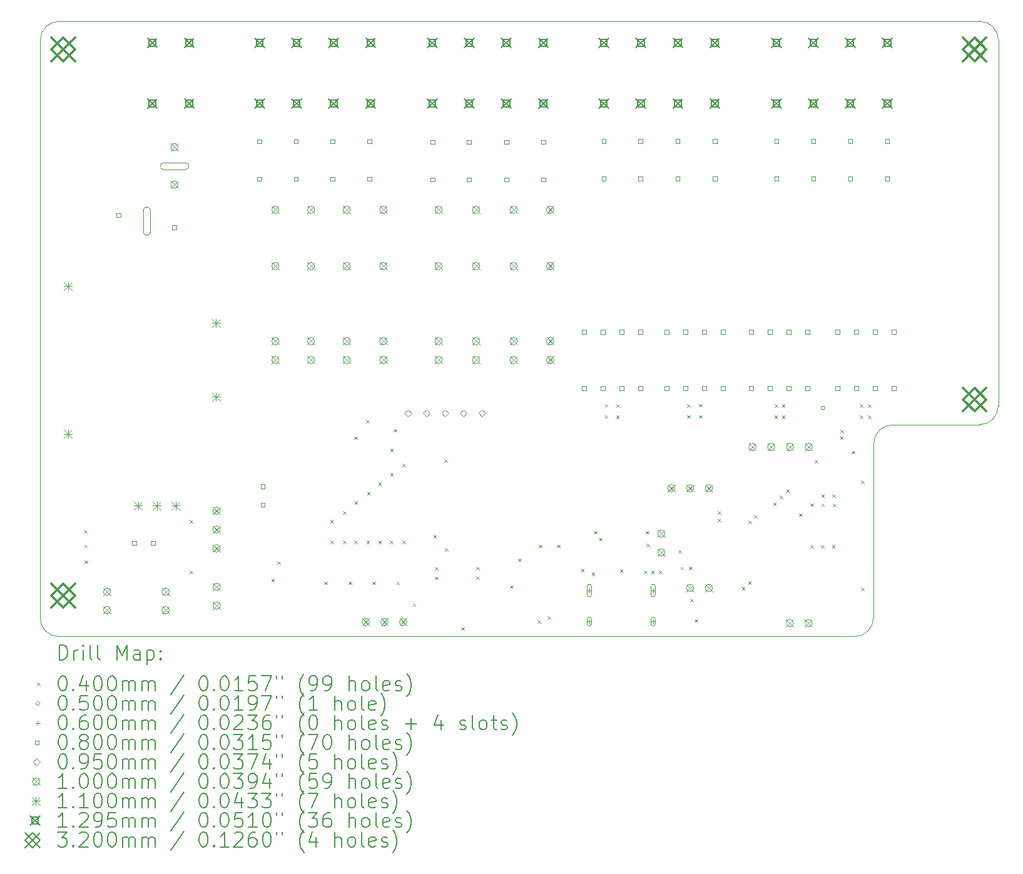
<source format=gbr>
%TF.GenerationSoftware,KiCad,Pcbnew,8.0.3-rc1*%
%TF.CreationDate,2024-05-30T00:56:16+02:00*%
%TF.ProjectId,hamodule,68616d6f-6475-46c6-952e-6b696361645f,20240528.23.8*%
%TF.SameCoordinates,Original*%
%TF.FileFunction,Drillmap*%
%TF.FilePolarity,Positive*%
%FSLAX45Y45*%
G04 Gerber Fmt 4.5, Leading zero omitted, Abs format (unit mm)*
G04 Created by KiCad (PCBNEW 8.0.3-rc1) date 2024-05-30 00:56:16*
%MOMM*%
%LPD*%
G01*
G04 APERTURE LIST*
%ADD10C,0.050000*%
%ADD11C,0.200000*%
%ADD12C,0.100000*%
%ADD13C,0.110000*%
%ADD14C,0.129540*%
%ADD15C,0.320000*%
G04 APERTURE END LIST*
D10*
X15097760Y-3218915D02*
X2642920Y-3220720D01*
X2385060Y-11292640D02*
X2388920Y-3474720D01*
X2639060Y-11546840D02*
G75*
G02*
X2385060Y-11292640I200J254200D01*
G01*
X4061460Y-5229860D02*
X4351020Y-5229860D01*
X3877360Y-6070600D02*
G75*
G02*
X3780840Y-6070600I-48260J0D01*
G01*
X3780840Y-5781040D02*
G75*
G02*
X3877360Y-5781040I48260J0D01*
G01*
X13666320Y-8935720D02*
X13662660Y-11292640D01*
X15097760Y-3218915D02*
G75*
G02*
X15351565Y-3472915I-200J-254005D01*
G01*
X4351020Y-5133340D02*
X4061460Y-5133340D01*
X4351020Y-5133340D02*
G75*
G02*
X4351020Y-5229860I0J-48260D01*
G01*
X2388920Y-3474720D02*
G75*
G02*
X2642920Y-3220720I254000J0D01*
G01*
X15351560Y-8425915D02*
G75*
G02*
X15097560Y-8679920I-254000J-5D01*
G01*
X3780840Y-5781040D02*
X3780840Y-6070600D01*
X13408660Y-11546640D02*
X2639060Y-11546840D01*
X13920320Y-8681720D02*
X15097560Y-8679915D01*
X13666320Y-8935720D02*
G75*
G02*
X13920320Y-8681720I254000J0D01*
G01*
X15351560Y-3472915D02*
X15351560Y-8425915D01*
X13662660Y-11292640D02*
G75*
G02*
X13408660Y-11546640I-254000J0D01*
G01*
X4061460Y-5229860D02*
G75*
G02*
X4061460Y-5133340I0J48260D01*
G01*
X3877360Y-6070600D02*
X3877360Y-5781040D01*
D11*
D12*
X2977200Y-10106980D02*
X3017200Y-10146980D01*
X3017200Y-10106980D02*
X2977200Y-10146980D01*
X2982280Y-10305100D02*
X3022280Y-10345100D01*
X3022280Y-10305100D02*
X2982280Y-10345100D01*
X2984820Y-10515920D02*
X3024820Y-10555920D01*
X3024820Y-10515920D02*
X2984820Y-10555920D01*
X4412300Y-9969820D02*
X4452300Y-10009820D01*
X4452300Y-9969820D02*
X4412300Y-10009820D01*
X4412300Y-10653080D02*
X4452300Y-10693080D01*
X4452300Y-10653080D02*
X4412300Y-10693080D01*
X5515478Y-10765091D02*
X5555478Y-10805091D01*
X5555478Y-10765091D02*
X5515478Y-10805091D01*
X5596198Y-10528878D02*
X5636198Y-10568878D01*
X5636198Y-10528878D02*
X5596198Y-10568878D01*
X6232114Y-10803539D02*
X6272114Y-10843539D01*
X6272114Y-10803539D02*
X6232114Y-10843539D01*
X6310820Y-9969820D02*
X6350820Y-10009820D01*
X6350820Y-9969820D02*
X6310820Y-10009820D01*
X6313360Y-10251800D02*
X6353360Y-10291800D01*
X6353360Y-10251800D02*
X6313360Y-10291800D01*
X6481000Y-9850440D02*
X6521000Y-9890440D01*
X6521000Y-9850440D02*
X6481000Y-9890440D01*
X6481000Y-10251800D02*
X6521000Y-10291800D01*
X6521000Y-10251800D02*
X6481000Y-10291800D01*
X6557358Y-10803654D02*
X6597358Y-10843654D01*
X6597358Y-10803654D02*
X6557358Y-10843654D01*
X6637340Y-8839520D02*
X6677340Y-8879520D01*
X6677340Y-8839520D02*
X6637340Y-8879520D01*
X6638480Y-10251760D02*
X6678480Y-10291760D01*
X6678480Y-10251760D02*
X6638480Y-10291760D01*
X6641020Y-9715820D02*
X6681020Y-9755820D01*
X6681020Y-9715820D02*
X6641020Y-9755820D01*
X6799900Y-8616000D02*
X6839900Y-8656000D01*
X6839900Y-8616000D02*
X6799900Y-8656000D01*
X6801040Y-10251800D02*
X6841040Y-10291800D01*
X6841040Y-10251800D02*
X6801040Y-10291800D01*
X6808660Y-9588820D02*
X6848660Y-9628820D01*
X6848660Y-9588820D02*
X6808660Y-9628820D01*
X6882212Y-10803607D02*
X6922212Y-10843607D01*
X6922212Y-10803607D02*
X6882212Y-10843607D01*
X6961060Y-9461820D02*
X7001060Y-9501820D01*
X7001060Y-9461820D02*
X6961060Y-9501820D01*
X6962460Y-10251800D02*
X7002460Y-10291800D01*
X7002460Y-10251800D02*
X6962460Y-10291800D01*
X7121080Y-10251800D02*
X7161080Y-10291800D01*
X7161080Y-10251800D02*
X7121080Y-10291800D01*
X7122480Y-9007160D02*
X7162480Y-9047160D01*
X7162480Y-9007160D02*
X7122480Y-9047160D01*
X7123620Y-9334820D02*
X7163620Y-9374820D01*
X7163620Y-9334820D02*
X7123620Y-9374820D01*
X7168200Y-8737920D02*
X7208200Y-8777920D01*
X7208200Y-8737920D02*
X7168200Y-8777920D01*
X7207412Y-10803533D02*
X7247412Y-10843533D01*
X7247412Y-10803533D02*
X7207412Y-10843533D01*
X7286180Y-9207820D02*
X7326180Y-9247820D01*
X7326180Y-9207820D02*
X7286180Y-9247820D01*
X7288720Y-10251760D02*
X7328720Y-10291760D01*
X7328720Y-10251760D02*
X7288720Y-10291760D01*
X7427280Y-11100120D02*
X7467280Y-11140120D01*
X7467280Y-11100120D02*
X7427280Y-11140120D01*
X7706680Y-10175560D02*
X7746680Y-10215560D01*
X7746680Y-10175560D02*
X7706680Y-10215560D01*
X7725780Y-10604820D02*
X7765780Y-10644820D01*
X7765780Y-10604820D02*
X7725780Y-10644820D01*
X7730860Y-10736900D02*
X7770860Y-10776900D01*
X7770860Y-10736900D02*
X7730860Y-10776900D01*
X7856540Y-9146860D02*
X7896540Y-9186860D01*
X7896540Y-9146860D02*
X7856540Y-9186860D01*
X7866700Y-10350820D02*
X7906700Y-10390820D01*
X7906700Y-10350820D02*
X7866700Y-10390820D01*
X8082600Y-11422700D02*
X8122600Y-11462700D01*
X8122600Y-11422700D02*
X8082600Y-11462700D01*
X8285800Y-10604820D02*
X8325800Y-10644820D01*
X8325800Y-10604820D02*
X8285800Y-10644820D01*
X8285800Y-10731820D02*
X8325800Y-10771820D01*
X8325800Y-10731820D02*
X8285800Y-10771820D01*
X8742290Y-10853740D02*
X8782290Y-10893740D01*
X8782290Y-10853740D02*
X8742290Y-10893740D01*
X8857300Y-10490520D02*
X8897300Y-10530520D01*
X8897300Y-10490520D02*
X8857300Y-10530520D01*
X9116380Y-11323640D02*
X9156380Y-11363640D01*
X9156380Y-11323640D02*
X9116380Y-11363640D01*
X9132940Y-10304260D02*
X9172940Y-10344260D01*
X9172940Y-10304260D02*
X9132940Y-10344260D01*
X9251000Y-11275010D02*
X9291000Y-11315010D01*
X9291000Y-11275010D02*
X9251000Y-11315010D01*
X9381860Y-10304260D02*
X9421860Y-10344260D01*
X9421860Y-10304260D02*
X9381860Y-10344260D01*
X9705660Y-10630220D02*
X9745660Y-10670220D01*
X9745660Y-10630220D02*
X9705660Y-10670220D01*
X9849217Y-10679703D02*
X9889217Y-10719703D01*
X9889217Y-10679703D02*
X9849217Y-10719703D01*
X9880540Y-10116970D02*
X9920540Y-10156970D01*
X9920540Y-10116970D02*
X9880540Y-10156970D01*
X9945740Y-10211120D02*
X9985740Y-10251120D01*
X9985740Y-10211120D02*
X9945740Y-10251120D01*
X10028240Y-8400100D02*
X10068240Y-8440100D01*
X10068240Y-8400100D02*
X10028240Y-8440100D01*
X10028240Y-8552500D02*
X10068240Y-8592500D01*
X10068240Y-8552500D02*
X10028240Y-8592500D01*
X10180640Y-8557580D02*
X10220640Y-8597580D01*
X10220640Y-8557580D02*
X10180640Y-8597580D01*
X10185720Y-8405180D02*
X10225720Y-8445180D01*
X10225720Y-8405180D02*
X10185720Y-8445180D01*
X10230140Y-10640610D02*
X10270140Y-10680610D01*
X10270140Y-10640610D02*
X10230140Y-10680610D01*
X10554020Y-10654170D02*
X10594020Y-10694170D01*
X10594020Y-10654170D02*
X10554020Y-10694170D01*
X10580540Y-10116970D02*
X10620540Y-10156970D01*
X10620540Y-10116970D02*
X10580540Y-10156970D01*
X10589580Y-10289860D02*
X10629580Y-10329860D01*
X10629580Y-10289860D02*
X10589580Y-10329860D01*
X10653080Y-10654170D02*
X10693080Y-10694170D01*
X10693080Y-10654170D02*
X10653080Y-10694170D01*
X10757220Y-10655620D02*
X10797220Y-10695620D01*
X10797220Y-10655620D02*
X10757220Y-10695620D01*
X11024451Y-10373680D02*
X11064451Y-10413680D01*
X11064451Y-10373680D02*
X11024451Y-10413680D01*
X11052541Y-10599740D02*
X11092541Y-10639740D01*
X11092541Y-10599740D02*
X11052541Y-10639740D01*
X11138220Y-8552500D02*
X11178220Y-8592500D01*
X11178220Y-8552500D02*
X11138220Y-8592500D01*
X11140760Y-8402640D02*
X11180760Y-8442640D01*
X11180760Y-8402640D02*
X11140760Y-8442640D01*
X11168700Y-10599740D02*
X11208700Y-10639740D01*
X11208700Y-10599740D02*
X11168700Y-10639740D01*
X11181400Y-11036620D02*
X11221400Y-11076620D01*
X11221400Y-11036620D02*
X11181400Y-11076620D01*
X11244900Y-11310940D02*
X11284900Y-11350940D01*
X11284900Y-11310940D02*
X11244900Y-11350940D01*
X11303320Y-8400100D02*
X11343320Y-8440100D01*
X11343320Y-8400100D02*
X11303320Y-8440100D01*
X11303320Y-8552500D02*
X11343320Y-8592500D01*
X11343320Y-8552500D02*
X11303320Y-8592500D01*
X11552936Y-9849220D02*
X11592936Y-9889220D01*
X11592936Y-9849220D02*
X11552936Y-9889220D01*
X11552936Y-9954220D02*
X11592936Y-9994220D01*
X11592936Y-9954220D02*
X11552936Y-9994220D01*
X11880540Y-10876970D02*
X11920540Y-10916970D01*
X11920540Y-10876970D02*
X11880540Y-10916970D01*
X11966247Y-10797020D02*
X12006247Y-10837020D01*
X12006247Y-10797020D02*
X11966247Y-10837020D01*
X11971417Y-9979093D02*
X12011417Y-10019093D01*
X12011417Y-9979093D02*
X11971417Y-10019093D01*
X12045663Y-9904847D02*
X12085663Y-9944847D01*
X12085663Y-9904847D02*
X12045663Y-9944847D01*
X12304080Y-9731060D02*
X12344080Y-9771060D01*
X12344080Y-9731060D02*
X12304080Y-9771060D01*
X12320640Y-8557580D02*
X12360640Y-8597580D01*
X12360640Y-8557580D02*
X12320640Y-8597580D01*
X12323180Y-8405180D02*
X12363180Y-8445180D01*
X12363180Y-8405180D02*
X12323180Y-8445180D01*
X12392980Y-9642160D02*
X12432980Y-9682160D01*
X12432980Y-9642160D02*
X12392980Y-9682160D01*
X12422240Y-8405180D02*
X12462240Y-8445180D01*
X12462240Y-8405180D02*
X12422240Y-8445180D01*
X12422240Y-8555040D02*
X12462240Y-8595040D01*
X12462240Y-8555040D02*
X12422240Y-8595040D01*
X12481880Y-9553260D02*
X12521880Y-9593260D01*
X12521880Y-9553260D02*
X12481880Y-9593260D01*
X12657140Y-9880970D02*
X12697140Y-9920970D01*
X12697140Y-9880970D02*
X12657140Y-9920970D01*
X12809540Y-9746300D02*
X12849540Y-9786300D01*
X12849540Y-9746300D02*
X12809540Y-9786300D01*
X12810540Y-10306970D02*
X12850540Y-10346970D01*
X12850540Y-10306970D02*
X12810540Y-10346970D01*
X12870500Y-9154480D02*
X12910500Y-9194480D01*
X12910500Y-9154480D02*
X12870500Y-9194480D01*
X12950540Y-10306970D02*
X12990540Y-10346970D01*
X12990540Y-10306970D02*
X12950540Y-10346970D01*
X12956860Y-9624380D02*
X12996860Y-9664380D01*
X12996860Y-9624380D02*
X12956860Y-9664380D01*
X12956860Y-9746300D02*
X12996860Y-9786300D01*
X12996860Y-9746300D02*
X12956860Y-9786300D01*
X13100540Y-10306970D02*
X13140540Y-10346970D01*
X13140540Y-10306970D02*
X13100540Y-10346970D01*
X13106720Y-9624380D02*
X13146720Y-9664380D01*
X13146720Y-9624380D02*
X13106720Y-9664380D01*
X13110540Y-9746970D02*
X13150540Y-9786970D01*
X13150540Y-9746970D02*
X13110540Y-9786970D01*
X13211603Y-8834259D02*
X13251603Y-8874259D01*
X13251603Y-8834259D02*
X13211603Y-8874259D01*
X13215940Y-8749420D02*
X13255940Y-8789420D01*
X13255940Y-8749420D02*
X13215940Y-8789420D01*
X13366540Y-9033970D02*
X13406540Y-9073970D01*
X13406540Y-9033970D02*
X13366540Y-9073970D01*
X13478880Y-8405180D02*
X13518880Y-8445180D01*
X13518880Y-8405180D02*
X13478880Y-8445180D01*
X13478880Y-8557580D02*
X13518880Y-8597580D01*
X13518880Y-8557580D02*
X13478880Y-8597580D01*
X13491540Y-10884220D02*
X13531540Y-10924220D01*
X13531540Y-10884220D02*
X13491540Y-10924220D01*
X13492800Y-9436420D02*
X13532800Y-9476420D01*
X13532800Y-9436420D02*
X13492800Y-9476420D01*
X13585560Y-8557580D02*
X13625560Y-8597580D01*
X13625560Y-8557580D02*
X13585560Y-8597580D01*
X13588100Y-8405180D02*
X13628100Y-8445180D01*
X13628100Y-8405180D02*
X13588100Y-8445180D01*
X13005720Y-8453120D02*
G75*
G02*
X12955720Y-8453120I-25000J0D01*
G01*
X12955720Y-8453120D02*
G75*
G02*
X13005720Y-8453120I25000J0D01*
G01*
X9816140Y-10894560D02*
X9816140Y-10954560D01*
X9786140Y-10924560D02*
X9846140Y-10924560D01*
X9786140Y-10869560D02*
X9786140Y-10979560D01*
X9846140Y-10979560D02*
G75*
G02*
X9786140Y-10979560I-30000J0D01*
G01*
X9846140Y-10979560D02*
X9846140Y-10869560D01*
X9846140Y-10869560D02*
G75*
G03*
X9786140Y-10869560I-30000J0D01*
G01*
X9816140Y-11312560D02*
X9816140Y-11372560D01*
X9786140Y-11342560D02*
X9846140Y-11342560D01*
X9786140Y-11312560D02*
X9786140Y-11372560D01*
X9846140Y-11372560D02*
G75*
G02*
X9786140Y-11372560I-30000J0D01*
G01*
X9846140Y-11372560D02*
X9846140Y-11312560D01*
X9846140Y-11312560D02*
G75*
G03*
X9786140Y-11312560I-30000J0D01*
G01*
X10680140Y-10894560D02*
X10680140Y-10954560D01*
X10650140Y-10924560D02*
X10710140Y-10924560D01*
X10650140Y-10869560D02*
X10650140Y-10979560D01*
X10710140Y-10979560D02*
G75*
G02*
X10650140Y-10979560I-30000J0D01*
G01*
X10710140Y-10979560D02*
X10710140Y-10869560D01*
X10710140Y-10869560D02*
G75*
G03*
X10650140Y-10869560I-30000J0D01*
G01*
X10680140Y-11312560D02*
X10680140Y-11372560D01*
X10650140Y-11342560D02*
X10710140Y-11342560D01*
X10650140Y-11312560D02*
X10650140Y-11372560D01*
X10710140Y-11372560D02*
G75*
G02*
X10650140Y-11372560I-30000J0D01*
G01*
X10710140Y-11372560D02*
X10710140Y-11312560D01*
X10710140Y-11312560D02*
G75*
G03*
X10650140Y-11312560I-30000J0D01*
G01*
X3478524Y-5874591D02*
X3478524Y-5818022D01*
X3421955Y-5818022D01*
X3421955Y-5874591D01*
X3478524Y-5874591D01*
X3689354Y-10310205D02*
X3689354Y-10253636D01*
X3632785Y-10253636D01*
X3632785Y-10310205D01*
X3689354Y-10310205D01*
X3939354Y-10310205D02*
X3939354Y-10253636D01*
X3882785Y-10253636D01*
X3882785Y-10310205D01*
X3939354Y-10310205D01*
X4228525Y-6037924D02*
X4228525Y-5981355D01*
X4171955Y-5981355D01*
X4171955Y-6037924D01*
X4228525Y-6037924D01*
X5381815Y-4873575D02*
X5381815Y-4817006D01*
X5325246Y-4817006D01*
X5325246Y-4873575D01*
X5381815Y-4873575D01*
X5381815Y-5381575D02*
X5381815Y-5325006D01*
X5325246Y-5325006D01*
X5325246Y-5381575D01*
X5381815Y-5381575D01*
X5428325Y-9543125D02*
X5428325Y-9486556D01*
X5371756Y-9486556D01*
X5371756Y-9543125D01*
X5428325Y-9543125D01*
X5428325Y-9793125D02*
X5428325Y-9736556D01*
X5371756Y-9736556D01*
X5371756Y-9793125D01*
X5428325Y-9793125D01*
X5877114Y-4873575D02*
X5877114Y-4817006D01*
X5820545Y-4817006D01*
X5820545Y-4873575D01*
X5877114Y-4873575D01*
X5877114Y-5381575D02*
X5877114Y-5325006D01*
X5820545Y-5325006D01*
X5820545Y-5381575D01*
X5877114Y-5381575D01*
X6369114Y-4873575D02*
X6369114Y-4817006D01*
X6312545Y-4817006D01*
X6312545Y-4873575D01*
X6369114Y-4873575D01*
X6369114Y-5381575D02*
X6369114Y-5325006D01*
X6312545Y-5325006D01*
X6312545Y-5381575D01*
X6369114Y-5381575D01*
X6869114Y-4873575D02*
X6869114Y-4817006D01*
X6812545Y-4817006D01*
X6812545Y-4873575D01*
X6869114Y-4873575D01*
X6869114Y-5381575D02*
X6869114Y-5325006D01*
X6812545Y-5325006D01*
X6812545Y-5381575D01*
X6869114Y-5381575D01*
X7723264Y-4882225D02*
X7723264Y-4825656D01*
X7666695Y-4825656D01*
X7666695Y-4882225D01*
X7723264Y-4882225D01*
X7723264Y-5390225D02*
X7723264Y-5333656D01*
X7666695Y-5333656D01*
X7666695Y-5390225D01*
X7723264Y-5390225D01*
X8218564Y-4882225D02*
X8218564Y-4825656D01*
X8161995Y-4825656D01*
X8161995Y-4882225D01*
X8218564Y-4882225D01*
X8218564Y-5390225D02*
X8218564Y-5333656D01*
X8161995Y-5333656D01*
X8161995Y-5390225D01*
X8218564Y-5390225D01*
X8726565Y-4882225D02*
X8726565Y-4825656D01*
X8669996Y-4825656D01*
X8669996Y-4882225D01*
X8726565Y-4882225D01*
X8726565Y-5390225D02*
X8726565Y-5333656D01*
X8669996Y-5333656D01*
X8669996Y-5390225D01*
X8726565Y-5390225D01*
X9221865Y-4882225D02*
X9221865Y-4825656D01*
X9165296Y-4825656D01*
X9165296Y-4882225D01*
X9221865Y-4882225D01*
X9221865Y-5390225D02*
X9221865Y-5333656D01*
X9165296Y-5333656D01*
X9165296Y-5390225D01*
X9221865Y-5390225D01*
X9774415Y-7452244D02*
X9774415Y-7395675D01*
X9717846Y-7395675D01*
X9717846Y-7452244D01*
X9774415Y-7452244D01*
X9774415Y-8214244D02*
X9774415Y-8157675D01*
X9717846Y-8157675D01*
X9717846Y-8214244D01*
X9774415Y-8214244D01*
X10028415Y-7452244D02*
X10028415Y-7395675D01*
X9971846Y-7395675D01*
X9971846Y-7452244D01*
X10028415Y-7452244D01*
X10028415Y-8214244D02*
X10028415Y-8157675D01*
X9971846Y-8157675D01*
X9971846Y-8214244D01*
X10028415Y-8214244D01*
X10040845Y-4871875D02*
X10040845Y-4815306D01*
X9984276Y-4815306D01*
X9984276Y-4871875D01*
X10040845Y-4871875D01*
X10040845Y-5379875D02*
X10040845Y-5323306D01*
X9984276Y-5323306D01*
X9984276Y-5379875D01*
X10040845Y-5379875D01*
X10282415Y-7452244D02*
X10282415Y-7395675D01*
X10225846Y-7395675D01*
X10225846Y-7452244D01*
X10282415Y-7452244D01*
X10282415Y-8214244D02*
X10282415Y-8157675D01*
X10225846Y-8157675D01*
X10225846Y-8214244D01*
X10282415Y-8214244D01*
X10536415Y-7452244D02*
X10536415Y-7395675D01*
X10479846Y-7395675D01*
X10479846Y-7452244D01*
X10536415Y-7452244D01*
X10536415Y-8214244D02*
X10536415Y-8157675D01*
X10479846Y-8157675D01*
X10479846Y-8214244D01*
X10536415Y-8214244D01*
X10538685Y-4871875D02*
X10538685Y-4815306D01*
X10482116Y-4815306D01*
X10482116Y-4871875D01*
X10538685Y-4871875D01*
X10538685Y-5379875D02*
X10538685Y-5323306D01*
X10482116Y-5323306D01*
X10482116Y-5379875D01*
X10538685Y-5379875D01*
X10892015Y-7452244D02*
X10892015Y-7395675D01*
X10835446Y-7395675D01*
X10835446Y-7452244D01*
X10892015Y-7452244D01*
X10892015Y-8214244D02*
X10892015Y-8157675D01*
X10835446Y-8157675D01*
X10835446Y-8214244D01*
X10892015Y-8214244D01*
X11041605Y-4871875D02*
X11041605Y-4815306D01*
X10985036Y-4815306D01*
X10985036Y-4871875D01*
X11041605Y-4871875D01*
X11041605Y-5379875D02*
X11041605Y-5323306D01*
X10985036Y-5323306D01*
X10985036Y-5379875D01*
X11041605Y-5379875D01*
X11146015Y-7452244D02*
X11146015Y-7395675D01*
X11089446Y-7395675D01*
X11089446Y-7452244D01*
X11146015Y-7452244D01*
X11146015Y-8214244D02*
X11146015Y-8157675D01*
X11089446Y-8157675D01*
X11089446Y-8214244D01*
X11146015Y-8214244D01*
X11400014Y-7452244D02*
X11400014Y-7395675D01*
X11343445Y-7395675D01*
X11343445Y-7452244D01*
X11400014Y-7452244D01*
X11400014Y-8214244D02*
X11400014Y-8157675D01*
X11343445Y-8157675D01*
X11343445Y-8214244D01*
X11400014Y-8214244D01*
X11544524Y-4871875D02*
X11544524Y-4815306D01*
X11487955Y-4815306D01*
X11487955Y-4871875D01*
X11544524Y-4871875D01*
X11544524Y-5379875D02*
X11544524Y-5323306D01*
X11487955Y-5323306D01*
X11487955Y-5379875D01*
X11544524Y-5379875D01*
X11654014Y-7452244D02*
X11654014Y-7395675D01*
X11597445Y-7395675D01*
X11597445Y-7452244D01*
X11654014Y-7452244D01*
X11654014Y-8214244D02*
X11654014Y-8157675D01*
X11597445Y-8157675D01*
X11597445Y-8214244D01*
X11654014Y-8214244D01*
X12036802Y-7451896D02*
X12036802Y-7395327D01*
X11980233Y-7395327D01*
X11980233Y-7451896D01*
X12036802Y-7451896D01*
X12036802Y-8213896D02*
X12036802Y-8157327D01*
X11980233Y-8157327D01*
X11980233Y-8213896D01*
X12036802Y-8213896D01*
X12290802Y-7451896D02*
X12290802Y-7395327D01*
X12234233Y-7395327D01*
X12234233Y-7451896D01*
X12290802Y-7451896D01*
X12290802Y-8213896D02*
X12290802Y-8157327D01*
X12234233Y-8157327D01*
X12234233Y-8213896D01*
X12290802Y-8213896D01*
X12378064Y-4869125D02*
X12378064Y-4812556D01*
X12321495Y-4812556D01*
X12321495Y-4869125D01*
X12378064Y-4869125D01*
X12378064Y-5377125D02*
X12378064Y-5320556D01*
X12321495Y-5320556D01*
X12321495Y-5377125D01*
X12378064Y-5377125D01*
X12544802Y-7451896D02*
X12544802Y-7395327D01*
X12488233Y-7395327D01*
X12488233Y-7451896D01*
X12544802Y-7451896D01*
X12544802Y-8213896D02*
X12544802Y-8157327D01*
X12488233Y-8157327D01*
X12488233Y-8213896D01*
X12544802Y-8213896D01*
X12798802Y-7451896D02*
X12798802Y-7395327D01*
X12742233Y-7395327D01*
X12742233Y-7451896D01*
X12798802Y-7451896D01*
X12798802Y-8213896D02*
X12798802Y-8157327D01*
X12742233Y-8157327D01*
X12742233Y-8213896D01*
X12798802Y-8213896D01*
X12878064Y-4872065D02*
X12878064Y-4815496D01*
X12821495Y-4815496D01*
X12821495Y-4872065D01*
X12878064Y-4872065D01*
X12878064Y-5380065D02*
X12878064Y-5323496D01*
X12821495Y-5323496D01*
X12821495Y-5380065D01*
X12878064Y-5380065D01*
X13205202Y-7451896D02*
X13205202Y-7395327D01*
X13148633Y-7395327D01*
X13148633Y-7451896D01*
X13205202Y-7451896D01*
X13205202Y-8213896D02*
X13205202Y-8157327D01*
X13148633Y-8157327D01*
X13148633Y-8213896D01*
X13205202Y-8213896D01*
X13378524Y-4872065D02*
X13378524Y-4815496D01*
X13321955Y-4815496D01*
X13321955Y-4872065D01*
X13378524Y-4872065D01*
X13378524Y-5380065D02*
X13378524Y-5323496D01*
X13321955Y-5323496D01*
X13321955Y-5380065D01*
X13378524Y-5380065D01*
X13459202Y-7451896D02*
X13459202Y-7395327D01*
X13402633Y-7395327D01*
X13402633Y-7451896D01*
X13459202Y-7451896D01*
X13459202Y-8213896D02*
X13459202Y-8157327D01*
X13402633Y-8157327D01*
X13402633Y-8213896D01*
X13459202Y-8213896D01*
X13713202Y-7451896D02*
X13713202Y-7395327D01*
X13656633Y-7395327D01*
X13656633Y-7451896D01*
X13713202Y-7451896D01*
X13713202Y-8213896D02*
X13713202Y-8157327D01*
X13656633Y-8157327D01*
X13656633Y-8213896D01*
X13713202Y-8213896D01*
X13876364Y-4872065D02*
X13876364Y-4815496D01*
X13819795Y-4815496D01*
X13819795Y-4872065D01*
X13876364Y-4872065D01*
X13876364Y-5380065D02*
X13876364Y-5323496D01*
X13819795Y-5323496D01*
X13819795Y-5380065D01*
X13876364Y-5380065D01*
X13967202Y-7451896D02*
X13967202Y-7395327D01*
X13910633Y-7395327D01*
X13910633Y-7451896D01*
X13967202Y-7451896D01*
X13967202Y-8213896D02*
X13967202Y-8157327D01*
X13910633Y-8157327D01*
X13910633Y-8213896D01*
X13967202Y-8213896D01*
X7363840Y-8570040D02*
X7411340Y-8522540D01*
X7363840Y-8475040D01*
X7316340Y-8522540D01*
X7363840Y-8570040D01*
X7613840Y-8570040D02*
X7661340Y-8522540D01*
X7613840Y-8475040D01*
X7566340Y-8522540D01*
X7613840Y-8570040D01*
X7863840Y-8570040D02*
X7911340Y-8522540D01*
X7863840Y-8475040D01*
X7816340Y-8522540D01*
X7863840Y-8570040D01*
X8113840Y-8570040D02*
X8161340Y-8522540D01*
X8113840Y-8475040D01*
X8066340Y-8522540D01*
X8113840Y-8570040D01*
X8363840Y-8570040D02*
X8411340Y-8522540D01*
X8363840Y-8475040D01*
X8316340Y-8522540D01*
X8363840Y-8570040D01*
X3241450Y-10889970D02*
X3341450Y-10989970D01*
X3341450Y-10889970D02*
X3241450Y-10989970D01*
X3341450Y-10939970D02*
G75*
G02*
X3241450Y-10939970I-50000J0D01*
G01*
X3241450Y-10939970D02*
G75*
G02*
X3341450Y-10939970I50000J0D01*
G01*
X3241450Y-11139970D02*
X3341450Y-11239970D01*
X3341450Y-11139970D02*
X3241450Y-11239970D01*
X3341450Y-11189970D02*
G75*
G02*
X3241450Y-11189970I-50000J0D01*
G01*
X3241450Y-11189970D02*
G75*
G02*
X3341450Y-11189970I50000J0D01*
G01*
X4033930Y-10889970D02*
X4133930Y-10989970D01*
X4133930Y-10889970D02*
X4033930Y-10989970D01*
X4133930Y-10939970D02*
G75*
G02*
X4033930Y-10939970I-50000J0D01*
G01*
X4033930Y-10939970D02*
G75*
G02*
X4133930Y-10939970I50000J0D01*
G01*
X4033930Y-11139970D02*
X4133930Y-11239970D01*
X4133930Y-11139970D02*
X4033930Y-11239970D01*
X4133930Y-11189970D02*
G75*
G02*
X4033930Y-11189970I-50000J0D01*
G01*
X4033930Y-11189970D02*
G75*
G02*
X4133930Y-11189970I50000J0D01*
G01*
X4152700Y-5380520D02*
X4252700Y-5480520D01*
X4252700Y-5380520D02*
X4152700Y-5480520D01*
X4252700Y-5430520D02*
G75*
G02*
X4152700Y-5430520I-50000J0D01*
G01*
X4152700Y-5430520D02*
G75*
G02*
X4252700Y-5430520I50000J0D01*
G01*
X4153700Y-4872520D02*
X4253700Y-4972520D01*
X4253700Y-4872520D02*
X4153700Y-4972520D01*
X4253700Y-4922520D02*
G75*
G02*
X4153700Y-4922520I-50000J0D01*
G01*
X4153700Y-4922520D02*
G75*
G02*
X4253700Y-4922520I50000J0D01*
G01*
X4722320Y-9795040D02*
X4822320Y-9895040D01*
X4822320Y-9795040D02*
X4722320Y-9895040D01*
X4822320Y-9845040D02*
G75*
G02*
X4722320Y-9845040I-50000J0D01*
G01*
X4722320Y-9845040D02*
G75*
G02*
X4822320Y-9845040I50000J0D01*
G01*
X4722320Y-10049040D02*
X4822320Y-10149040D01*
X4822320Y-10049040D02*
X4722320Y-10149040D01*
X4822320Y-10099040D02*
G75*
G02*
X4722320Y-10099040I-50000J0D01*
G01*
X4722320Y-10099040D02*
G75*
G02*
X4822320Y-10099040I50000J0D01*
G01*
X4722320Y-10303040D02*
X4822320Y-10403040D01*
X4822320Y-10303040D02*
X4722320Y-10403040D01*
X4822320Y-10353040D02*
G75*
G02*
X4722320Y-10353040I-50000J0D01*
G01*
X4722320Y-10353040D02*
G75*
G02*
X4822320Y-10353040I50000J0D01*
G01*
X4725250Y-10823740D02*
X4825250Y-10923740D01*
X4825250Y-10823740D02*
X4725250Y-10923740D01*
X4825250Y-10873740D02*
G75*
G02*
X4725250Y-10873740I-50000J0D01*
G01*
X4725250Y-10873740D02*
G75*
G02*
X4825250Y-10873740I50000J0D01*
G01*
X4725250Y-11077740D02*
X4825250Y-11177740D01*
X4825250Y-11077740D02*
X4725250Y-11177740D01*
X4825250Y-11127740D02*
G75*
G02*
X4725250Y-11127740I-50000J0D01*
G01*
X4725250Y-11127740D02*
G75*
G02*
X4825250Y-11127740I50000J0D01*
G01*
X5519430Y-5722390D02*
X5619430Y-5822390D01*
X5619430Y-5722390D02*
X5519430Y-5822390D01*
X5619430Y-5772390D02*
G75*
G02*
X5519430Y-5772390I-50000J0D01*
G01*
X5519430Y-5772390D02*
G75*
G02*
X5619430Y-5772390I50000J0D01*
G01*
X5519430Y-6484390D02*
X5619430Y-6584390D01*
X5619430Y-6484390D02*
X5519430Y-6584390D01*
X5619430Y-6534390D02*
G75*
G02*
X5519430Y-6534390I-50000J0D01*
G01*
X5519430Y-6534390D02*
G75*
G02*
X5619430Y-6534390I50000J0D01*
G01*
X5519430Y-7500390D02*
X5619430Y-7600390D01*
X5619430Y-7500390D02*
X5519430Y-7600390D01*
X5619430Y-7550390D02*
G75*
G02*
X5519430Y-7550390I-50000J0D01*
G01*
X5519430Y-7550390D02*
G75*
G02*
X5619430Y-7550390I50000J0D01*
G01*
X5519430Y-7754390D02*
X5619430Y-7854390D01*
X5619430Y-7754390D02*
X5519430Y-7854390D01*
X5619430Y-7804390D02*
G75*
G02*
X5519430Y-7804390I-50000J0D01*
G01*
X5519430Y-7804390D02*
G75*
G02*
X5619430Y-7804390I50000J0D01*
G01*
X6002030Y-5722390D02*
X6102030Y-5822390D01*
X6102030Y-5722390D02*
X6002030Y-5822390D01*
X6102030Y-5772390D02*
G75*
G02*
X6002030Y-5772390I-50000J0D01*
G01*
X6002030Y-5772390D02*
G75*
G02*
X6102030Y-5772390I50000J0D01*
G01*
X6002030Y-6484390D02*
X6102030Y-6584390D01*
X6102030Y-6484390D02*
X6002030Y-6584390D01*
X6102030Y-6534390D02*
G75*
G02*
X6002030Y-6534390I-50000J0D01*
G01*
X6002030Y-6534390D02*
G75*
G02*
X6102030Y-6534390I50000J0D01*
G01*
X6002030Y-7500390D02*
X6102030Y-7600390D01*
X6102030Y-7500390D02*
X6002030Y-7600390D01*
X6102030Y-7550390D02*
G75*
G02*
X6002030Y-7550390I-50000J0D01*
G01*
X6002030Y-7550390D02*
G75*
G02*
X6102030Y-7550390I50000J0D01*
G01*
X6002030Y-7754390D02*
X6102030Y-7854390D01*
X6102030Y-7754390D02*
X6002030Y-7854390D01*
X6102030Y-7804390D02*
G75*
G02*
X6002030Y-7804390I-50000J0D01*
G01*
X6002030Y-7804390D02*
G75*
G02*
X6102030Y-7804390I50000J0D01*
G01*
X6484630Y-5722390D02*
X6584630Y-5822390D01*
X6584630Y-5722390D02*
X6484630Y-5822390D01*
X6584630Y-5772390D02*
G75*
G02*
X6484630Y-5772390I-50000J0D01*
G01*
X6484630Y-5772390D02*
G75*
G02*
X6584630Y-5772390I50000J0D01*
G01*
X6484630Y-6484390D02*
X6584630Y-6584390D01*
X6584630Y-6484390D02*
X6484630Y-6584390D01*
X6584630Y-6534390D02*
G75*
G02*
X6484630Y-6534390I-50000J0D01*
G01*
X6484630Y-6534390D02*
G75*
G02*
X6584630Y-6534390I50000J0D01*
G01*
X6484630Y-7500390D02*
X6584630Y-7600390D01*
X6584630Y-7500390D02*
X6484630Y-7600390D01*
X6584630Y-7550390D02*
G75*
G02*
X6484630Y-7550390I-50000J0D01*
G01*
X6484630Y-7550390D02*
G75*
G02*
X6584630Y-7550390I50000J0D01*
G01*
X6484630Y-7754390D02*
X6584630Y-7854390D01*
X6584630Y-7754390D02*
X6484630Y-7854390D01*
X6584630Y-7804390D02*
G75*
G02*
X6484630Y-7804390I-50000J0D01*
G01*
X6484630Y-7804390D02*
G75*
G02*
X6584630Y-7804390I50000J0D01*
G01*
X6741280Y-11300170D02*
X6841280Y-11400170D01*
X6841280Y-11300170D02*
X6741280Y-11400170D01*
X6841280Y-11350170D02*
G75*
G02*
X6741280Y-11350170I-50000J0D01*
G01*
X6741280Y-11350170D02*
G75*
G02*
X6841280Y-11350170I50000J0D01*
G01*
X6979930Y-5722390D02*
X7079930Y-5822390D01*
X7079930Y-5722390D02*
X6979930Y-5822390D01*
X7079930Y-5772390D02*
G75*
G02*
X6979930Y-5772390I-50000J0D01*
G01*
X6979930Y-5772390D02*
G75*
G02*
X7079930Y-5772390I50000J0D01*
G01*
X6979930Y-6484390D02*
X7079930Y-6584390D01*
X7079930Y-6484390D02*
X6979930Y-6584390D01*
X7079930Y-6534390D02*
G75*
G02*
X6979930Y-6534390I-50000J0D01*
G01*
X6979930Y-6534390D02*
G75*
G02*
X7079930Y-6534390I50000J0D01*
G01*
X6979930Y-7500390D02*
X7079930Y-7600390D01*
X7079930Y-7500390D02*
X6979930Y-7600390D01*
X7079930Y-7550390D02*
G75*
G02*
X6979930Y-7550390I-50000J0D01*
G01*
X6979930Y-7550390D02*
G75*
G02*
X7079930Y-7550390I50000J0D01*
G01*
X6979930Y-7754390D02*
X7079930Y-7854390D01*
X7079930Y-7754390D02*
X6979930Y-7854390D01*
X7079930Y-7804390D02*
G75*
G02*
X6979930Y-7804390I-50000J0D01*
G01*
X6979930Y-7804390D02*
G75*
G02*
X7079930Y-7804390I50000J0D01*
G01*
X6995280Y-11300170D02*
X7095280Y-11400170D01*
X7095280Y-11300170D02*
X6995280Y-11400170D01*
X7095280Y-11350170D02*
G75*
G02*
X6995280Y-11350170I-50000J0D01*
G01*
X6995280Y-11350170D02*
G75*
G02*
X7095280Y-11350170I50000J0D01*
G01*
X7249280Y-11300170D02*
X7349280Y-11400170D01*
X7349280Y-11300170D02*
X7249280Y-11400170D01*
X7349280Y-11350170D02*
G75*
G02*
X7249280Y-11350170I-50000J0D01*
G01*
X7249280Y-11350170D02*
G75*
G02*
X7349280Y-11350170I50000J0D01*
G01*
X7727480Y-5722390D02*
X7827480Y-5822390D01*
X7827480Y-5722390D02*
X7727480Y-5822390D01*
X7827480Y-5772390D02*
G75*
G02*
X7727480Y-5772390I-50000J0D01*
G01*
X7727480Y-5772390D02*
G75*
G02*
X7827480Y-5772390I50000J0D01*
G01*
X7727480Y-6484390D02*
X7827480Y-6584390D01*
X7827480Y-6484390D02*
X7727480Y-6584390D01*
X7827480Y-6534390D02*
G75*
G02*
X7727480Y-6534390I-50000J0D01*
G01*
X7727480Y-6534390D02*
G75*
G02*
X7827480Y-6534390I50000J0D01*
G01*
X7727480Y-7500390D02*
X7827480Y-7600390D01*
X7827480Y-7500390D02*
X7727480Y-7600390D01*
X7827480Y-7550390D02*
G75*
G02*
X7727480Y-7550390I-50000J0D01*
G01*
X7727480Y-7550390D02*
G75*
G02*
X7827480Y-7550390I50000J0D01*
G01*
X7727480Y-7754390D02*
X7827480Y-7854390D01*
X7827480Y-7754390D02*
X7727480Y-7854390D01*
X7827480Y-7804390D02*
G75*
G02*
X7727480Y-7804390I-50000J0D01*
G01*
X7727480Y-7804390D02*
G75*
G02*
X7827480Y-7804390I50000J0D01*
G01*
X8235480Y-5722390D02*
X8335480Y-5822390D01*
X8335480Y-5722390D02*
X8235480Y-5822390D01*
X8335480Y-5772390D02*
G75*
G02*
X8235480Y-5772390I-50000J0D01*
G01*
X8235480Y-5772390D02*
G75*
G02*
X8335480Y-5772390I50000J0D01*
G01*
X8235480Y-6484390D02*
X8335480Y-6584390D01*
X8335480Y-6484390D02*
X8235480Y-6584390D01*
X8335480Y-6534390D02*
G75*
G02*
X8235480Y-6534390I-50000J0D01*
G01*
X8235480Y-6534390D02*
G75*
G02*
X8335480Y-6534390I50000J0D01*
G01*
X8235480Y-7500390D02*
X8335480Y-7600390D01*
X8335480Y-7500390D02*
X8235480Y-7600390D01*
X8335480Y-7550390D02*
G75*
G02*
X8235480Y-7550390I-50000J0D01*
G01*
X8235480Y-7550390D02*
G75*
G02*
X8335480Y-7550390I50000J0D01*
G01*
X8235480Y-7754390D02*
X8335480Y-7854390D01*
X8335480Y-7754390D02*
X8235480Y-7854390D01*
X8335480Y-7804390D02*
G75*
G02*
X8235480Y-7804390I-50000J0D01*
G01*
X8235480Y-7804390D02*
G75*
G02*
X8335480Y-7804390I50000J0D01*
G01*
X8743480Y-5722390D02*
X8843480Y-5822390D01*
X8843480Y-5722390D02*
X8743480Y-5822390D01*
X8843480Y-5772390D02*
G75*
G02*
X8743480Y-5772390I-50000J0D01*
G01*
X8743480Y-5772390D02*
G75*
G02*
X8843480Y-5772390I50000J0D01*
G01*
X8743480Y-6484390D02*
X8843480Y-6584390D01*
X8843480Y-6484390D02*
X8743480Y-6584390D01*
X8843480Y-6534390D02*
G75*
G02*
X8743480Y-6534390I-50000J0D01*
G01*
X8743480Y-6534390D02*
G75*
G02*
X8843480Y-6534390I50000J0D01*
G01*
X8743480Y-7500390D02*
X8843480Y-7600390D01*
X8843480Y-7500390D02*
X8743480Y-7600390D01*
X8843480Y-7550390D02*
G75*
G02*
X8743480Y-7550390I-50000J0D01*
G01*
X8743480Y-7550390D02*
G75*
G02*
X8843480Y-7550390I50000J0D01*
G01*
X8743480Y-7754390D02*
X8843480Y-7854390D01*
X8843480Y-7754390D02*
X8743480Y-7854390D01*
X8843480Y-7804390D02*
G75*
G02*
X8743480Y-7804390I-50000J0D01*
G01*
X8743480Y-7804390D02*
G75*
G02*
X8843480Y-7804390I50000J0D01*
G01*
X9238780Y-5722390D02*
X9338780Y-5822390D01*
X9338780Y-5722390D02*
X9238780Y-5822390D01*
X9338780Y-5772390D02*
G75*
G02*
X9238780Y-5772390I-50000J0D01*
G01*
X9238780Y-5772390D02*
G75*
G02*
X9338780Y-5772390I50000J0D01*
G01*
X9238780Y-6484390D02*
X9338780Y-6584390D01*
X9338780Y-6484390D02*
X9238780Y-6584390D01*
X9338780Y-6534390D02*
G75*
G02*
X9238780Y-6534390I-50000J0D01*
G01*
X9238780Y-6534390D02*
G75*
G02*
X9338780Y-6534390I50000J0D01*
G01*
X9238780Y-7500390D02*
X9338780Y-7600390D01*
X9338780Y-7500390D02*
X9238780Y-7600390D01*
X9338780Y-7550390D02*
G75*
G02*
X9238780Y-7550390I-50000J0D01*
G01*
X9238780Y-7550390D02*
G75*
G02*
X9338780Y-7550390I50000J0D01*
G01*
X9238780Y-7754390D02*
X9338780Y-7854390D01*
X9338780Y-7754390D02*
X9238780Y-7854390D01*
X9338780Y-7804390D02*
G75*
G02*
X9238780Y-7804390I-50000J0D01*
G01*
X9238780Y-7804390D02*
G75*
G02*
X9338780Y-7804390I50000J0D01*
G01*
X10741540Y-10104470D02*
X10841540Y-10204470D01*
X10841540Y-10104470D02*
X10741540Y-10204470D01*
X10841540Y-10154470D02*
G75*
G02*
X10741540Y-10154470I-50000J0D01*
G01*
X10741540Y-10154470D02*
G75*
G02*
X10841540Y-10154470I50000J0D01*
G01*
X10741540Y-10358470D02*
X10841540Y-10458470D01*
X10841540Y-10358470D02*
X10741540Y-10458470D01*
X10841540Y-10408470D02*
G75*
G02*
X10741540Y-10408470I-50000J0D01*
G01*
X10741540Y-10408470D02*
G75*
G02*
X10841540Y-10408470I50000J0D01*
G01*
X10878400Y-9490240D02*
X10978400Y-9590240D01*
X10978400Y-9490240D02*
X10878400Y-9590240D01*
X10978400Y-9540240D02*
G75*
G02*
X10878400Y-9540240I-50000J0D01*
G01*
X10878400Y-9540240D02*
G75*
G02*
X10978400Y-9540240I50000J0D01*
G01*
X11130580Y-10838980D02*
X11230580Y-10938980D01*
X11230580Y-10838980D02*
X11130580Y-10938980D01*
X11230580Y-10888980D02*
G75*
G02*
X11130580Y-10888980I-50000J0D01*
G01*
X11130580Y-10888980D02*
G75*
G02*
X11230580Y-10888980I50000J0D01*
G01*
X11132400Y-9490240D02*
X11232400Y-9590240D01*
X11232400Y-9490240D02*
X11132400Y-9590240D01*
X11232400Y-9540240D02*
G75*
G02*
X11132400Y-9540240I-50000J0D01*
G01*
X11132400Y-9540240D02*
G75*
G02*
X11232400Y-9540240I50000J0D01*
G01*
X11384580Y-10838980D02*
X11484580Y-10938980D01*
X11484580Y-10838980D02*
X11384580Y-10938980D01*
X11484580Y-10888980D02*
G75*
G02*
X11384580Y-10888980I-50000J0D01*
G01*
X11384580Y-10888980D02*
G75*
G02*
X11484580Y-10888980I50000J0D01*
G01*
X11386400Y-9490240D02*
X11486400Y-9590240D01*
X11486400Y-9490240D02*
X11386400Y-9590240D01*
X11486400Y-9540240D02*
G75*
G02*
X11386400Y-9540240I-50000J0D01*
G01*
X11386400Y-9540240D02*
G75*
G02*
X11486400Y-9540240I50000J0D01*
G01*
X11974360Y-8931440D02*
X12074360Y-9031440D01*
X12074360Y-8931440D02*
X11974360Y-9031440D01*
X12074360Y-8981440D02*
G75*
G02*
X11974360Y-8981440I-50000J0D01*
G01*
X11974360Y-8981440D02*
G75*
G02*
X12074360Y-8981440I50000J0D01*
G01*
X12228360Y-8931440D02*
X12328360Y-9031440D01*
X12328360Y-8931440D02*
X12228360Y-9031440D01*
X12328360Y-8981440D02*
G75*
G02*
X12228360Y-8981440I-50000J0D01*
G01*
X12228360Y-8981440D02*
G75*
G02*
X12328360Y-8981440I50000J0D01*
G01*
X12480540Y-11315970D02*
X12580540Y-11415970D01*
X12580540Y-11315970D02*
X12480540Y-11415970D01*
X12580540Y-11365970D02*
G75*
G02*
X12480540Y-11365970I-50000J0D01*
G01*
X12480540Y-11365970D02*
G75*
G02*
X12580540Y-11365970I50000J0D01*
G01*
X12482360Y-8931440D02*
X12582360Y-9031440D01*
X12582360Y-8931440D02*
X12482360Y-9031440D01*
X12582360Y-8981440D02*
G75*
G02*
X12482360Y-8981440I-50000J0D01*
G01*
X12482360Y-8981440D02*
G75*
G02*
X12582360Y-8981440I50000J0D01*
G01*
X12734540Y-11315970D02*
X12834540Y-11415970D01*
X12834540Y-11315970D02*
X12734540Y-11415970D01*
X12834540Y-11365970D02*
G75*
G02*
X12734540Y-11365970I-50000J0D01*
G01*
X12734540Y-11365970D02*
G75*
G02*
X12834540Y-11365970I50000J0D01*
G01*
X12736360Y-8931440D02*
X12836360Y-9031440D01*
X12836360Y-8931440D02*
X12736360Y-9031440D01*
X12836360Y-8981440D02*
G75*
G02*
X12736360Y-8981440I-50000J0D01*
G01*
X12736360Y-8981440D02*
G75*
G02*
X12836360Y-8981440I50000J0D01*
G01*
D13*
X2710600Y-6749660D02*
X2820600Y-6859660D01*
X2820600Y-6749660D02*
X2710600Y-6859660D01*
X2765600Y-6749660D02*
X2765600Y-6859660D01*
X2710600Y-6804660D02*
X2820600Y-6804660D01*
X2710600Y-8749660D02*
X2820600Y-8859660D01*
X2820600Y-8749660D02*
X2710600Y-8859660D01*
X2765600Y-8749660D02*
X2765600Y-8859660D01*
X2710600Y-8804660D02*
X2820600Y-8804660D01*
X3656870Y-9718920D02*
X3766870Y-9828920D01*
X3766870Y-9718920D02*
X3656870Y-9828920D01*
X3711870Y-9718920D02*
X3711870Y-9828920D01*
X3656870Y-9773920D02*
X3766870Y-9773920D01*
X3910870Y-9718920D02*
X4020870Y-9828920D01*
X4020870Y-9718920D02*
X3910870Y-9828920D01*
X3965870Y-9718920D02*
X3965870Y-9828920D01*
X3910870Y-9773920D02*
X4020870Y-9773920D01*
X4164870Y-9718920D02*
X4274870Y-9828920D01*
X4274870Y-9718920D02*
X4164870Y-9828920D01*
X4219870Y-9718920D02*
X4219870Y-9828920D01*
X4164870Y-9773920D02*
X4274870Y-9773920D01*
X4710600Y-7249660D02*
X4820600Y-7359660D01*
X4820600Y-7249660D02*
X4710600Y-7359660D01*
X4765600Y-7249660D02*
X4765600Y-7359660D01*
X4710600Y-7304660D02*
X4820600Y-7304660D01*
X4710600Y-8249660D02*
X4820600Y-8359660D01*
X4820600Y-8249660D02*
X4710600Y-8359660D01*
X4765600Y-8249660D02*
X4765600Y-8359660D01*
X4710600Y-8304660D02*
X4820600Y-8304660D01*
D14*
X3837230Y-3450830D02*
X3966770Y-3580370D01*
X3966770Y-3450830D02*
X3837230Y-3580370D01*
X3947800Y-3561400D02*
X3947800Y-3469800D01*
X3856200Y-3469800D01*
X3856200Y-3561400D01*
X3947800Y-3561400D01*
X3837230Y-4270830D02*
X3966770Y-4400370D01*
X3966770Y-4270830D02*
X3837230Y-4400370D01*
X3947800Y-4381400D02*
X3947800Y-4289800D01*
X3856200Y-4289800D01*
X3856200Y-4381400D01*
X3947800Y-4381400D01*
X4337230Y-3450830D02*
X4466770Y-3580370D01*
X4466770Y-3450830D02*
X4337230Y-3580370D01*
X4447800Y-3561400D02*
X4447800Y-3469800D01*
X4356200Y-3469800D01*
X4356200Y-3561400D01*
X4447800Y-3561400D01*
X4337230Y-4270830D02*
X4466770Y-4400370D01*
X4466770Y-4270830D02*
X4337230Y-4400370D01*
X4447800Y-4381400D02*
X4447800Y-4289800D01*
X4356200Y-4289800D01*
X4356200Y-4381400D01*
X4447800Y-4381400D01*
X5292010Y-3448470D02*
X5421550Y-3578010D01*
X5421550Y-3448470D02*
X5292010Y-3578010D01*
X5402580Y-3559040D02*
X5402580Y-3467440D01*
X5310980Y-3467440D01*
X5310980Y-3559040D01*
X5402580Y-3559040D01*
X5292010Y-4268470D02*
X5421550Y-4398010D01*
X5421550Y-4268470D02*
X5292010Y-4398010D01*
X5402580Y-4379040D02*
X5402580Y-4287440D01*
X5310980Y-4287440D01*
X5310980Y-4379040D01*
X5402580Y-4379040D01*
X5792010Y-3448470D02*
X5921550Y-3578010D01*
X5921550Y-3448470D02*
X5792010Y-3578010D01*
X5902580Y-3559040D02*
X5902580Y-3467440D01*
X5810980Y-3467440D01*
X5810980Y-3559040D01*
X5902580Y-3559040D01*
X5792010Y-4268470D02*
X5921550Y-4398010D01*
X5921550Y-4268470D02*
X5792010Y-4398010D01*
X5902580Y-4379040D02*
X5902580Y-4287440D01*
X5810980Y-4287440D01*
X5810980Y-4379040D01*
X5902580Y-4379040D01*
X6292010Y-3448470D02*
X6421550Y-3578010D01*
X6421550Y-3448470D02*
X6292010Y-3578010D01*
X6402580Y-3559040D02*
X6402580Y-3467440D01*
X6310980Y-3467440D01*
X6310980Y-3559040D01*
X6402580Y-3559040D01*
X6292010Y-4268470D02*
X6421550Y-4398010D01*
X6421550Y-4268470D02*
X6292010Y-4398010D01*
X6402580Y-4379040D02*
X6402580Y-4287440D01*
X6310980Y-4287440D01*
X6310980Y-4379040D01*
X6402580Y-4379040D01*
X6792010Y-3448470D02*
X6921550Y-3578010D01*
X6921550Y-3448470D02*
X6792010Y-3578010D01*
X6902580Y-3559040D02*
X6902580Y-3467440D01*
X6810980Y-3467440D01*
X6810980Y-3559040D01*
X6902580Y-3559040D01*
X6792010Y-4268470D02*
X6921550Y-4398010D01*
X6921550Y-4268470D02*
X6792010Y-4398010D01*
X6902580Y-4379040D02*
X6902580Y-4287440D01*
X6810980Y-4287440D01*
X6810980Y-4379040D01*
X6902580Y-4379040D01*
X7628810Y-3448470D02*
X7758350Y-3578010D01*
X7758350Y-3448470D02*
X7628810Y-3578010D01*
X7739380Y-3559040D02*
X7739380Y-3467440D01*
X7647780Y-3467440D01*
X7647780Y-3559040D01*
X7739380Y-3559040D01*
X7628810Y-4268470D02*
X7758350Y-4398010D01*
X7758350Y-4268470D02*
X7628810Y-4398010D01*
X7739380Y-4379040D02*
X7739380Y-4287440D01*
X7647780Y-4287440D01*
X7647780Y-4379040D01*
X7739380Y-4379040D01*
X8128810Y-3448470D02*
X8258350Y-3578010D01*
X8258350Y-3448470D02*
X8128810Y-3578010D01*
X8239380Y-3559040D02*
X8239380Y-3467440D01*
X8147780Y-3467440D01*
X8147780Y-3559040D01*
X8239380Y-3559040D01*
X8128810Y-4268470D02*
X8258350Y-4398010D01*
X8258350Y-4268470D02*
X8128810Y-4398010D01*
X8239380Y-4379040D02*
X8239380Y-4287440D01*
X8147780Y-4287440D01*
X8147780Y-4379040D01*
X8239380Y-4379040D01*
X8628810Y-3448470D02*
X8758350Y-3578010D01*
X8758350Y-3448470D02*
X8628810Y-3578010D01*
X8739380Y-3559040D02*
X8739380Y-3467440D01*
X8647780Y-3467440D01*
X8647780Y-3559040D01*
X8739380Y-3559040D01*
X8628810Y-4268470D02*
X8758350Y-4398010D01*
X8758350Y-4268470D02*
X8628810Y-4398010D01*
X8739380Y-4379040D02*
X8739380Y-4287440D01*
X8647780Y-4287440D01*
X8647780Y-4379040D01*
X8739380Y-4379040D01*
X9128810Y-3448470D02*
X9258350Y-3578010D01*
X9258350Y-3448470D02*
X9128810Y-3578010D01*
X9239380Y-3559040D02*
X9239380Y-3467440D01*
X9147780Y-3467440D01*
X9147780Y-3559040D01*
X9239380Y-3559040D01*
X9128810Y-4268470D02*
X9258350Y-4398010D01*
X9258350Y-4268470D02*
X9128810Y-4398010D01*
X9239380Y-4379040D02*
X9239380Y-4287440D01*
X9147780Y-4287440D01*
X9147780Y-4379040D01*
X9239380Y-4379040D01*
X9949230Y-3448050D02*
X10078770Y-3577590D01*
X10078770Y-3448050D02*
X9949230Y-3577590D01*
X10059800Y-3558620D02*
X10059800Y-3467020D01*
X9968200Y-3467020D01*
X9968200Y-3558620D01*
X10059800Y-3558620D01*
X9949230Y-4268050D02*
X10078770Y-4397590D01*
X10078770Y-4268050D02*
X9949230Y-4397590D01*
X10059800Y-4378620D02*
X10059800Y-4287020D01*
X9968200Y-4287020D01*
X9968200Y-4378620D01*
X10059800Y-4378620D01*
X10449230Y-3448050D02*
X10578770Y-3577590D01*
X10578770Y-3448050D02*
X10449230Y-3577590D01*
X10559800Y-3558620D02*
X10559800Y-3467020D01*
X10468200Y-3467020D01*
X10468200Y-3558620D01*
X10559800Y-3558620D01*
X10449230Y-4268050D02*
X10578770Y-4397590D01*
X10578770Y-4268050D02*
X10449230Y-4397590D01*
X10559800Y-4378620D02*
X10559800Y-4287020D01*
X10468200Y-4287020D01*
X10468200Y-4378620D01*
X10559800Y-4378620D01*
X10949230Y-3448050D02*
X11078770Y-3577590D01*
X11078770Y-3448050D02*
X10949230Y-3577590D01*
X11059800Y-3558620D02*
X11059800Y-3467020D01*
X10968200Y-3467020D01*
X10968200Y-3558620D01*
X11059800Y-3558620D01*
X10949230Y-4268050D02*
X11078770Y-4397590D01*
X11078770Y-4268050D02*
X10949230Y-4397590D01*
X11059800Y-4378620D02*
X11059800Y-4287020D01*
X10968200Y-4287020D01*
X10968200Y-4378620D01*
X11059800Y-4378620D01*
X11449230Y-3448050D02*
X11578770Y-3577590D01*
X11578770Y-3448050D02*
X11449230Y-3577590D01*
X11559800Y-3558620D02*
X11559800Y-3467020D01*
X11468200Y-3467020D01*
X11468200Y-3558620D01*
X11559800Y-3558620D01*
X11449230Y-4268050D02*
X11578770Y-4397590D01*
X11578770Y-4268050D02*
X11449230Y-4397590D01*
X11559800Y-4378620D02*
X11559800Y-4287020D01*
X11468200Y-4287020D01*
X11468200Y-4378620D01*
X11559800Y-4378620D01*
X12285000Y-3448050D02*
X12414540Y-3577590D01*
X12414540Y-3448050D02*
X12285000Y-3577590D01*
X12395570Y-3558620D02*
X12395570Y-3467020D01*
X12303970Y-3467020D01*
X12303970Y-3558620D01*
X12395570Y-3558620D01*
X12285000Y-4268050D02*
X12414540Y-4397590D01*
X12414540Y-4268050D02*
X12285000Y-4397590D01*
X12395570Y-4378620D02*
X12395570Y-4287020D01*
X12303970Y-4287020D01*
X12303970Y-4378620D01*
X12395570Y-4378620D01*
X12785000Y-3448050D02*
X12914540Y-3577590D01*
X12914540Y-3448050D02*
X12785000Y-3577590D01*
X12895570Y-3558620D02*
X12895570Y-3467020D01*
X12803970Y-3467020D01*
X12803970Y-3558620D01*
X12895570Y-3558620D01*
X12785000Y-4268050D02*
X12914540Y-4397590D01*
X12914540Y-4268050D02*
X12785000Y-4397590D01*
X12895570Y-4378620D02*
X12895570Y-4287020D01*
X12803970Y-4287020D01*
X12803970Y-4378620D01*
X12895570Y-4378620D01*
X13285000Y-3448050D02*
X13414540Y-3577590D01*
X13414540Y-3448050D02*
X13285000Y-3577590D01*
X13395570Y-3558620D02*
X13395570Y-3467020D01*
X13303970Y-3467020D01*
X13303970Y-3558620D01*
X13395570Y-3558620D01*
X13285000Y-4268050D02*
X13414540Y-4397590D01*
X13414540Y-4268050D02*
X13285000Y-4397590D01*
X13395570Y-4378620D02*
X13395570Y-4287020D01*
X13303970Y-4287020D01*
X13303970Y-4378620D01*
X13395570Y-4378620D01*
X13785000Y-3448050D02*
X13914540Y-3577590D01*
X13914540Y-3448050D02*
X13785000Y-3577590D01*
X13895570Y-3558620D02*
X13895570Y-3467020D01*
X13803970Y-3467020D01*
X13803970Y-3558620D01*
X13895570Y-3558620D01*
X13785000Y-4268050D02*
X13914540Y-4397590D01*
X13914540Y-4268050D02*
X13785000Y-4397590D01*
X13895570Y-4378620D02*
X13895570Y-4287020D01*
X13803970Y-4287020D01*
X13803970Y-4378620D01*
X13895570Y-4378620D01*
D15*
X2540000Y-3440000D02*
X2860000Y-3760000D01*
X2860000Y-3440000D02*
X2540000Y-3760000D01*
X2700000Y-3760000D02*
X2860000Y-3600000D01*
X2700000Y-3440000D01*
X2540000Y-3600000D01*
X2700000Y-3760000D01*
X2540000Y-10830000D02*
X2860000Y-11150000D01*
X2860000Y-10830000D02*
X2540000Y-11150000D01*
X2700000Y-11150000D02*
X2860000Y-10990000D01*
X2700000Y-10830000D01*
X2540000Y-10990000D01*
X2700000Y-11150000D01*
X14870000Y-3440000D02*
X15190000Y-3760000D01*
X15190000Y-3440000D02*
X14870000Y-3760000D01*
X15030000Y-3760000D02*
X15190000Y-3600000D01*
X15030000Y-3440000D01*
X14870000Y-3600000D01*
X15030000Y-3760000D01*
X14870000Y-8178820D02*
X15190000Y-8498820D01*
X15190000Y-8178820D02*
X14870000Y-8498820D01*
X15030000Y-8498820D02*
X15190000Y-8338820D01*
X15030000Y-8178820D01*
X14870000Y-8338820D01*
X15030000Y-8498820D01*
D11*
X2643337Y-11860824D02*
X2643337Y-11660824D01*
X2643337Y-11660824D02*
X2690956Y-11660824D01*
X2690956Y-11660824D02*
X2719527Y-11670348D01*
X2719527Y-11670348D02*
X2738575Y-11689395D01*
X2738575Y-11689395D02*
X2748099Y-11708443D01*
X2748099Y-11708443D02*
X2757623Y-11746538D01*
X2757623Y-11746538D02*
X2757623Y-11775109D01*
X2757623Y-11775109D02*
X2748099Y-11813205D01*
X2748099Y-11813205D02*
X2738575Y-11832252D01*
X2738575Y-11832252D02*
X2719527Y-11851300D01*
X2719527Y-11851300D02*
X2690956Y-11860824D01*
X2690956Y-11860824D02*
X2643337Y-11860824D01*
X2843337Y-11860824D02*
X2843337Y-11727490D01*
X2843337Y-11765586D02*
X2852861Y-11746538D01*
X2852861Y-11746538D02*
X2862384Y-11737014D01*
X2862384Y-11737014D02*
X2881432Y-11727490D01*
X2881432Y-11727490D02*
X2900480Y-11727490D01*
X2967146Y-11860824D02*
X2967146Y-11727490D01*
X2967146Y-11660824D02*
X2957622Y-11670348D01*
X2957622Y-11670348D02*
X2967146Y-11679871D01*
X2967146Y-11679871D02*
X2976670Y-11670348D01*
X2976670Y-11670348D02*
X2967146Y-11660824D01*
X2967146Y-11660824D02*
X2967146Y-11679871D01*
X3090956Y-11860824D02*
X3071908Y-11851300D01*
X3071908Y-11851300D02*
X3062384Y-11832252D01*
X3062384Y-11832252D02*
X3062384Y-11660824D01*
X3195718Y-11860824D02*
X3176670Y-11851300D01*
X3176670Y-11851300D02*
X3167146Y-11832252D01*
X3167146Y-11832252D02*
X3167146Y-11660824D01*
X3424289Y-11860824D02*
X3424289Y-11660824D01*
X3424289Y-11660824D02*
X3490956Y-11803681D01*
X3490956Y-11803681D02*
X3557622Y-11660824D01*
X3557622Y-11660824D02*
X3557622Y-11860824D01*
X3738575Y-11860824D02*
X3738575Y-11756062D01*
X3738575Y-11756062D02*
X3729051Y-11737014D01*
X3729051Y-11737014D02*
X3710003Y-11727490D01*
X3710003Y-11727490D02*
X3671908Y-11727490D01*
X3671908Y-11727490D02*
X3652861Y-11737014D01*
X3738575Y-11851300D02*
X3719527Y-11860824D01*
X3719527Y-11860824D02*
X3671908Y-11860824D01*
X3671908Y-11860824D02*
X3652861Y-11851300D01*
X3652861Y-11851300D02*
X3643337Y-11832252D01*
X3643337Y-11832252D02*
X3643337Y-11813205D01*
X3643337Y-11813205D02*
X3652861Y-11794157D01*
X3652861Y-11794157D02*
X3671908Y-11784633D01*
X3671908Y-11784633D02*
X3719527Y-11784633D01*
X3719527Y-11784633D02*
X3738575Y-11775109D01*
X3833813Y-11727490D02*
X3833813Y-11927490D01*
X3833813Y-11737014D02*
X3852861Y-11727490D01*
X3852861Y-11727490D02*
X3890956Y-11727490D01*
X3890956Y-11727490D02*
X3910003Y-11737014D01*
X3910003Y-11737014D02*
X3919527Y-11746538D01*
X3919527Y-11746538D02*
X3929051Y-11765586D01*
X3929051Y-11765586D02*
X3929051Y-11822728D01*
X3929051Y-11822728D02*
X3919527Y-11841776D01*
X3919527Y-11841776D02*
X3910003Y-11851300D01*
X3910003Y-11851300D02*
X3890956Y-11860824D01*
X3890956Y-11860824D02*
X3852861Y-11860824D01*
X3852861Y-11860824D02*
X3833813Y-11851300D01*
X4014765Y-11841776D02*
X4024289Y-11851300D01*
X4024289Y-11851300D02*
X4014765Y-11860824D01*
X4014765Y-11860824D02*
X4005242Y-11851300D01*
X4005242Y-11851300D02*
X4014765Y-11841776D01*
X4014765Y-11841776D02*
X4014765Y-11860824D01*
X4014765Y-11737014D02*
X4024289Y-11746538D01*
X4024289Y-11746538D02*
X4014765Y-11756062D01*
X4014765Y-11756062D02*
X4005242Y-11746538D01*
X4005242Y-11746538D02*
X4014765Y-11737014D01*
X4014765Y-11737014D02*
X4014765Y-11756062D01*
D12*
X2342560Y-12169340D02*
X2382560Y-12209340D01*
X2382560Y-12169340D02*
X2342560Y-12209340D01*
D11*
X2681432Y-12080824D02*
X2700480Y-12080824D01*
X2700480Y-12080824D02*
X2719527Y-12090348D01*
X2719527Y-12090348D02*
X2729051Y-12099871D01*
X2729051Y-12099871D02*
X2738575Y-12118919D01*
X2738575Y-12118919D02*
X2748099Y-12157014D01*
X2748099Y-12157014D02*
X2748099Y-12204633D01*
X2748099Y-12204633D02*
X2738575Y-12242728D01*
X2738575Y-12242728D02*
X2729051Y-12261776D01*
X2729051Y-12261776D02*
X2719527Y-12271300D01*
X2719527Y-12271300D02*
X2700480Y-12280824D01*
X2700480Y-12280824D02*
X2681432Y-12280824D01*
X2681432Y-12280824D02*
X2662384Y-12271300D01*
X2662384Y-12271300D02*
X2652861Y-12261776D01*
X2652861Y-12261776D02*
X2643337Y-12242728D01*
X2643337Y-12242728D02*
X2633813Y-12204633D01*
X2633813Y-12204633D02*
X2633813Y-12157014D01*
X2633813Y-12157014D02*
X2643337Y-12118919D01*
X2643337Y-12118919D02*
X2652861Y-12099871D01*
X2652861Y-12099871D02*
X2662384Y-12090348D01*
X2662384Y-12090348D02*
X2681432Y-12080824D01*
X2833813Y-12261776D02*
X2843337Y-12271300D01*
X2843337Y-12271300D02*
X2833813Y-12280824D01*
X2833813Y-12280824D02*
X2824289Y-12271300D01*
X2824289Y-12271300D02*
X2833813Y-12261776D01*
X2833813Y-12261776D02*
X2833813Y-12280824D01*
X3014765Y-12147490D02*
X3014765Y-12280824D01*
X2967146Y-12071300D02*
X2919527Y-12214157D01*
X2919527Y-12214157D02*
X3043337Y-12214157D01*
X3157622Y-12080824D02*
X3176670Y-12080824D01*
X3176670Y-12080824D02*
X3195718Y-12090348D01*
X3195718Y-12090348D02*
X3205242Y-12099871D01*
X3205242Y-12099871D02*
X3214765Y-12118919D01*
X3214765Y-12118919D02*
X3224289Y-12157014D01*
X3224289Y-12157014D02*
X3224289Y-12204633D01*
X3224289Y-12204633D02*
X3214765Y-12242728D01*
X3214765Y-12242728D02*
X3205242Y-12261776D01*
X3205242Y-12261776D02*
X3195718Y-12271300D01*
X3195718Y-12271300D02*
X3176670Y-12280824D01*
X3176670Y-12280824D02*
X3157622Y-12280824D01*
X3157622Y-12280824D02*
X3138575Y-12271300D01*
X3138575Y-12271300D02*
X3129051Y-12261776D01*
X3129051Y-12261776D02*
X3119527Y-12242728D01*
X3119527Y-12242728D02*
X3110003Y-12204633D01*
X3110003Y-12204633D02*
X3110003Y-12157014D01*
X3110003Y-12157014D02*
X3119527Y-12118919D01*
X3119527Y-12118919D02*
X3129051Y-12099871D01*
X3129051Y-12099871D02*
X3138575Y-12090348D01*
X3138575Y-12090348D02*
X3157622Y-12080824D01*
X3348099Y-12080824D02*
X3367146Y-12080824D01*
X3367146Y-12080824D02*
X3386194Y-12090348D01*
X3386194Y-12090348D02*
X3395718Y-12099871D01*
X3395718Y-12099871D02*
X3405242Y-12118919D01*
X3405242Y-12118919D02*
X3414765Y-12157014D01*
X3414765Y-12157014D02*
X3414765Y-12204633D01*
X3414765Y-12204633D02*
X3405242Y-12242728D01*
X3405242Y-12242728D02*
X3395718Y-12261776D01*
X3395718Y-12261776D02*
X3386194Y-12271300D01*
X3386194Y-12271300D02*
X3367146Y-12280824D01*
X3367146Y-12280824D02*
X3348099Y-12280824D01*
X3348099Y-12280824D02*
X3329051Y-12271300D01*
X3329051Y-12271300D02*
X3319527Y-12261776D01*
X3319527Y-12261776D02*
X3310003Y-12242728D01*
X3310003Y-12242728D02*
X3300480Y-12204633D01*
X3300480Y-12204633D02*
X3300480Y-12157014D01*
X3300480Y-12157014D02*
X3310003Y-12118919D01*
X3310003Y-12118919D02*
X3319527Y-12099871D01*
X3319527Y-12099871D02*
X3329051Y-12090348D01*
X3329051Y-12090348D02*
X3348099Y-12080824D01*
X3500480Y-12280824D02*
X3500480Y-12147490D01*
X3500480Y-12166538D02*
X3510003Y-12157014D01*
X3510003Y-12157014D02*
X3529051Y-12147490D01*
X3529051Y-12147490D02*
X3557623Y-12147490D01*
X3557623Y-12147490D02*
X3576670Y-12157014D01*
X3576670Y-12157014D02*
X3586194Y-12176062D01*
X3586194Y-12176062D02*
X3586194Y-12280824D01*
X3586194Y-12176062D02*
X3595718Y-12157014D01*
X3595718Y-12157014D02*
X3614765Y-12147490D01*
X3614765Y-12147490D02*
X3643337Y-12147490D01*
X3643337Y-12147490D02*
X3662384Y-12157014D01*
X3662384Y-12157014D02*
X3671908Y-12176062D01*
X3671908Y-12176062D02*
X3671908Y-12280824D01*
X3767146Y-12280824D02*
X3767146Y-12147490D01*
X3767146Y-12166538D02*
X3776670Y-12157014D01*
X3776670Y-12157014D02*
X3795718Y-12147490D01*
X3795718Y-12147490D02*
X3824289Y-12147490D01*
X3824289Y-12147490D02*
X3843337Y-12157014D01*
X3843337Y-12157014D02*
X3852861Y-12176062D01*
X3852861Y-12176062D02*
X3852861Y-12280824D01*
X3852861Y-12176062D02*
X3862384Y-12157014D01*
X3862384Y-12157014D02*
X3881432Y-12147490D01*
X3881432Y-12147490D02*
X3910003Y-12147490D01*
X3910003Y-12147490D02*
X3929051Y-12157014D01*
X3929051Y-12157014D02*
X3938575Y-12176062D01*
X3938575Y-12176062D02*
X3938575Y-12280824D01*
X4329051Y-12071300D02*
X4157623Y-12328443D01*
X4586194Y-12080824D02*
X4605242Y-12080824D01*
X4605242Y-12080824D02*
X4624289Y-12090348D01*
X4624289Y-12090348D02*
X4633813Y-12099871D01*
X4633813Y-12099871D02*
X4643337Y-12118919D01*
X4643337Y-12118919D02*
X4652861Y-12157014D01*
X4652861Y-12157014D02*
X4652861Y-12204633D01*
X4652861Y-12204633D02*
X4643337Y-12242728D01*
X4643337Y-12242728D02*
X4633813Y-12261776D01*
X4633813Y-12261776D02*
X4624289Y-12271300D01*
X4624289Y-12271300D02*
X4605242Y-12280824D01*
X4605242Y-12280824D02*
X4586194Y-12280824D01*
X4586194Y-12280824D02*
X4567147Y-12271300D01*
X4567147Y-12271300D02*
X4557623Y-12261776D01*
X4557623Y-12261776D02*
X4548099Y-12242728D01*
X4548099Y-12242728D02*
X4538575Y-12204633D01*
X4538575Y-12204633D02*
X4538575Y-12157014D01*
X4538575Y-12157014D02*
X4548099Y-12118919D01*
X4548099Y-12118919D02*
X4557623Y-12099871D01*
X4557623Y-12099871D02*
X4567147Y-12090348D01*
X4567147Y-12090348D02*
X4586194Y-12080824D01*
X4738575Y-12261776D02*
X4748099Y-12271300D01*
X4748099Y-12271300D02*
X4738575Y-12280824D01*
X4738575Y-12280824D02*
X4729051Y-12271300D01*
X4729051Y-12271300D02*
X4738575Y-12261776D01*
X4738575Y-12261776D02*
X4738575Y-12280824D01*
X4871908Y-12080824D02*
X4890956Y-12080824D01*
X4890956Y-12080824D02*
X4910004Y-12090348D01*
X4910004Y-12090348D02*
X4919528Y-12099871D01*
X4919528Y-12099871D02*
X4929051Y-12118919D01*
X4929051Y-12118919D02*
X4938575Y-12157014D01*
X4938575Y-12157014D02*
X4938575Y-12204633D01*
X4938575Y-12204633D02*
X4929051Y-12242728D01*
X4929051Y-12242728D02*
X4919528Y-12261776D01*
X4919528Y-12261776D02*
X4910004Y-12271300D01*
X4910004Y-12271300D02*
X4890956Y-12280824D01*
X4890956Y-12280824D02*
X4871908Y-12280824D01*
X4871908Y-12280824D02*
X4852861Y-12271300D01*
X4852861Y-12271300D02*
X4843337Y-12261776D01*
X4843337Y-12261776D02*
X4833813Y-12242728D01*
X4833813Y-12242728D02*
X4824289Y-12204633D01*
X4824289Y-12204633D02*
X4824289Y-12157014D01*
X4824289Y-12157014D02*
X4833813Y-12118919D01*
X4833813Y-12118919D02*
X4843337Y-12099871D01*
X4843337Y-12099871D02*
X4852861Y-12090348D01*
X4852861Y-12090348D02*
X4871908Y-12080824D01*
X5129051Y-12280824D02*
X5014766Y-12280824D01*
X5071908Y-12280824D02*
X5071908Y-12080824D01*
X5071908Y-12080824D02*
X5052861Y-12109395D01*
X5052861Y-12109395D02*
X5033813Y-12128443D01*
X5033813Y-12128443D02*
X5014766Y-12137967D01*
X5310004Y-12080824D02*
X5214766Y-12080824D01*
X5214766Y-12080824D02*
X5205242Y-12176062D01*
X5205242Y-12176062D02*
X5214766Y-12166538D01*
X5214766Y-12166538D02*
X5233813Y-12157014D01*
X5233813Y-12157014D02*
X5281432Y-12157014D01*
X5281432Y-12157014D02*
X5300480Y-12166538D01*
X5300480Y-12166538D02*
X5310004Y-12176062D01*
X5310004Y-12176062D02*
X5319528Y-12195109D01*
X5319528Y-12195109D02*
X5319528Y-12242728D01*
X5319528Y-12242728D02*
X5310004Y-12261776D01*
X5310004Y-12261776D02*
X5300480Y-12271300D01*
X5300480Y-12271300D02*
X5281432Y-12280824D01*
X5281432Y-12280824D02*
X5233813Y-12280824D01*
X5233813Y-12280824D02*
X5214766Y-12271300D01*
X5214766Y-12271300D02*
X5205242Y-12261776D01*
X5386194Y-12080824D02*
X5519528Y-12080824D01*
X5519528Y-12080824D02*
X5433813Y-12280824D01*
X5586194Y-12080824D02*
X5586194Y-12118919D01*
X5662385Y-12080824D02*
X5662385Y-12118919D01*
X5957623Y-12357014D02*
X5948099Y-12347490D01*
X5948099Y-12347490D02*
X5929051Y-12318919D01*
X5929051Y-12318919D02*
X5919528Y-12299871D01*
X5919528Y-12299871D02*
X5910004Y-12271300D01*
X5910004Y-12271300D02*
X5900480Y-12223681D01*
X5900480Y-12223681D02*
X5900480Y-12185586D01*
X5900480Y-12185586D02*
X5910004Y-12137967D01*
X5910004Y-12137967D02*
X5919528Y-12109395D01*
X5919528Y-12109395D02*
X5929051Y-12090348D01*
X5929051Y-12090348D02*
X5948099Y-12061776D01*
X5948099Y-12061776D02*
X5957623Y-12052252D01*
X6043337Y-12280824D02*
X6081432Y-12280824D01*
X6081432Y-12280824D02*
X6100480Y-12271300D01*
X6100480Y-12271300D02*
X6110004Y-12261776D01*
X6110004Y-12261776D02*
X6129051Y-12233205D01*
X6129051Y-12233205D02*
X6138575Y-12195109D01*
X6138575Y-12195109D02*
X6138575Y-12118919D01*
X6138575Y-12118919D02*
X6129051Y-12099871D01*
X6129051Y-12099871D02*
X6119528Y-12090348D01*
X6119528Y-12090348D02*
X6100480Y-12080824D01*
X6100480Y-12080824D02*
X6062385Y-12080824D01*
X6062385Y-12080824D02*
X6043337Y-12090348D01*
X6043337Y-12090348D02*
X6033813Y-12099871D01*
X6033813Y-12099871D02*
X6024289Y-12118919D01*
X6024289Y-12118919D02*
X6024289Y-12166538D01*
X6024289Y-12166538D02*
X6033813Y-12185586D01*
X6033813Y-12185586D02*
X6043337Y-12195109D01*
X6043337Y-12195109D02*
X6062385Y-12204633D01*
X6062385Y-12204633D02*
X6100480Y-12204633D01*
X6100480Y-12204633D02*
X6119528Y-12195109D01*
X6119528Y-12195109D02*
X6129051Y-12185586D01*
X6129051Y-12185586D02*
X6138575Y-12166538D01*
X6233813Y-12280824D02*
X6271908Y-12280824D01*
X6271908Y-12280824D02*
X6290956Y-12271300D01*
X6290956Y-12271300D02*
X6300480Y-12261776D01*
X6300480Y-12261776D02*
X6319528Y-12233205D01*
X6319528Y-12233205D02*
X6329051Y-12195109D01*
X6329051Y-12195109D02*
X6329051Y-12118919D01*
X6329051Y-12118919D02*
X6319528Y-12099871D01*
X6319528Y-12099871D02*
X6310004Y-12090348D01*
X6310004Y-12090348D02*
X6290956Y-12080824D01*
X6290956Y-12080824D02*
X6252861Y-12080824D01*
X6252861Y-12080824D02*
X6233813Y-12090348D01*
X6233813Y-12090348D02*
X6224289Y-12099871D01*
X6224289Y-12099871D02*
X6214766Y-12118919D01*
X6214766Y-12118919D02*
X6214766Y-12166538D01*
X6214766Y-12166538D02*
X6224289Y-12185586D01*
X6224289Y-12185586D02*
X6233813Y-12195109D01*
X6233813Y-12195109D02*
X6252861Y-12204633D01*
X6252861Y-12204633D02*
X6290956Y-12204633D01*
X6290956Y-12204633D02*
X6310004Y-12195109D01*
X6310004Y-12195109D02*
X6319528Y-12185586D01*
X6319528Y-12185586D02*
X6329051Y-12166538D01*
X6567147Y-12280824D02*
X6567147Y-12080824D01*
X6652861Y-12280824D02*
X6652861Y-12176062D01*
X6652861Y-12176062D02*
X6643337Y-12157014D01*
X6643337Y-12157014D02*
X6624290Y-12147490D01*
X6624290Y-12147490D02*
X6595718Y-12147490D01*
X6595718Y-12147490D02*
X6576670Y-12157014D01*
X6576670Y-12157014D02*
X6567147Y-12166538D01*
X6776670Y-12280824D02*
X6757623Y-12271300D01*
X6757623Y-12271300D02*
X6748099Y-12261776D01*
X6748099Y-12261776D02*
X6738575Y-12242728D01*
X6738575Y-12242728D02*
X6738575Y-12185586D01*
X6738575Y-12185586D02*
X6748099Y-12166538D01*
X6748099Y-12166538D02*
X6757623Y-12157014D01*
X6757623Y-12157014D02*
X6776670Y-12147490D01*
X6776670Y-12147490D02*
X6805242Y-12147490D01*
X6805242Y-12147490D02*
X6824290Y-12157014D01*
X6824290Y-12157014D02*
X6833813Y-12166538D01*
X6833813Y-12166538D02*
X6843337Y-12185586D01*
X6843337Y-12185586D02*
X6843337Y-12242728D01*
X6843337Y-12242728D02*
X6833813Y-12261776D01*
X6833813Y-12261776D02*
X6824290Y-12271300D01*
X6824290Y-12271300D02*
X6805242Y-12280824D01*
X6805242Y-12280824D02*
X6776670Y-12280824D01*
X6957623Y-12280824D02*
X6938575Y-12271300D01*
X6938575Y-12271300D02*
X6929051Y-12252252D01*
X6929051Y-12252252D02*
X6929051Y-12080824D01*
X7110004Y-12271300D02*
X7090956Y-12280824D01*
X7090956Y-12280824D02*
X7052861Y-12280824D01*
X7052861Y-12280824D02*
X7033813Y-12271300D01*
X7033813Y-12271300D02*
X7024290Y-12252252D01*
X7024290Y-12252252D02*
X7024290Y-12176062D01*
X7024290Y-12176062D02*
X7033813Y-12157014D01*
X7033813Y-12157014D02*
X7052861Y-12147490D01*
X7052861Y-12147490D02*
X7090956Y-12147490D01*
X7090956Y-12147490D02*
X7110004Y-12157014D01*
X7110004Y-12157014D02*
X7119528Y-12176062D01*
X7119528Y-12176062D02*
X7119528Y-12195109D01*
X7119528Y-12195109D02*
X7024290Y-12214157D01*
X7195718Y-12271300D02*
X7214766Y-12280824D01*
X7214766Y-12280824D02*
X7252861Y-12280824D01*
X7252861Y-12280824D02*
X7271909Y-12271300D01*
X7271909Y-12271300D02*
X7281432Y-12252252D01*
X7281432Y-12252252D02*
X7281432Y-12242728D01*
X7281432Y-12242728D02*
X7271909Y-12223681D01*
X7271909Y-12223681D02*
X7252861Y-12214157D01*
X7252861Y-12214157D02*
X7224290Y-12214157D01*
X7224290Y-12214157D02*
X7205242Y-12204633D01*
X7205242Y-12204633D02*
X7195718Y-12185586D01*
X7195718Y-12185586D02*
X7195718Y-12176062D01*
X7195718Y-12176062D02*
X7205242Y-12157014D01*
X7205242Y-12157014D02*
X7224290Y-12147490D01*
X7224290Y-12147490D02*
X7252861Y-12147490D01*
X7252861Y-12147490D02*
X7271909Y-12157014D01*
X7348099Y-12357014D02*
X7357623Y-12347490D01*
X7357623Y-12347490D02*
X7376671Y-12318919D01*
X7376671Y-12318919D02*
X7386194Y-12299871D01*
X7386194Y-12299871D02*
X7395718Y-12271300D01*
X7395718Y-12271300D02*
X7405242Y-12223681D01*
X7405242Y-12223681D02*
X7405242Y-12185586D01*
X7405242Y-12185586D02*
X7395718Y-12137967D01*
X7395718Y-12137967D02*
X7386194Y-12109395D01*
X7386194Y-12109395D02*
X7376671Y-12090348D01*
X7376671Y-12090348D02*
X7357623Y-12061776D01*
X7357623Y-12061776D02*
X7348099Y-12052252D01*
D12*
X2382560Y-12453340D02*
G75*
G02*
X2332560Y-12453340I-25000J0D01*
G01*
X2332560Y-12453340D02*
G75*
G02*
X2382560Y-12453340I25000J0D01*
G01*
D11*
X2681432Y-12344824D02*
X2700480Y-12344824D01*
X2700480Y-12344824D02*
X2719527Y-12354348D01*
X2719527Y-12354348D02*
X2729051Y-12363871D01*
X2729051Y-12363871D02*
X2738575Y-12382919D01*
X2738575Y-12382919D02*
X2748099Y-12421014D01*
X2748099Y-12421014D02*
X2748099Y-12468633D01*
X2748099Y-12468633D02*
X2738575Y-12506728D01*
X2738575Y-12506728D02*
X2729051Y-12525776D01*
X2729051Y-12525776D02*
X2719527Y-12535300D01*
X2719527Y-12535300D02*
X2700480Y-12544824D01*
X2700480Y-12544824D02*
X2681432Y-12544824D01*
X2681432Y-12544824D02*
X2662384Y-12535300D01*
X2662384Y-12535300D02*
X2652861Y-12525776D01*
X2652861Y-12525776D02*
X2643337Y-12506728D01*
X2643337Y-12506728D02*
X2633813Y-12468633D01*
X2633813Y-12468633D02*
X2633813Y-12421014D01*
X2633813Y-12421014D02*
X2643337Y-12382919D01*
X2643337Y-12382919D02*
X2652861Y-12363871D01*
X2652861Y-12363871D02*
X2662384Y-12354348D01*
X2662384Y-12354348D02*
X2681432Y-12344824D01*
X2833813Y-12525776D02*
X2843337Y-12535300D01*
X2843337Y-12535300D02*
X2833813Y-12544824D01*
X2833813Y-12544824D02*
X2824289Y-12535300D01*
X2824289Y-12535300D02*
X2833813Y-12525776D01*
X2833813Y-12525776D02*
X2833813Y-12544824D01*
X3024289Y-12344824D02*
X2929051Y-12344824D01*
X2929051Y-12344824D02*
X2919527Y-12440062D01*
X2919527Y-12440062D02*
X2929051Y-12430538D01*
X2929051Y-12430538D02*
X2948099Y-12421014D01*
X2948099Y-12421014D02*
X2995718Y-12421014D01*
X2995718Y-12421014D02*
X3014765Y-12430538D01*
X3014765Y-12430538D02*
X3024289Y-12440062D01*
X3024289Y-12440062D02*
X3033813Y-12459109D01*
X3033813Y-12459109D02*
X3033813Y-12506728D01*
X3033813Y-12506728D02*
X3024289Y-12525776D01*
X3024289Y-12525776D02*
X3014765Y-12535300D01*
X3014765Y-12535300D02*
X2995718Y-12544824D01*
X2995718Y-12544824D02*
X2948099Y-12544824D01*
X2948099Y-12544824D02*
X2929051Y-12535300D01*
X2929051Y-12535300D02*
X2919527Y-12525776D01*
X3157622Y-12344824D02*
X3176670Y-12344824D01*
X3176670Y-12344824D02*
X3195718Y-12354348D01*
X3195718Y-12354348D02*
X3205242Y-12363871D01*
X3205242Y-12363871D02*
X3214765Y-12382919D01*
X3214765Y-12382919D02*
X3224289Y-12421014D01*
X3224289Y-12421014D02*
X3224289Y-12468633D01*
X3224289Y-12468633D02*
X3214765Y-12506728D01*
X3214765Y-12506728D02*
X3205242Y-12525776D01*
X3205242Y-12525776D02*
X3195718Y-12535300D01*
X3195718Y-12535300D02*
X3176670Y-12544824D01*
X3176670Y-12544824D02*
X3157622Y-12544824D01*
X3157622Y-12544824D02*
X3138575Y-12535300D01*
X3138575Y-12535300D02*
X3129051Y-12525776D01*
X3129051Y-12525776D02*
X3119527Y-12506728D01*
X3119527Y-12506728D02*
X3110003Y-12468633D01*
X3110003Y-12468633D02*
X3110003Y-12421014D01*
X3110003Y-12421014D02*
X3119527Y-12382919D01*
X3119527Y-12382919D02*
X3129051Y-12363871D01*
X3129051Y-12363871D02*
X3138575Y-12354348D01*
X3138575Y-12354348D02*
X3157622Y-12344824D01*
X3348099Y-12344824D02*
X3367146Y-12344824D01*
X3367146Y-12344824D02*
X3386194Y-12354348D01*
X3386194Y-12354348D02*
X3395718Y-12363871D01*
X3395718Y-12363871D02*
X3405242Y-12382919D01*
X3405242Y-12382919D02*
X3414765Y-12421014D01*
X3414765Y-12421014D02*
X3414765Y-12468633D01*
X3414765Y-12468633D02*
X3405242Y-12506728D01*
X3405242Y-12506728D02*
X3395718Y-12525776D01*
X3395718Y-12525776D02*
X3386194Y-12535300D01*
X3386194Y-12535300D02*
X3367146Y-12544824D01*
X3367146Y-12544824D02*
X3348099Y-12544824D01*
X3348099Y-12544824D02*
X3329051Y-12535300D01*
X3329051Y-12535300D02*
X3319527Y-12525776D01*
X3319527Y-12525776D02*
X3310003Y-12506728D01*
X3310003Y-12506728D02*
X3300480Y-12468633D01*
X3300480Y-12468633D02*
X3300480Y-12421014D01*
X3300480Y-12421014D02*
X3310003Y-12382919D01*
X3310003Y-12382919D02*
X3319527Y-12363871D01*
X3319527Y-12363871D02*
X3329051Y-12354348D01*
X3329051Y-12354348D02*
X3348099Y-12344824D01*
X3500480Y-12544824D02*
X3500480Y-12411490D01*
X3500480Y-12430538D02*
X3510003Y-12421014D01*
X3510003Y-12421014D02*
X3529051Y-12411490D01*
X3529051Y-12411490D02*
X3557623Y-12411490D01*
X3557623Y-12411490D02*
X3576670Y-12421014D01*
X3576670Y-12421014D02*
X3586194Y-12440062D01*
X3586194Y-12440062D02*
X3586194Y-12544824D01*
X3586194Y-12440062D02*
X3595718Y-12421014D01*
X3595718Y-12421014D02*
X3614765Y-12411490D01*
X3614765Y-12411490D02*
X3643337Y-12411490D01*
X3643337Y-12411490D02*
X3662384Y-12421014D01*
X3662384Y-12421014D02*
X3671908Y-12440062D01*
X3671908Y-12440062D02*
X3671908Y-12544824D01*
X3767146Y-12544824D02*
X3767146Y-12411490D01*
X3767146Y-12430538D02*
X3776670Y-12421014D01*
X3776670Y-12421014D02*
X3795718Y-12411490D01*
X3795718Y-12411490D02*
X3824289Y-12411490D01*
X3824289Y-12411490D02*
X3843337Y-12421014D01*
X3843337Y-12421014D02*
X3852861Y-12440062D01*
X3852861Y-12440062D02*
X3852861Y-12544824D01*
X3852861Y-12440062D02*
X3862384Y-12421014D01*
X3862384Y-12421014D02*
X3881432Y-12411490D01*
X3881432Y-12411490D02*
X3910003Y-12411490D01*
X3910003Y-12411490D02*
X3929051Y-12421014D01*
X3929051Y-12421014D02*
X3938575Y-12440062D01*
X3938575Y-12440062D02*
X3938575Y-12544824D01*
X4329051Y-12335300D02*
X4157623Y-12592443D01*
X4586194Y-12344824D02*
X4605242Y-12344824D01*
X4605242Y-12344824D02*
X4624289Y-12354348D01*
X4624289Y-12354348D02*
X4633813Y-12363871D01*
X4633813Y-12363871D02*
X4643337Y-12382919D01*
X4643337Y-12382919D02*
X4652861Y-12421014D01*
X4652861Y-12421014D02*
X4652861Y-12468633D01*
X4652861Y-12468633D02*
X4643337Y-12506728D01*
X4643337Y-12506728D02*
X4633813Y-12525776D01*
X4633813Y-12525776D02*
X4624289Y-12535300D01*
X4624289Y-12535300D02*
X4605242Y-12544824D01*
X4605242Y-12544824D02*
X4586194Y-12544824D01*
X4586194Y-12544824D02*
X4567147Y-12535300D01*
X4567147Y-12535300D02*
X4557623Y-12525776D01*
X4557623Y-12525776D02*
X4548099Y-12506728D01*
X4548099Y-12506728D02*
X4538575Y-12468633D01*
X4538575Y-12468633D02*
X4538575Y-12421014D01*
X4538575Y-12421014D02*
X4548099Y-12382919D01*
X4548099Y-12382919D02*
X4557623Y-12363871D01*
X4557623Y-12363871D02*
X4567147Y-12354348D01*
X4567147Y-12354348D02*
X4586194Y-12344824D01*
X4738575Y-12525776D02*
X4748099Y-12535300D01*
X4748099Y-12535300D02*
X4738575Y-12544824D01*
X4738575Y-12544824D02*
X4729051Y-12535300D01*
X4729051Y-12535300D02*
X4738575Y-12525776D01*
X4738575Y-12525776D02*
X4738575Y-12544824D01*
X4871908Y-12344824D02*
X4890956Y-12344824D01*
X4890956Y-12344824D02*
X4910004Y-12354348D01*
X4910004Y-12354348D02*
X4919528Y-12363871D01*
X4919528Y-12363871D02*
X4929051Y-12382919D01*
X4929051Y-12382919D02*
X4938575Y-12421014D01*
X4938575Y-12421014D02*
X4938575Y-12468633D01*
X4938575Y-12468633D02*
X4929051Y-12506728D01*
X4929051Y-12506728D02*
X4919528Y-12525776D01*
X4919528Y-12525776D02*
X4910004Y-12535300D01*
X4910004Y-12535300D02*
X4890956Y-12544824D01*
X4890956Y-12544824D02*
X4871908Y-12544824D01*
X4871908Y-12544824D02*
X4852861Y-12535300D01*
X4852861Y-12535300D02*
X4843337Y-12525776D01*
X4843337Y-12525776D02*
X4833813Y-12506728D01*
X4833813Y-12506728D02*
X4824289Y-12468633D01*
X4824289Y-12468633D02*
X4824289Y-12421014D01*
X4824289Y-12421014D02*
X4833813Y-12382919D01*
X4833813Y-12382919D02*
X4843337Y-12363871D01*
X4843337Y-12363871D02*
X4852861Y-12354348D01*
X4852861Y-12354348D02*
X4871908Y-12344824D01*
X5129051Y-12544824D02*
X5014766Y-12544824D01*
X5071908Y-12544824D02*
X5071908Y-12344824D01*
X5071908Y-12344824D02*
X5052861Y-12373395D01*
X5052861Y-12373395D02*
X5033813Y-12392443D01*
X5033813Y-12392443D02*
X5014766Y-12401967D01*
X5224289Y-12544824D02*
X5262385Y-12544824D01*
X5262385Y-12544824D02*
X5281432Y-12535300D01*
X5281432Y-12535300D02*
X5290956Y-12525776D01*
X5290956Y-12525776D02*
X5310004Y-12497205D01*
X5310004Y-12497205D02*
X5319528Y-12459109D01*
X5319528Y-12459109D02*
X5319528Y-12382919D01*
X5319528Y-12382919D02*
X5310004Y-12363871D01*
X5310004Y-12363871D02*
X5300480Y-12354348D01*
X5300480Y-12354348D02*
X5281432Y-12344824D01*
X5281432Y-12344824D02*
X5243337Y-12344824D01*
X5243337Y-12344824D02*
X5224289Y-12354348D01*
X5224289Y-12354348D02*
X5214766Y-12363871D01*
X5214766Y-12363871D02*
X5205242Y-12382919D01*
X5205242Y-12382919D02*
X5205242Y-12430538D01*
X5205242Y-12430538D02*
X5214766Y-12449586D01*
X5214766Y-12449586D02*
X5224289Y-12459109D01*
X5224289Y-12459109D02*
X5243337Y-12468633D01*
X5243337Y-12468633D02*
X5281432Y-12468633D01*
X5281432Y-12468633D02*
X5300480Y-12459109D01*
X5300480Y-12459109D02*
X5310004Y-12449586D01*
X5310004Y-12449586D02*
X5319528Y-12430538D01*
X5386194Y-12344824D02*
X5519528Y-12344824D01*
X5519528Y-12344824D02*
X5433813Y-12544824D01*
X5586194Y-12344824D02*
X5586194Y-12382919D01*
X5662385Y-12344824D02*
X5662385Y-12382919D01*
X5957623Y-12621014D02*
X5948099Y-12611490D01*
X5948099Y-12611490D02*
X5929051Y-12582919D01*
X5929051Y-12582919D02*
X5919528Y-12563871D01*
X5919528Y-12563871D02*
X5910004Y-12535300D01*
X5910004Y-12535300D02*
X5900480Y-12487681D01*
X5900480Y-12487681D02*
X5900480Y-12449586D01*
X5900480Y-12449586D02*
X5910004Y-12401967D01*
X5910004Y-12401967D02*
X5919528Y-12373395D01*
X5919528Y-12373395D02*
X5929051Y-12354348D01*
X5929051Y-12354348D02*
X5948099Y-12325776D01*
X5948099Y-12325776D02*
X5957623Y-12316252D01*
X6138575Y-12544824D02*
X6024289Y-12544824D01*
X6081432Y-12544824D02*
X6081432Y-12344824D01*
X6081432Y-12344824D02*
X6062385Y-12373395D01*
X6062385Y-12373395D02*
X6043337Y-12392443D01*
X6043337Y-12392443D02*
X6024289Y-12401967D01*
X6376670Y-12544824D02*
X6376670Y-12344824D01*
X6462385Y-12544824D02*
X6462385Y-12440062D01*
X6462385Y-12440062D02*
X6452861Y-12421014D01*
X6452861Y-12421014D02*
X6433813Y-12411490D01*
X6433813Y-12411490D02*
X6405242Y-12411490D01*
X6405242Y-12411490D02*
X6386194Y-12421014D01*
X6386194Y-12421014D02*
X6376670Y-12430538D01*
X6586194Y-12544824D02*
X6567147Y-12535300D01*
X6567147Y-12535300D02*
X6557623Y-12525776D01*
X6557623Y-12525776D02*
X6548099Y-12506728D01*
X6548099Y-12506728D02*
X6548099Y-12449586D01*
X6548099Y-12449586D02*
X6557623Y-12430538D01*
X6557623Y-12430538D02*
X6567147Y-12421014D01*
X6567147Y-12421014D02*
X6586194Y-12411490D01*
X6586194Y-12411490D02*
X6614766Y-12411490D01*
X6614766Y-12411490D02*
X6633813Y-12421014D01*
X6633813Y-12421014D02*
X6643337Y-12430538D01*
X6643337Y-12430538D02*
X6652861Y-12449586D01*
X6652861Y-12449586D02*
X6652861Y-12506728D01*
X6652861Y-12506728D02*
X6643337Y-12525776D01*
X6643337Y-12525776D02*
X6633813Y-12535300D01*
X6633813Y-12535300D02*
X6614766Y-12544824D01*
X6614766Y-12544824D02*
X6586194Y-12544824D01*
X6767147Y-12544824D02*
X6748099Y-12535300D01*
X6748099Y-12535300D02*
X6738575Y-12516252D01*
X6738575Y-12516252D02*
X6738575Y-12344824D01*
X6919528Y-12535300D02*
X6900480Y-12544824D01*
X6900480Y-12544824D02*
X6862385Y-12544824D01*
X6862385Y-12544824D02*
X6843337Y-12535300D01*
X6843337Y-12535300D02*
X6833813Y-12516252D01*
X6833813Y-12516252D02*
X6833813Y-12440062D01*
X6833813Y-12440062D02*
X6843337Y-12421014D01*
X6843337Y-12421014D02*
X6862385Y-12411490D01*
X6862385Y-12411490D02*
X6900480Y-12411490D01*
X6900480Y-12411490D02*
X6919528Y-12421014D01*
X6919528Y-12421014D02*
X6929051Y-12440062D01*
X6929051Y-12440062D02*
X6929051Y-12459109D01*
X6929051Y-12459109D02*
X6833813Y-12478157D01*
X6995718Y-12621014D02*
X7005242Y-12611490D01*
X7005242Y-12611490D02*
X7024290Y-12582919D01*
X7024290Y-12582919D02*
X7033813Y-12563871D01*
X7033813Y-12563871D02*
X7043337Y-12535300D01*
X7043337Y-12535300D02*
X7052861Y-12487681D01*
X7052861Y-12487681D02*
X7052861Y-12449586D01*
X7052861Y-12449586D02*
X7043337Y-12401967D01*
X7043337Y-12401967D02*
X7033813Y-12373395D01*
X7033813Y-12373395D02*
X7024290Y-12354348D01*
X7024290Y-12354348D02*
X7005242Y-12325776D01*
X7005242Y-12325776D02*
X6995718Y-12316252D01*
D12*
X2352560Y-12687340D02*
X2352560Y-12747340D01*
X2322560Y-12717340D02*
X2382560Y-12717340D01*
D11*
X2681432Y-12608824D02*
X2700480Y-12608824D01*
X2700480Y-12608824D02*
X2719527Y-12618348D01*
X2719527Y-12618348D02*
X2729051Y-12627871D01*
X2729051Y-12627871D02*
X2738575Y-12646919D01*
X2738575Y-12646919D02*
X2748099Y-12685014D01*
X2748099Y-12685014D02*
X2748099Y-12732633D01*
X2748099Y-12732633D02*
X2738575Y-12770728D01*
X2738575Y-12770728D02*
X2729051Y-12789776D01*
X2729051Y-12789776D02*
X2719527Y-12799300D01*
X2719527Y-12799300D02*
X2700480Y-12808824D01*
X2700480Y-12808824D02*
X2681432Y-12808824D01*
X2681432Y-12808824D02*
X2662384Y-12799300D01*
X2662384Y-12799300D02*
X2652861Y-12789776D01*
X2652861Y-12789776D02*
X2643337Y-12770728D01*
X2643337Y-12770728D02*
X2633813Y-12732633D01*
X2633813Y-12732633D02*
X2633813Y-12685014D01*
X2633813Y-12685014D02*
X2643337Y-12646919D01*
X2643337Y-12646919D02*
X2652861Y-12627871D01*
X2652861Y-12627871D02*
X2662384Y-12618348D01*
X2662384Y-12618348D02*
X2681432Y-12608824D01*
X2833813Y-12789776D02*
X2843337Y-12799300D01*
X2843337Y-12799300D02*
X2833813Y-12808824D01*
X2833813Y-12808824D02*
X2824289Y-12799300D01*
X2824289Y-12799300D02*
X2833813Y-12789776D01*
X2833813Y-12789776D02*
X2833813Y-12808824D01*
X3014765Y-12608824D02*
X2976670Y-12608824D01*
X2976670Y-12608824D02*
X2957622Y-12618348D01*
X2957622Y-12618348D02*
X2948099Y-12627871D01*
X2948099Y-12627871D02*
X2929051Y-12656443D01*
X2929051Y-12656443D02*
X2919527Y-12694538D01*
X2919527Y-12694538D02*
X2919527Y-12770728D01*
X2919527Y-12770728D02*
X2929051Y-12789776D01*
X2929051Y-12789776D02*
X2938575Y-12799300D01*
X2938575Y-12799300D02*
X2957622Y-12808824D01*
X2957622Y-12808824D02*
X2995718Y-12808824D01*
X2995718Y-12808824D02*
X3014765Y-12799300D01*
X3014765Y-12799300D02*
X3024289Y-12789776D01*
X3024289Y-12789776D02*
X3033813Y-12770728D01*
X3033813Y-12770728D02*
X3033813Y-12723109D01*
X3033813Y-12723109D02*
X3024289Y-12704062D01*
X3024289Y-12704062D02*
X3014765Y-12694538D01*
X3014765Y-12694538D02*
X2995718Y-12685014D01*
X2995718Y-12685014D02*
X2957622Y-12685014D01*
X2957622Y-12685014D02*
X2938575Y-12694538D01*
X2938575Y-12694538D02*
X2929051Y-12704062D01*
X2929051Y-12704062D02*
X2919527Y-12723109D01*
X3157622Y-12608824D02*
X3176670Y-12608824D01*
X3176670Y-12608824D02*
X3195718Y-12618348D01*
X3195718Y-12618348D02*
X3205242Y-12627871D01*
X3205242Y-12627871D02*
X3214765Y-12646919D01*
X3214765Y-12646919D02*
X3224289Y-12685014D01*
X3224289Y-12685014D02*
X3224289Y-12732633D01*
X3224289Y-12732633D02*
X3214765Y-12770728D01*
X3214765Y-12770728D02*
X3205242Y-12789776D01*
X3205242Y-12789776D02*
X3195718Y-12799300D01*
X3195718Y-12799300D02*
X3176670Y-12808824D01*
X3176670Y-12808824D02*
X3157622Y-12808824D01*
X3157622Y-12808824D02*
X3138575Y-12799300D01*
X3138575Y-12799300D02*
X3129051Y-12789776D01*
X3129051Y-12789776D02*
X3119527Y-12770728D01*
X3119527Y-12770728D02*
X3110003Y-12732633D01*
X3110003Y-12732633D02*
X3110003Y-12685014D01*
X3110003Y-12685014D02*
X3119527Y-12646919D01*
X3119527Y-12646919D02*
X3129051Y-12627871D01*
X3129051Y-12627871D02*
X3138575Y-12618348D01*
X3138575Y-12618348D02*
X3157622Y-12608824D01*
X3348099Y-12608824D02*
X3367146Y-12608824D01*
X3367146Y-12608824D02*
X3386194Y-12618348D01*
X3386194Y-12618348D02*
X3395718Y-12627871D01*
X3395718Y-12627871D02*
X3405242Y-12646919D01*
X3405242Y-12646919D02*
X3414765Y-12685014D01*
X3414765Y-12685014D02*
X3414765Y-12732633D01*
X3414765Y-12732633D02*
X3405242Y-12770728D01*
X3405242Y-12770728D02*
X3395718Y-12789776D01*
X3395718Y-12789776D02*
X3386194Y-12799300D01*
X3386194Y-12799300D02*
X3367146Y-12808824D01*
X3367146Y-12808824D02*
X3348099Y-12808824D01*
X3348099Y-12808824D02*
X3329051Y-12799300D01*
X3329051Y-12799300D02*
X3319527Y-12789776D01*
X3319527Y-12789776D02*
X3310003Y-12770728D01*
X3310003Y-12770728D02*
X3300480Y-12732633D01*
X3300480Y-12732633D02*
X3300480Y-12685014D01*
X3300480Y-12685014D02*
X3310003Y-12646919D01*
X3310003Y-12646919D02*
X3319527Y-12627871D01*
X3319527Y-12627871D02*
X3329051Y-12618348D01*
X3329051Y-12618348D02*
X3348099Y-12608824D01*
X3500480Y-12808824D02*
X3500480Y-12675490D01*
X3500480Y-12694538D02*
X3510003Y-12685014D01*
X3510003Y-12685014D02*
X3529051Y-12675490D01*
X3529051Y-12675490D02*
X3557623Y-12675490D01*
X3557623Y-12675490D02*
X3576670Y-12685014D01*
X3576670Y-12685014D02*
X3586194Y-12704062D01*
X3586194Y-12704062D02*
X3586194Y-12808824D01*
X3586194Y-12704062D02*
X3595718Y-12685014D01*
X3595718Y-12685014D02*
X3614765Y-12675490D01*
X3614765Y-12675490D02*
X3643337Y-12675490D01*
X3643337Y-12675490D02*
X3662384Y-12685014D01*
X3662384Y-12685014D02*
X3671908Y-12704062D01*
X3671908Y-12704062D02*
X3671908Y-12808824D01*
X3767146Y-12808824D02*
X3767146Y-12675490D01*
X3767146Y-12694538D02*
X3776670Y-12685014D01*
X3776670Y-12685014D02*
X3795718Y-12675490D01*
X3795718Y-12675490D02*
X3824289Y-12675490D01*
X3824289Y-12675490D02*
X3843337Y-12685014D01*
X3843337Y-12685014D02*
X3852861Y-12704062D01*
X3852861Y-12704062D02*
X3852861Y-12808824D01*
X3852861Y-12704062D02*
X3862384Y-12685014D01*
X3862384Y-12685014D02*
X3881432Y-12675490D01*
X3881432Y-12675490D02*
X3910003Y-12675490D01*
X3910003Y-12675490D02*
X3929051Y-12685014D01*
X3929051Y-12685014D02*
X3938575Y-12704062D01*
X3938575Y-12704062D02*
X3938575Y-12808824D01*
X4329051Y-12599300D02*
X4157623Y-12856443D01*
X4586194Y-12608824D02*
X4605242Y-12608824D01*
X4605242Y-12608824D02*
X4624289Y-12618348D01*
X4624289Y-12618348D02*
X4633813Y-12627871D01*
X4633813Y-12627871D02*
X4643337Y-12646919D01*
X4643337Y-12646919D02*
X4652861Y-12685014D01*
X4652861Y-12685014D02*
X4652861Y-12732633D01*
X4652861Y-12732633D02*
X4643337Y-12770728D01*
X4643337Y-12770728D02*
X4633813Y-12789776D01*
X4633813Y-12789776D02*
X4624289Y-12799300D01*
X4624289Y-12799300D02*
X4605242Y-12808824D01*
X4605242Y-12808824D02*
X4586194Y-12808824D01*
X4586194Y-12808824D02*
X4567147Y-12799300D01*
X4567147Y-12799300D02*
X4557623Y-12789776D01*
X4557623Y-12789776D02*
X4548099Y-12770728D01*
X4548099Y-12770728D02*
X4538575Y-12732633D01*
X4538575Y-12732633D02*
X4538575Y-12685014D01*
X4538575Y-12685014D02*
X4548099Y-12646919D01*
X4548099Y-12646919D02*
X4557623Y-12627871D01*
X4557623Y-12627871D02*
X4567147Y-12618348D01*
X4567147Y-12618348D02*
X4586194Y-12608824D01*
X4738575Y-12789776D02*
X4748099Y-12799300D01*
X4748099Y-12799300D02*
X4738575Y-12808824D01*
X4738575Y-12808824D02*
X4729051Y-12799300D01*
X4729051Y-12799300D02*
X4738575Y-12789776D01*
X4738575Y-12789776D02*
X4738575Y-12808824D01*
X4871908Y-12608824D02*
X4890956Y-12608824D01*
X4890956Y-12608824D02*
X4910004Y-12618348D01*
X4910004Y-12618348D02*
X4919528Y-12627871D01*
X4919528Y-12627871D02*
X4929051Y-12646919D01*
X4929051Y-12646919D02*
X4938575Y-12685014D01*
X4938575Y-12685014D02*
X4938575Y-12732633D01*
X4938575Y-12732633D02*
X4929051Y-12770728D01*
X4929051Y-12770728D02*
X4919528Y-12789776D01*
X4919528Y-12789776D02*
X4910004Y-12799300D01*
X4910004Y-12799300D02*
X4890956Y-12808824D01*
X4890956Y-12808824D02*
X4871908Y-12808824D01*
X4871908Y-12808824D02*
X4852861Y-12799300D01*
X4852861Y-12799300D02*
X4843337Y-12789776D01*
X4843337Y-12789776D02*
X4833813Y-12770728D01*
X4833813Y-12770728D02*
X4824289Y-12732633D01*
X4824289Y-12732633D02*
X4824289Y-12685014D01*
X4824289Y-12685014D02*
X4833813Y-12646919D01*
X4833813Y-12646919D02*
X4843337Y-12627871D01*
X4843337Y-12627871D02*
X4852861Y-12618348D01*
X4852861Y-12618348D02*
X4871908Y-12608824D01*
X5014766Y-12627871D02*
X5024289Y-12618348D01*
X5024289Y-12618348D02*
X5043337Y-12608824D01*
X5043337Y-12608824D02*
X5090956Y-12608824D01*
X5090956Y-12608824D02*
X5110004Y-12618348D01*
X5110004Y-12618348D02*
X5119528Y-12627871D01*
X5119528Y-12627871D02*
X5129051Y-12646919D01*
X5129051Y-12646919D02*
X5129051Y-12665967D01*
X5129051Y-12665967D02*
X5119528Y-12694538D01*
X5119528Y-12694538D02*
X5005242Y-12808824D01*
X5005242Y-12808824D02*
X5129051Y-12808824D01*
X5195718Y-12608824D02*
X5319528Y-12608824D01*
X5319528Y-12608824D02*
X5252861Y-12685014D01*
X5252861Y-12685014D02*
X5281432Y-12685014D01*
X5281432Y-12685014D02*
X5300480Y-12694538D01*
X5300480Y-12694538D02*
X5310004Y-12704062D01*
X5310004Y-12704062D02*
X5319528Y-12723109D01*
X5319528Y-12723109D02*
X5319528Y-12770728D01*
X5319528Y-12770728D02*
X5310004Y-12789776D01*
X5310004Y-12789776D02*
X5300480Y-12799300D01*
X5300480Y-12799300D02*
X5281432Y-12808824D01*
X5281432Y-12808824D02*
X5224289Y-12808824D01*
X5224289Y-12808824D02*
X5205242Y-12799300D01*
X5205242Y-12799300D02*
X5195718Y-12789776D01*
X5490956Y-12608824D02*
X5452861Y-12608824D01*
X5452861Y-12608824D02*
X5433813Y-12618348D01*
X5433813Y-12618348D02*
X5424289Y-12627871D01*
X5424289Y-12627871D02*
X5405242Y-12656443D01*
X5405242Y-12656443D02*
X5395718Y-12694538D01*
X5395718Y-12694538D02*
X5395718Y-12770728D01*
X5395718Y-12770728D02*
X5405242Y-12789776D01*
X5405242Y-12789776D02*
X5414766Y-12799300D01*
X5414766Y-12799300D02*
X5433813Y-12808824D01*
X5433813Y-12808824D02*
X5471909Y-12808824D01*
X5471909Y-12808824D02*
X5490956Y-12799300D01*
X5490956Y-12799300D02*
X5500480Y-12789776D01*
X5500480Y-12789776D02*
X5510004Y-12770728D01*
X5510004Y-12770728D02*
X5510004Y-12723109D01*
X5510004Y-12723109D02*
X5500480Y-12704062D01*
X5500480Y-12704062D02*
X5490956Y-12694538D01*
X5490956Y-12694538D02*
X5471909Y-12685014D01*
X5471909Y-12685014D02*
X5433813Y-12685014D01*
X5433813Y-12685014D02*
X5414766Y-12694538D01*
X5414766Y-12694538D02*
X5405242Y-12704062D01*
X5405242Y-12704062D02*
X5395718Y-12723109D01*
X5586194Y-12608824D02*
X5586194Y-12646919D01*
X5662385Y-12608824D02*
X5662385Y-12646919D01*
X5957623Y-12885014D02*
X5948099Y-12875490D01*
X5948099Y-12875490D02*
X5929051Y-12846919D01*
X5929051Y-12846919D02*
X5919528Y-12827871D01*
X5919528Y-12827871D02*
X5910004Y-12799300D01*
X5910004Y-12799300D02*
X5900480Y-12751681D01*
X5900480Y-12751681D02*
X5900480Y-12713586D01*
X5900480Y-12713586D02*
X5910004Y-12665967D01*
X5910004Y-12665967D02*
X5919528Y-12637395D01*
X5919528Y-12637395D02*
X5929051Y-12618348D01*
X5929051Y-12618348D02*
X5948099Y-12589776D01*
X5948099Y-12589776D02*
X5957623Y-12580252D01*
X6071908Y-12608824D02*
X6090956Y-12608824D01*
X6090956Y-12608824D02*
X6110004Y-12618348D01*
X6110004Y-12618348D02*
X6119528Y-12627871D01*
X6119528Y-12627871D02*
X6129051Y-12646919D01*
X6129051Y-12646919D02*
X6138575Y-12685014D01*
X6138575Y-12685014D02*
X6138575Y-12732633D01*
X6138575Y-12732633D02*
X6129051Y-12770728D01*
X6129051Y-12770728D02*
X6119528Y-12789776D01*
X6119528Y-12789776D02*
X6110004Y-12799300D01*
X6110004Y-12799300D02*
X6090956Y-12808824D01*
X6090956Y-12808824D02*
X6071908Y-12808824D01*
X6071908Y-12808824D02*
X6052861Y-12799300D01*
X6052861Y-12799300D02*
X6043337Y-12789776D01*
X6043337Y-12789776D02*
X6033813Y-12770728D01*
X6033813Y-12770728D02*
X6024289Y-12732633D01*
X6024289Y-12732633D02*
X6024289Y-12685014D01*
X6024289Y-12685014D02*
X6033813Y-12646919D01*
X6033813Y-12646919D02*
X6043337Y-12627871D01*
X6043337Y-12627871D02*
X6052861Y-12618348D01*
X6052861Y-12618348D02*
X6071908Y-12608824D01*
X6376670Y-12808824D02*
X6376670Y-12608824D01*
X6462385Y-12808824D02*
X6462385Y-12704062D01*
X6462385Y-12704062D02*
X6452861Y-12685014D01*
X6452861Y-12685014D02*
X6433813Y-12675490D01*
X6433813Y-12675490D02*
X6405242Y-12675490D01*
X6405242Y-12675490D02*
X6386194Y-12685014D01*
X6386194Y-12685014D02*
X6376670Y-12694538D01*
X6586194Y-12808824D02*
X6567147Y-12799300D01*
X6567147Y-12799300D02*
X6557623Y-12789776D01*
X6557623Y-12789776D02*
X6548099Y-12770728D01*
X6548099Y-12770728D02*
X6548099Y-12713586D01*
X6548099Y-12713586D02*
X6557623Y-12694538D01*
X6557623Y-12694538D02*
X6567147Y-12685014D01*
X6567147Y-12685014D02*
X6586194Y-12675490D01*
X6586194Y-12675490D02*
X6614766Y-12675490D01*
X6614766Y-12675490D02*
X6633813Y-12685014D01*
X6633813Y-12685014D02*
X6643337Y-12694538D01*
X6643337Y-12694538D02*
X6652861Y-12713586D01*
X6652861Y-12713586D02*
X6652861Y-12770728D01*
X6652861Y-12770728D02*
X6643337Y-12789776D01*
X6643337Y-12789776D02*
X6633813Y-12799300D01*
X6633813Y-12799300D02*
X6614766Y-12808824D01*
X6614766Y-12808824D02*
X6586194Y-12808824D01*
X6767147Y-12808824D02*
X6748099Y-12799300D01*
X6748099Y-12799300D02*
X6738575Y-12780252D01*
X6738575Y-12780252D02*
X6738575Y-12608824D01*
X6919528Y-12799300D02*
X6900480Y-12808824D01*
X6900480Y-12808824D02*
X6862385Y-12808824D01*
X6862385Y-12808824D02*
X6843337Y-12799300D01*
X6843337Y-12799300D02*
X6833813Y-12780252D01*
X6833813Y-12780252D02*
X6833813Y-12704062D01*
X6833813Y-12704062D02*
X6843337Y-12685014D01*
X6843337Y-12685014D02*
X6862385Y-12675490D01*
X6862385Y-12675490D02*
X6900480Y-12675490D01*
X6900480Y-12675490D02*
X6919528Y-12685014D01*
X6919528Y-12685014D02*
X6929051Y-12704062D01*
X6929051Y-12704062D02*
X6929051Y-12723109D01*
X6929051Y-12723109D02*
X6833813Y-12742157D01*
X7005242Y-12799300D02*
X7024290Y-12808824D01*
X7024290Y-12808824D02*
X7062385Y-12808824D01*
X7062385Y-12808824D02*
X7081432Y-12799300D01*
X7081432Y-12799300D02*
X7090956Y-12780252D01*
X7090956Y-12780252D02*
X7090956Y-12770728D01*
X7090956Y-12770728D02*
X7081432Y-12751681D01*
X7081432Y-12751681D02*
X7062385Y-12742157D01*
X7062385Y-12742157D02*
X7033813Y-12742157D01*
X7033813Y-12742157D02*
X7014766Y-12732633D01*
X7014766Y-12732633D02*
X7005242Y-12713586D01*
X7005242Y-12713586D02*
X7005242Y-12704062D01*
X7005242Y-12704062D02*
X7014766Y-12685014D01*
X7014766Y-12685014D02*
X7033813Y-12675490D01*
X7033813Y-12675490D02*
X7062385Y-12675490D01*
X7062385Y-12675490D02*
X7081432Y-12685014D01*
X7329052Y-12732633D02*
X7481433Y-12732633D01*
X7405242Y-12808824D02*
X7405242Y-12656443D01*
X7814766Y-12675490D02*
X7814766Y-12808824D01*
X7767147Y-12599300D02*
X7719528Y-12742157D01*
X7719528Y-12742157D02*
X7843337Y-12742157D01*
X8062385Y-12799300D02*
X8081433Y-12808824D01*
X8081433Y-12808824D02*
X8119528Y-12808824D01*
X8119528Y-12808824D02*
X8138575Y-12799300D01*
X8138575Y-12799300D02*
X8148099Y-12780252D01*
X8148099Y-12780252D02*
X8148099Y-12770728D01*
X8148099Y-12770728D02*
X8138575Y-12751681D01*
X8138575Y-12751681D02*
X8119528Y-12742157D01*
X8119528Y-12742157D02*
X8090956Y-12742157D01*
X8090956Y-12742157D02*
X8071909Y-12732633D01*
X8071909Y-12732633D02*
X8062385Y-12713586D01*
X8062385Y-12713586D02*
X8062385Y-12704062D01*
X8062385Y-12704062D02*
X8071909Y-12685014D01*
X8071909Y-12685014D02*
X8090956Y-12675490D01*
X8090956Y-12675490D02*
X8119528Y-12675490D01*
X8119528Y-12675490D02*
X8138575Y-12685014D01*
X8262385Y-12808824D02*
X8243337Y-12799300D01*
X8243337Y-12799300D02*
X8233814Y-12780252D01*
X8233814Y-12780252D02*
X8233814Y-12608824D01*
X8367147Y-12808824D02*
X8348099Y-12799300D01*
X8348099Y-12799300D02*
X8338575Y-12789776D01*
X8338575Y-12789776D02*
X8329052Y-12770728D01*
X8329052Y-12770728D02*
X8329052Y-12713586D01*
X8329052Y-12713586D02*
X8338575Y-12694538D01*
X8338575Y-12694538D02*
X8348099Y-12685014D01*
X8348099Y-12685014D02*
X8367147Y-12675490D01*
X8367147Y-12675490D02*
X8395718Y-12675490D01*
X8395718Y-12675490D02*
X8414766Y-12685014D01*
X8414766Y-12685014D02*
X8424290Y-12694538D01*
X8424290Y-12694538D02*
X8433814Y-12713586D01*
X8433814Y-12713586D02*
X8433814Y-12770728D01*
X8433814Y-12770728D02*
X8424290Y-12789776D01*
X8424290Y-12789776D02*
X8414766Y-12799300D01*
X8414766Y-12799300D02*
X8395718Y-12808824D01*
X8395718Y-12808824D02*
X8367147Y-12808824D01*
X8490957Y-12675490D02*
X8567147Y-12675490D01*
X8519528Y-12608824D02*
X8519528Y-12780252D01*
X8519528Y-12780252D02*
X8529052Y-12799300D01*
X8529052Y-12799300D02*
X8548099Y-12808824D01*
X8548099Y-12808824D02*
X8567147Y-12808824D01*
X8624290Y-12799300D02*
X8643337Y-12808824D01*
X8643337Y-12808824D02*
X8681433Y-12808824D01*
X8681433Y-12808824D02*
X8700480Y-12799300D01*
X8700480Y-12799300D02*
X8710004Y-12780252D01*
X8710004Y-12780252D02*
X8710004Y-12770728D01*
X8710004Y-12770728D02*
X8700480Y-12751681D01*
X8700480Y-12751681D02*
X8681433Y-12742157D01*
X8681433Y-12742157D02*
X8652861Y-12742157D01*
X8652861Y-12742157D02*
X8633814Y-12732633D01*
X8633814Y-12732633D02*
X8624290Y-12713586D01*
X8624290Y-12713586D02*
X8624290Y-12704062D01*
X8624290Y-12704062D02*
X8633814Y-12685014D01*
X8633814Y-12685014D02*
X8652861Y-12675490D01*
X8652861Y-12675490D02*
X8681433Y-12675490D01*
X8681433Y-12675490D02*
X8700480Y-12685014D01*
X8776671Y-12885014D02*
X8786195Y-12875490D01*
X8786195Y-12875490D02*
X8805242Y-12846919D01*
X8805242Y-12846919D02*
X8814766Y-12827871D01*
X8814766Y-12827871D02*
X8824290Y-12799300D01*
X8824290Y-12799300D02*
X8833814Y-12751681D01*
X8833814Y-12751681D02*
X8833814Y-12713586D01*
X8833814Y-12713586D02*
X8824290Y-12665967D01*
X8824290Y-12665967D02*
X8814766Y-12637395D01*
X8814766Y-12637395D02*
X8805242Y-12618348D01*
X8805242Y-12618348D02*
X8786195Y-12589776D01*
X8786195Y-12589776D02*
X8776671Y-12580252D01*
D12*
X2370845Y-13009624D02*
X2370845Y-12953055D01*
X2314276Y-12953055D01*
X2314276Y-13009624D01*
X2370845Y-13009624D01*
D11*
X2681432Y-12872824D02*
X2700480Y-12872824D01*
X2700480Y-12872824D02*
X2719527Y-12882348D01*
X2719527Y-12882348D02*
X2729051Y-12891871D01*
X2729051Y-12891871D02*
X2738575Y-12910919D01*
X2738575Y-12910919D02*
X2748099Y-12949014D01*
X2748099Y-12949014D02*
X2748099Y-12996633D01*
X2748099Y-12996633D02*
X2738575Y-13034728D01*
X2738575Y-13034728D02*
X2729051Y-13053776D01*
X2729051Y-13053776D02*
X2719527Y-13063300D01*
X2719527Y-13063300D02*
X2700480Y-13072824D01*
X2700480Y-13072824D02*
X2681432Y-13072824D01*
X2681432Y-13072824D02*
X2662384Y-13063300D01*
X2662384Y-13063300D02*
X2652861Y-13053776D01*
X2652861Y-13053776D02*
X2643337Y-13034728D01*
X2643337Y-13034728D02*
X2633813Y-12996633D01*
X2633813Y-12996633D02*
X2633813Y-12949014D01*
X2633813Y-12949014D02*
X2643337Y-12910919D01*
X2643337Y-12910919D02*
X2652861Y-12891871D01*
X2652861Y-12891871D02*
X2662384Y-12882348D01*
X2662384Y-12882348D02*
X2681432Y-12872824D01*
X2833813Y-13053776D02*
X2843337Y-13063300D01*
X2843337Y-13063300D02*
X2833813Y-13072824D01*
X2833813Y-13072824D02*
X2824289Y-13063300D01*
X2824289Y-13063300D02*
X2833813Y-13053776D01*
X2833813Y-13053776D02*
X2833813Y-13072824D01*
X2957622Y-12958538D02*
X2938575Y-12949014D01*
X2938575Y-12949014D02*
X2929051Y-12939490D01*
X2929051Y-12939490D02*
X2919527Y-12920443D01*
X2919527Y-12920443D02*
X2919527Y-12910919D01*
X2919527Y-12910919D02*
X2929051Y-12891871D01*
X2929051Y-12891871D02*
X2938575Y-12882348D01*
X2938575Y-12882348D02*
X2957622Y-12872824D01*
X2957622Y-12872824D02*
X2995718Y-12872824D01*
X2995718Y-12872824D02*
X3014765Y-12882348D01*
X3014765Y-12882348D02*
X3024289Y-12891871D01*
X3024289Y-12891871D02*
X3033813Y-12910919D01*
X3033813Y-12910919D02*
X3033813Y-12920443D01*
X3033813Y-12920443D02*
X3024289Y-12939490D01*
X3024289Y-12939490D02*
X3014765Y-12949014D01*
X3014765Y-12949014D02*
X2995718Y-12958538D01*
X2995718Y-12958538D02*
X2957622Y-12958538D01*
X2957622Y-12958538D02*
X2938575Y-12968062D01*
X2938575Y-12968062D02*
X2929051Y-12977586D01*
X2929051Y-12977586D02*
X2919527Y-12996633D01*
X2919527Y-12996633D02*
X2919527Y-13034728D01*
X2919527Y-13034728D02*
X2929051Y-13053776D01*
X2929051Y-13053776D02*
X2938575Y-13063300D01*
X2938575Y-13063300D02*
X2957622Y-13072824D01*
X2957622Y-13072824D02*
X2995718Y-13072824D01*
X2995718Y-13072824D02*
X3014765Y-13063300D01*
X3014765Y-13063300D02*
X3024289Y-13053776D01*
X3024289Y-13053776D02*
X3033813Y-13034728D01*
X3033813Y-13034728D02*
X3033813Y-12996633D01*
X3033813Y-12996633D02*
X3024289Y-12977586D01*
X3024289Y-12977586D02*
X3014765Y-12968062D01*
X3014765Y-12968062D02*
X2995718Y-12958538D01*
X3157622Y-12872824D02*
X3176670Y-12872824D01*
X3176670Y-12872824D02*
X3195718Y-12882348D01*
X3195718Y-12882348D02*
X3205242Y-12891871D01*
X3205242Y-12891871D02*
X3214765Y-12910919D01*
X3214765Y-12910919D02*
X3224289Y-12949014D01*
X3224289Y-12949014D02*
X3224289Y-12996633D01*
X3224289Y-12996633D02*
X3214765Y-13034728D01*
X3214765Y-13034728D02*
X3205242Y-13053776D01*
X3205242Y-13053776D02*
X3195718Y-13063300D01*
X3195718Y-13063300D02*
X3176670Y-13072824D01*
X3176670Y-13072824D02*
X3157622Y-13072824D01*
X3157622Y-13072824D02*
X3138575Y-13063300D01*
X3138575Y-13063300D02*
X3129051Y-13053776D01*
X3129051Y-13053776D02*
X3119527Y-13034728D01*
X3119527Y-13034728D02*
X3110003Y-12996633D01*
X3110003Y-12996633D02*
X3110003Y-12949014D01*
X3110003Y-12949014D02*
X3119527Y-12910919D01*
X3119527Y-12910919D02*
X3129051Y-12891871D01*
X3129051Y-12891871D02*
X3138575Y-12882348D01*
X3138575Y-12882348D02*
X3157622Y-12872824D01*
X3348099Y-12872824D02*
X3367146Y-12872824D01*
X3367146Y-12872824D02*
X3386194Y-12882348D01*
X3386194Y-12882348D02*
X3395718Y-12891871D01*
X3395718Y-12891871D02*
X3405242Y-12910919D01*
X3405242Y-12910919D02*
X3414765Y-12949014D01*
X3414765Y-12949014D02*
X3414765Y-12996633D01*
X3414765Y-12996633D02*
X3405242Y-13034728D01*
X3405242Y-13034728D02*
X3395718Y-13053776D01*
X3395718Y-13053776D02*
X3386194Y-13063300D01*
X3386194Y-13063300D02*
X3367146Y-13072824D01*
X3367146Y-13072824D02*
X3348099Y-13072824D01*
X3348099Y-13072824D02*
X3329051Y-13063300D01*
X3329051Y-13063300D02*
X3319527Y-13053776D01*
X3319527Y-13053776D02*
X3310003Y-13034728D01*
X3310003Y-13034728D02*
X3300480Y-12996633D01*
X3300480Y-12996633D02*
X3300480Y-12949014D01*
X3300480Y-12949014D02*
X3310003Y-12910919D01*
X3310003Y-12910919D02*
X3319527Y-12891871D01*
X3319527Y-12891871D02*
X3329051Y-12882348D01*
X3329051Y-12882348D02*
X3348099Y-12872824D01*
X3500480Y-13072824D02*
X3500480Y-12939490D01*
X3500480Y-12958538D02*
X3510003Y-12949014D01*
X3510003Y-12949014D02*
X3529051Y-12939490D01*
X3529051Y-12939490D02*
X3557623Y-12939490D01*
X3557623Y-12939490D02*
X3576670Y-12949014D01*
X3576670Y-12949014D02*
X3586194Y-12968062D01*
X3586194Y-12968062D02*
X3586194Y-13072824D01*
X3586194Y-12968062D02*
X3595718Y-12949014D01*
X3595718Y-12949014D02*
X3614765Y-12939490D01*
X3614765Y-12939490D02*
X3643337Y-12939490D01*
X3643337Y-12939490D02*
X3662384Y-12949014D01*
X3662384Y-12949014D02*
X3671908Y-12968062D01*
X3671908Y-12968062D02*
X3671908Y-13072824D01*
X3767146Y-13072824D02*
X3767146Y-12939490D01*
X3767146Y-12958538D02*
X3776670Y-12949014D01*
X3776670Y-12949014D02*
X3795718Y-12939490D01*
X3795718Y-12939490D02*
X3824289Y-12939490D01*
X3824289Y-12939490D02*
X3843337Y-12949014D01*
X3843337Y-12949014D02*
X3852861Y-12968062D01*
X3852861Y-12968062D02*
X3852861Y-13072824D01*
X3852861Y-12968062D02*
X3862384Y-12949014D01*
X3862384Y-12949014D02*
X3881432Y-12939490D01*
X3881432Y-12939490D02*
X3910003Y-12939490D01*
X3910003Y-12939490D02*
X3929051Y-12949014D01*
X3929051Y-12949014D02*
X3938575Y-12968062D01*
X3938575Y-12968062D02*
X3938575Y-13072824D01*
X4329051Y-12863300D02*
X4157623Y-13120443D01*
X4586194Y-12872824D02*
X4605242Y-12872824D01*
X4605242Y-12872824D02*
X4624289Y-12882348D01*
X4624289Y-12882348D02*
X4633813Y-12891871D01*
X4633813Y-12891871D02*
X4643337Y-12910919D01*
X4643337Y-12910919D02*
X4652861Y-12949014D01*
X4652861Y-12949014D02*
X4652861Y-12996633D01*
X4652861Y-12996633D02*
X4643337Y-13034728D01*
X4643337Y-13034728D02*
X4633813Y-13053776D01*
X4633813Y-13053776D02*
X4624289Y-13063300D01*
X4624289Y-13063300D02*
X4605242Y-13072824D01*
X4605242Y-13072824D02*
X4586194Y-13072824D01*
X4586194Y-13072824D02*
X4567147Y-13063300D01*
X4567147Y-13063300D02*
X4557623Y-13053776D01*
X4557623Y-13053776D02*
X4548099Y-13034728D01*
X4548099Y-13034728D02*
X4538575Y-12996633D01*
X4538575Y-12996633D02*
X4538575Y-12949014D01*
X4538575Y-12949014D02*
X4548099Y-12910919D01*
X4548099Y-12910919D02*
X4557623Y-12891871D01*
X4557623Y-12891871D02*
X4567147Y-12882348D01*
X4567147Y-12882348D02*
X4586194Y-12872824D01*
X4738575Y-13053776D02*
X4748099Y-13063300D01*
X4748099Y-13063300D02*
X4738575Y-13072824D01*
X4738575Y-13072824D02*
X4729051Y-13063300D01*
X4729051Y-13063300D02*
X4738575Y-13053776D01*
X4738575Y-13053776D02*
X4738575Y-13072824D01*
X4871908Y-12872824D02*
X4890956Y-12872824D01*
X4890956Y-12872824D02*
X4910004Y-12882348D01*
X4910004Y-12882348D02*
X4919528Y-12891871D01*
X4919528Y-12891871D02*
X4929051Y-12910919D01*
X4929051Y-12910919D02*
X4938575Y-12949014D01*
X4938575Y-12949014D02*
X4938575Y-12996633D01*
X4938575Y-12996633D02*
X4929051Y-13034728D01*
X4929051Y-13034728D02*
X4919528Y-13053776D01*
X4919528Y-13053776D02*
X4910004Y-13063300D01*
X4910004Y-13063300D02*
X4890956Y-13072824D01*
X4890956Y-13072824D02*
X4871908Y-13072824D01*
X4871908Y-13072824D02*
X4852861Y-13063300D01*
X4852861Y-13063300D02*
X4843337Y-13053776D01*
X4843337Y-13053776D02*
X4833813Y-13034728D01*
X4833813Y-13034728D02*
X4824289Y-12996633D01*
X4824289Y-12996633D02*
X4824289Y-12949014D01*
X4824289Y-12949014D02*
X4833813Y-12910919D01*
X4833813Y-12910919D02*
X4843337Y-12891871D01*
X4843337Y-12891871D02*
X4852861Y-12882348D01*
X4852861Y-12882348D02*
X4871908Y-12872824D01*
X5005242Y-12872824D02*
X5129051Y-12872824D01*
X5129051Y-12872824D02*
X5062385Y-12949014D01*
X5062385Y-12949014D02*
X5090956Y-12949014D01*
X5090956Y-12949014D02*
X5110004Y-12958538D01*
X5110004Y-12958538D02*
X5119528Y-12968062D01*
X5119528Y-12968062D02*
X5129051Y-12987109D01*
X5129051Y-12987109D02*
X5129051Y-13034728D01*
X5129051Y-13034728D02*
X5119528Y-13053776D01*
X5119528Y-13053776D02*
X5110004Y-13063300D01*
X5110004Y-13063300D02*
X5090956Y-13072824D01*
X5090956Y-13072824D02*
X5033813Y-13072824D01*
X5033813Y-13072824D02*
X5014766Y-13063300D01*
X5014766Y-13063300D02*
X5005242Y-13053776D01*
X5319528Y-13072824D02*
X5205242Y-13072824D01*
X5262385Y-13072824D02*
X5262385Y-12872824D01*
X5262385Y-12872824D02*
X5243337Y-12901395D01*
X5243337Y-12901395D02*
X5224289Y-12920443D01*
X5224289Y-12920443D02*
X5205242Y-12929967D01*
X5500480Y-12872824D02*
X5405242Y-12872824D01*
X5405242Y-12872824D02*
X5395718Y-12968062D01*
X5395718Y-12968062D02*
X5405242Y-12958538D01*
X5405242Y-12958538D02*
X5424289Y-12949014D01*
X5424289Y-12949014D02*
X5471909Y-12949014D01*
X5471909Y-12949014D02*
X5490956Y-12958538D01*
X5490956Y-12958538D02*
X5500480Y-12968062D01*
X5500480Y-12968062D02*
X5510004Y-12987109D01*
X5510004Y-12987109D02*
X5510004Y-13034728D01*
X5510004Y-13034728D02*
X5500480Y-13053776D01*
X5500480Y-13053776D02*
X5490956Y-13063300D01*
X5490956Y-13063300D02*
X5471909Y-13072824D01*
X5471909Y-13072824D02*
X5424289Y-13072824D01*
X5424289Y-13072824D02*
X5405242Y-13063300D01*
X5405242Y-13063300D02*
X5395718Y-13053776D01*
X5586194Y-12872824D02*
X5586194Y-12910919D01*
X5662385Y-12872824D02*
X5662385Y-12910919D01*
X5957623Y-13149014D02*
X5948099Y-13139490D01*
X5948099Y-13139490D02*
X5929051Y-13110919D01*
X5929051Y-13110919D02*
X5919528Y-13091871D01*
X5919528Y-13091871D02*
X5910004Y-13063300D01*
X5910004Y-13063300D02*
X5900480Y-13015681D01*
X5900480Y-13015681D02*
X5900480Y-12977586D01*
X5900480Y-12977586D02*
X5910004Y-12929967D01*
X5910004Y-12929967D02*
X5919528Y-12901395D01*
X5919528Y-12901395D02*
X5929051Y-12882348D01*
X5929051Y-12882348D02*
X5948099Y-12853776D01*
X5948099Y-12853776D02*
X5957623Y-12844252D01*
X6014766Y-12872824D02*
X6148099Y-12872824D01*
X6148099Y-12872824D02*
X6062385Y-13072824D01*
X6262385Y-12872824D02*
X6281432Y-12872824D01*
X6281432Y-12872824D02*
X6300480Y-12882348D01*
X6300480Y-12882348D02*
X6310004Y-12891871D01*
X6310004Y-12891871D02*
X6319528Y-12910919D01*
X6319528Y-12910919D02*
X6329051Y-12949014D01*
X6329051Y-12949014D02*
X6329051Y-12996633D01*
X6329051Y-12996633D02*
X6319528Y-13034728D01*
X6319528Y-13034728D02*
X6310004Y-13053776D01*
X6310004Y-13053776D02*
X6300480Y-13063300D01*
X6300480Y-13063300D02*
X6281432Y-13072824D01*
X6281432Y-13072824D02*
X6262385Y-13072824D01*
X6262385Y-13072824D02*
X6243337Y-13063300D01*
X6243337Y-13063300D02*
X6233813Y-13053776D01*
X6233813Y-13053776D02*
X6224289Y-13034728D01*
X6224289Y-13034728D02*
X6214766Y-12996633D01*
X6214766Y-12996633D02*
X6214766Y-12949014D01*
X6214766Y-12949014D02*
X6224289Y-12910919D01*
X6224289Y-12910919D02*
X6233813Y-12891871D01*
X6233813Y-12891871D02*
X6243337Y-12882348D01*
X6243337Y-12882348D02*
X6262385Y-12872824D01*
X6567147Y-13072824D02*
X6567147Y-12872824D01*
X6652861Y-13072824D02*
X6652861Y-12968062D01*
X6652861Y-12968062D02*
X6643337Y-12949014D01*
X6643337Y-12949014D02*
X6624290Y-12939490D01*
X6624290Y-12939490D02*
X6595718Y-12939490D01*
X6595718Y-12939490D02*
X6576670Y-12949014D01*
X6576670Y-12949014D02*
X6567147Y-12958538D01*
X6776670Y-13072824D02*
X6757623Y-13063300D01*
X6757623Y-13063300D02*
X6748099Y-13053776D01*
X6748099Y-13053776D02*
X6738575Y-13034728D01*
X6738575Y-13034728D02*
X6738575Y-12977586D01*
X6738575Y-12977586D02*
X6748099Y-12958538D01*
X6748099Y-12958538D02*
X6757623Y-12949014D01*
X6757623Y-12949014D02*
X6776670Y-12939490D01*
X6776670Y-12939490D02*
X6805242Y-12939490D01*
X6805242Y-12939490D02*
X6824290Y-12949014D01*
X6824290Y-12949014D02*
X6833813Y-12958538D01*
X6833813Y-12958538D02*
X6843337Y-12977586D01*
X6843337Y-12977586D02*
X6843337Y-13034728D01*
X6843337Y-13034728D02*
X6833813Y-13053776D01*
X6833813Y-13053776D02*
X6824290Y-13063300D01*
X6824290Y-13063300D02*
X6805242Y-13072824D01*
X6805242Y-13072824D02*
X6776670Y-13072824D01*
X6957623Y-13072824D02*
X6938575Y-13063300D01*
X6938575Y-13063300D02*
X6929051Y-13044252D01*
X6929051Y-13044252D02*
X6929051Y-12872824D01*
X7110004Y-13063300D02*
X7090956Y-13072824D01*
X7090956Y-13072824D02*
X7052861Y-13072824D01*
X7052861Y-13072824D02*
X7033813Y-13063300D01*
X7033813Y-13063300D02*
X7024290Y-13044252D01*
X7024290Y-13044252D02*
X7024290Y-12968062D01*
X7024290Y-12968062D02*
X7033813Y-12949014D01*
X7033813Y-12949014D02*
X7052861Y-12939490D01*
X7052861Y-12939490D02*
X7090956Y-12939490D01*
X7090956Y-12939490D02*
X7110004Y-12949014D01*
X7110004Y-12949014D02*
X7119528Y-12968062D01*
X7119528Y-12968062D02*
X7119528Y-12987109D01*
X7119528Y-12987109D02*
X7024290Y-13006157D01*
X7195718Y-13063300D02*
X7214766Y-13072824D01*
X7214766Y-13072824D02*
X7252861Y-13072824D01*
X7252861Y-13072824D02*
X7271909Y-13063300D01*
X7271909Y-13063300D02*
X7281432Y-13044252D01*
X7281432Y-13044252D02*
X7281432Y-13034728D01*
X7281432Y-13034728D02*
X7271909Y-13015681D01*
X7271909Y-13015681D02*
X7252861Y-13006157D01*
X7252861Y-13006157D02*
X7224290Y-13006157D01*
X7224290Y-13006157D02*
X7205242Y-12996633D01*
X7205242Y-12996633D02*
X7195718Y-12977586D01*
X7195718Y-12977586D02*
X7195718Y-12968062D01*
X7195718Y-12968062D02*
X7205242Y-12949014D01*
X7205242Y-12949014D02*
X7224290Y-12939490D01*
X7224290Y-12939490D02*
X7252861Y-12939490D01*
X7252861Y-12939490D02*
X7271909Y-12949014D01*
X7348099Y-13149014D02*
X7357623Y-13139490D01*
X7357623Y-13139490D02*
X7376671Y-13110919D01*
X7376671Y-13110919D02*
X7386194Y-13091871D01*
X7386194Y-13091871D02*
X7395718Y-13063300D01*
X7395718Y-13063300D02*
X7405242Y-13015681D01*
X7405242Y-13015681D02*
X7405242Y-12977586D01*
X7405242Y-12977586D02*
X7395718Y-12929967D01*
X7395718Y-12929967D02*
X7386194Y-12901395D01*
X7386194Y-12901395D02*
X7376671Y-12882348D01*
X7376671Y-12882348D02*
X7357623Y-12853776D01*
X7357623Y-12853776D02*
X7348099Y-12844252D01*
D12*
X2335060Y-13292840D02*
X2382560Y-13245340D01*
X2335060Y-13197840D01*
X2287560Y-13245340D01*
X2335060Y-13292840D01*
D11*
X2681432Y-13136824D02*
X2700480Y-13136824D01*
X2700480Y-13136824D02*
X2719527Y-13146348D01*
X2719527Y-13146348D02*
X2729051Y-13155871D01*
X2729051Y-13155871D02*
X2738575Y-13174919D01*
X2738575Y-13174919D02*
X2748099Y-13213014D01*
X2748099Y-13213014D02*
X2748099Y-13260633D01*
X2748099Y-13260633D02*
X2738575Y-13298728D01*
X2738575Y-13298728D02*
X2729051Y-13317776D01*
X2729051Y-13317776D02*
X2719527Y-13327300D01*
X2719527Y-13327300D02*
X2700480Y-13336824D01*
X2700480Y-13336824D02*
X2681432Y-13336824D01*
X2681432Y-13336824D02*
X2662384Y-13327300D01*
X2662384Y-13327300D02*
X2652861Y-13317776D01*
X2652861Y-13317776D02*
X2643337Y-13298728D01*
X2643337Y-13298728D02*
X2633813Y-13260633D01*
X2633813Y-13260633D02*
X2633813Y-13213014D01*
X2633813Y-13213014D02*
X2643337Y-13174919D01*
X2643337Y-13174919D02*
X2652861Y-13155871D01*
X2652861Y-13155871D02*
X2662384Y-13146348D01*
X2662384Y-13146348D02*
X2681432Y-13136824D01*
X2833813Y-13317776D02*
X2843337Y-13327300D01*
X2843337Y-13327300D02*
X2833813Y-13336824D01*
X2833813Y-13336824D02*
X2824289Y-13327300D01*
X2824289Y-13327300D02*
X2833813Y-13317776D01*
X2833813Y-13317776D02*
X2833813Y-13336824D01*
X2938575Y-13336824D02*
X2976670Y-13336824D01*
X2976670Y-13336824D02*
X2995718Y-13327300D01*
X2995718Y-13327300D02*
X3005242Y-13317776D01*
X3005242Y-13317776D02*
X3024289Y-13289205D01*
X3024289Y-13289205D02*
X3033813Y-13251109D01*
X3033813Y-13251109D02*
X3033813Y-13174919D01*
X3033813Y-13174919D02*
X3024289Y-13155871D01*
X3024289Y-13155871D02*
X3014765Y-13146348D01*
X3014765Y-13146348D02*
X2995718Y-13136824D01*
X2995718Y-13136824D02*
X2957622Y-13136824D01*
X2957622Y-13136824D02*
X2938575Y-13146348D01*
X2938575Y-13146348D02*
X2929051Y-13155871D01*
X2929051Y-13155871D02*
X2919527Y-13174919D01*
X2919527Y-13174919D02*
X2919527Y-13222538D01*
X2919527Y-13222538D02*
X2929051Y-13241586D01*
X2929051Y-13241586D02*
X2938575Y-13251109D01*
X2938575Y-13251109D02*
X2957622Y-13260633D01*
X2957622Y-13260633D02*
X2995718Y-13260633D01*
X2995718Y-13260633D02*
X3014765Y-13251109D01*
X3014765Y-13251109D02*
X3024289Y-13241586D01*
X3024289Y-13241586D02*
X3033813Y-13222538D01*
X3214765Y-13136824D02*
X3119527Y-13136824D01*
X3119527Y-13136824D02*
X3110003Y-13232062D01*
X3110003Y-13232062D02*
X3119527Y-13222538D01*
X3119527Y-13222538D02*
X3138575Y-13213014D01*
X3138575Y-13213014D02*
X3186194Y-13213014D01*
X3186194Y-13213014D02*
X3205242Y-13222538D01*
X3205242Y-13222538D02*
X3214765Y-13232062D01*
X3214765Y-13232062D02*
X3224289Y-13251109D01*
X3224289Y-13251109D02*
X3224289Y-13298728D01*
X3224289Y-13298728D02*
X3214765Y-13317776D01*
X3214765Y-13317776D02*
X3205242Y-13327300D01*
X3205242Y-13327300D02*
X3186194Y-13336824D01*
X3186194Y-13336824D02*
X3138575Y-13336824D01*
X3138575Y-13336824D02*
X3119527Y-13327300D01*
X3119527Y-13327300D02*
X3110003Y-13317776D01*
X3348099Y-13136824D02*
X3367146Y-13136824D01*
X3367146Y-13136824D02*
X3386194Y-13146348D01*
X3386194Y-13146348D02*
X3395718Y-13155871D01*
X3395718Y-13155871D02*
X3405242Y-13174919D01*
X3405242Y-13174919D02*
X3414765Y-13213014D01*
X3414765Y-13213014D02*
X3414765Y-13260633D01*
X3414765Y-13260633D02*
X3405242Y-13298728D01*
X3405242Y-13298728D02*
X3395718Y-13317776D01*
X3395718Y-13317776D02*
X3386194Y-13327300D01*
X3386194Y-13327300D02*
X3367146Y-13336824D01*
X3367146Y-13336824D02*
X3348099Y-13336824D01*
X3348099Y-13336824D02*
X3329051Y-13327300D01*
X3329051Y-13327300D02*
X3319527Y-13317776D01*
X3319527Y-13317776D02*
X3310003Y-13298728D01*
X3310003Y-13298728D02*
X3300480Y-13260633D01*
X3300480Y-13260633D02*
X3300480Y-13213014D01*
X3300480Y-13213014D02*
X3310003Y-13174919D01*
X3310003Y-13174919D02*
X3319527Y-13155871D01*
X3319527Y-13155871D02*
X3329051Y-13146348D01*
X3329051Y-13146348D02*
X3348099Y-13136824D01*
X3500480Y-13336824D02*
X3500480Y-13203490D01*
X3500480Y-13222538D02*
X3510003Y-13213014D01*
X3510003Y-13213014D02*
X3529051Y-13203490D01*
X3529051Y-13203490D02*
X3557623Y-13203490D01*
X3557623Y-13203490D02*
X3576670Y-13213014D01*
X3576670Y-13213014D02*
X3586194Y-13232062D01*
X3586194Y-13232062D02*
X3586194Y-13336824D01*
X3586194Y-13232062D02*
X3595718Y-13213014D01*
X3595718Y-13213014D02*
X3614765Y-13203490D01*
X3614765Y-13203490D02*
X3643337Y-13203490D01*
X3643337Y-13203490D02*
X3662384Y-13213014D01*
X3662384Y-13213014D02*
X3671908Y-13232062D01*
X3671908Y-13232062D02*
X3671908Y-13336824D01*
X3767146Y-13336824D02*
X3767146Y-13203490D01*
X3767146Y-13222538D02*
X3776670Y-13213014D01*
X3776670Y-13213014D02*
X3795718Y-13203490D01*
X3795718Y-13203490D02*
X3824289Y-13203490D01*
X3824289Y-13203490D02*
X3843337Y-13213014D01*
X3843337Y-13213014D02*
X3852861Y-13232062D01*
X3852861Y-13232062D02*
X3852861Y-13336824D01*
X3852861Y-13232062D02*
X3862384Y-13213014D01*
X3862384Y-13213014D02*
X3881432Y-13203490D01*
X3881432Y-13203490D02*
X3910003Y-13203490D01*
X3910003Y-13203490D02*
X3929051Y-13213014D01*
X3929051Y-13213014D02*
X3938575Y-13232062D01*
X3938575Y-13232062D02*
X3938575Y-13336824D01*
X4329051Y-13127300D02*
X4157623Y-13384443D01*
X4586194Y-13136824D02*
X4605242Y-13136824D01*
X4605242Y-13136824D02*
X4624289Y-13146348D01*
X4624289Y-13146348D02*
X4633813Y-13155871D01*
X4633813Y-13155871D02*
X4643337Y-13174919D01*
X4643337Y-13174919D02*
X4652861Y-13213014D01*
X4652861Y-13213014D02*
X4652861Y-13260633D01*
X4652861Y-13260633D02*
X4643337Y-13298728D01*
X4643337Y-13298728D02*
X4633813Y-13317776D01*
X4633813Y-13317776D02*
X4624289Y-13327300D01*
X4624289Y-13327300D02*
X4605242Y-13336824D01*
X4605242Y-13336824D02*
X4586194Y-13336824D01*
X4586194Y-13336824D02*
X4567147Y-13327300D01*
X4567147Y-13327300D02*
X4557623Y-13317776D01*
X4557623Y-13317776D02*
X4548099Y-13298728D01*
X4548099Y-13298728D02*
X4538575Y-13260633D01*
X4538575Y-13260633D02*
X4538575Y-13213014D01*
X4538575Y-13213014D02*
X4548099Y-13174919D01*
X4548099Y-13174919D02*
X4557623Y-13155871D01*
X4557623Y-13155871D02*
X4567147Y-13146348D01*
X4567147Y-13146348D02*
X4586194Y-13136824D01*
X4738575Y-13317776D02*
X4748099Y-13327300D01*
X4748099Y-13327300D02*
X4738575Y-13336824D01*
X4738575Y-13336824D02*
X4729051Y-13327300D01*
X4729051Y-13327300D02*
X4738575Y-13317776D01*
X4738575Y-13317776D02*
X4738575Y-13336824D01*
X4871908Y-13136824D02*
X4890956Y-13136824D01*
X4890956Y-13136824D02*
X4910004Y-13146348D01*
X4910004Y-13146348D02*
X4919528Y-13155871D01*
X4919528Y-13155871D02*
X4929051Y-13174919D01*
X4929051Y-13174919D02*
X4938575Y-13213014D01*
X4938575Y-13213014D02*
X4938575Y-13260633D01*
X4938575Y-13260633D02*
X4929051Y-13298728D01*
X4929051Y-13298728D02*
X4919528Y-13317776D01*
X4919528Y-13317776D02*
X4910004Y-13327300D01*
X4910004Y-13327300D02*
X4890956Y-13336824D01*
X4890956Y-13336824D02*
X4871908Y-13336824D01*
X4871908Y-13336824D02*
X4852861Y-13327300D01*
X4852861Y-13327300D02*
X4843337Y-13317776D01*
X4843337Y-13317776D02*
X4833813Y-13298728D01*
X4833813Y-13298728D02*
X4824289Y-13260633D01*
X4824289Y-13260633D02*
X4824289Y-13213014D01*
X4824289Y-13213014D02*
X4833813Y-13174919D01*
X4833813Y-13174919D02*
X4843337Y-13155871D01*
X4843337Y-13155871D02*
X4852861Y-13146348D01*
X4852861Y-13146348D02*
X4871908Y-13136824D01*
X5005242Y-13136824D02*
X5129051Y-13136824D01*
X5129051Y-13136824D02*
X5062385Y-13213014D01*
X5062385Y-13213014D02*
X5090956Y-13213014D01*
X5090956Y-13213014D02*
X5110004Y-13222538D01*
X5110004Y-13222538D02*
X5119528Y-13232062D01*
X5119528Y-13232062D02*
X5129051Y-13251109D01*
X5129051Y-13251109D02*
X5129051Y-13298728D01*
X5129051Y-13298728D02*
X5119528Y-13317776D01*
X5119528Y-13317776D02*
X5110004Y-13327300D01*
X5110004Y-13327300D02*
X5090956Y-13336824D01*
X5090956Y-13336824D02*
X5033813Y-13336824D01*
X5033813Y-13336824D02*
X5014766Y-13327300D01*
X5014766Y-13327300D02*
X5005242Y-13317776D01*
X5195718Y-13136824D02*
X5329051Y-13136824D01*
X5329051Y-13136824D02*
X5243337Y-13336824D01*
X5490956Y-13203490D02*
X5490956Y-13336824D01*
X5443337Y-13127300D02*
X5395718Y-13270157D01*
X5395718Y-13270157D02*
X5519528Y-13270157D01*
X5586194Y-13136824D02*
X5586194Y-13174919D01*
X5662385Y-13136824D02*
X5662385Y-13174919D01*
X5957623Y-13413014D02*
X5948099Y-13403490D01*
X5948099Y-13403490D02*
X5929051Y-13374919D01*
X5929051Y-13374919D02*
X5919528Y-13355871D01*
X5919528Y-13355871D02*
X5910004Y-13327300D01*
X5910004Y-13327300D02*
X5900480Y-13279681D01*
X5900480Y-13279681D02*
X5900480Y-13241586D01*
X5900480Y-13241586D02*
X5910004Y-13193967D01*
X5910004Y-13193967D02*
X5919528Y-13165395D01*
X5919528Y-13165395D02*
X5929051Y-13146348D01*
X5929051Y-13146348D02*
X5948099Y-13117776D01*
X5948099Y-13117776D02*
X5957623Y-13108252D01*
X6129051Y-13136824D02*
X6033813Y-13136824D01*
X6033813Y-13136824D02*
X6024289Y-13232062D01*
X6024289Y-13232062D02*
X6033813Y-13222538D01*
X6033813Y-13222538D02*
X6052861Y-13213014D01*
X6052861Y-13213014D02*
X6100480Y-13213014D01*
X6100480Y-13213014D02*
X6119528Y-13222538D01*
X6119528Y-13222538D02*
X6129051Y-13232062D01*
X6129051Y-13232062D02*
X6138575Y-13251109D01*
X6138575Y-13251109D02*
X6138575Y-13298728D01*
X6138575Y-13298728D02*
X6129051Y-13317776D01*
X6129051Y-13317776D02*
X6119528Y-13327300D01*
X6119528Y-13327300D02*
X6100480Y-13336824D01*
X6100480Y-13336824D02*
X6052861Y-13336824D01*
X6052861Y-13336824D02*
X6033813Y-13327300D01*
X6033813Y-13327300D02*
X6024289Y-13317776D01*
X6376670Y-13336824D02*
X6376670Y-13136824D01*
X6462385Y-13336824D02*
X6462385Y-13232062D01*
X6462385Y-13232062D02*
X6452861Y-13213014D01*
X6452861Y-13213014D02*
X6433813Y-13203490D01*
X6433813Y-13203490D02*
X6405242Y-13203490D01*
X6405242Y-13203490D02*
X6386194Y-13213014D01*
X6386194Y-13213014D02*
X6376670Y-13222538D01*
X6586194Y-13336824D02*
X6567147Y-13327300D01*
X6567147Y-13327300D02*
X6557623Y-13317776D01*
X6557623Y-13317776D02*
X6548099Y-13298728D01*
X6548099Y-13298728D02*
X6548099Y-13241586D01*
X6548099Y-13241586D02*
X6557623Y-13222538D01*
X6557623Y-13222538D02*
X6567147Y-13213014D01*
X6567147Y-13213014D02*
X6586194Y-13203490D01*
X6586194Y-13203490D02*
X6614766Y-13203490D01*
X6614766Y-13203490D02*
X6633813Y-13213014D01*
X6633813Y-13213014D02*
X6643337Y-13222538D01*
X6643337Y-13222538D02*
X6652861Y-13241586D01*
X6652861Y-13241586D02*
X6652861Y-13298728D01*
X6652861Y-13298728D02*
X6643337Y-13317776D01*
X6643337Y-13317776D02*
X6633813Y-13327300D01*
X6633813Y-13327300D02*
X6614766Y-13336824D01*
X6614766Y-13336824D02*
X6586194Y-13336824D01*
X6767147Y-13336824D02*
X6748099Y-13327300D01*
X6748099Y-13327300D02*
X6738575Y-13308252D01*
X6738575Y-13308252D02*
X6738575Y-13136824D01*
X6919528Y-13327300D02*
X6900480Y-13336824D01*
X6900480Y-13336824D02*
X6862385Y-13336824D01*
X6862385Y-13336824D02*
X6843337Y-13327300D01*
X6843337Y-13327300D02*
X6833813Y-13308252D01*
X6833813Y-13308252D02*
X6833813Y-13232062D01*
X6833813Y-13232062D02*
X6843337Y-13213014D01*
X6843337Y-13213014D02*
X6862385Y-13203490D01*
X6862385Y-13203490D02*
X6900480Y-13203490D01*
X6900480Y-13203490D02*
X6919528Y-13213014D01*
X6919528Y-13213014D02*
X6929051Y-13232062D01*
X6929051Y-13232062D02*
X6929051Y-13251109D01*
X6929051Y-13251109D02*
X6833813Y-13270157D01*
X7005242Y-13327300D02*
X7024290Y-13336824D01*
X7024290Y-13336824D02*
X7062385Y-13336824D01*
X7062385Y-13336824D02*
X7081432Y-13327300D01*
X7081432Y-13327300D02*
X7090956Y-13308252D01*
X7090956Y-13308252D02*
X7090956Y-13298728D01*
X7090956Y-13298728D02*
X7081432Y-13279681D01*
X7081432Y-13279681D02*
X7062385Y-13270157D01*
X7062385Y-13270157D02*
X7033813Y-13270157D01*
X7033813Y-13270157D02*
X7014766Y-13260633D01*
X7014766Y-13260633D02*
X7005242Y-13241586D01*
X7005242Y-13241586D02*
X7005242Y-13232062D01*
X7005242Y-13232062D02*
X7014766Y-13213014D01*
X7014766Y-13213014D02*
X7033813Y-13203490D01*
X7033813Y-13203490D02*
X7062385Y-13203490D01*
X7062385Y-13203490D02*
X7081432Y-13213014D01*
X7157623Y-13413014D02*
X7167147Y-13403490D01*
X7167147Y-13403490D02*
X7186194Y-13374919D01*
X7186194Y-13374919D02*
X7195718Y-13355871D01*
X7195718Y-13355871D02*
X7205242Y-13327300D01*
X7205242Y-13327300D02*
X7214766Y-13279681D01*
X7214766Y-13279681D02*
X7214766Y-13241586D01*
X7214766Y-13241586D02*
X7205242Y-13193967D01*
X7205242Y-13193967D02*
X7195718Y-13165395D01*
X7195718Y-13165395D02*
X7186194Y-13146348D01*
X7186194Y-13146348D02*
X7167147Y-13117776D01*
X7167147Y-13117776D02*
X7157623Y-13108252D01*
D12*
X2282560Y-13459340D02*
X2382560Y-13559340D01*
X2382560Y-13459340D02*
X2282560Y-13559340D01*
X2382560Y-13509340D02*
G75*
G02*
X2282560Y-13509340I-50000J0D01*
G01*
X2282560Y-13509340D02*
G75*
G02*
X2382560Y-13509340I50000J0D01*
G01*
D11*
X2748099Y-13600824D02*
X2633813Y-13600824D01*
X2690956Y-13600824D02*
X2690956Y-13400824D01*
X2690956Y-13400824D02*
X2671908Y-13429395D01*
X2671908Y-13429395D02*
X2652861Y-13448443D01*
X2652861Y-13448443D02*
X2633813Y-13457967D01*
X2833813Y-13581776D02*
X2843337Y-13591300D01*
X2843337Y-13591300D02*
X2833813Y-13600824D01*
X2833813Y-13600824D02*
X2824289Y-13591300D01*
X2824289Y-13591300D02*
X2833813Y-13581776D01*
X2833813Y-13581776D02*
X2833813Y-13600824D01*
X2967146Y-13400824D02*
X2986194Y-13400824D01*
X2986194Y-13400824D02*
X3005242Y-13410348D01*
X3005242Y-13410348D02*
X3014765Y-13419871D01*
X3014765Y-13419871D02*
X3024289Y-13438919D01*
X3024289Y-13438919D02*
X3033813Y-13477014D01*
X3033813Y-13477014D02*
X3033813Y-13524633D01*
X3033813Y-13524633D02*
X3024289Y-13562728D01*
X3024289Y-13562728D02*
X3014765Y-13581776D01*
X3014765Y-13581776D02*
X3005242Y-13591300D01*
X3005242Y-13591300D02*
X2986194Y-13600824D01*
X2986194Y-13600824D02*
X2967146Y-13600824D01*
X2967146Y-13600824D02*
X2948099Y-13591300D01*
X2948099Y-13591300D02*
X2938575Y-13581776D01*
X2938575Y-13581776D02*
X2929051Y-13562728D01*
X2929051Y-13562728D02*
X2919527Y-13524633D01*
X2919527Y-13524633D02*
X2919527Y-13477014D01*
X2919527Y-13477014D02*
X2929051Y-13438919D01*
X2929051Y-13438919D02*
X2938575Y-13419871D01*
X2938575Y-13419871D02*
X2948099Y-13410348D01*
X2948099Y-13410348D02*
X2967146Y-13400824D01*
X3157622Y-13400824D02*
X3176670Y-13400824D01*
X3176670Y-13400824D02*
X3195718Y-13410348D01*
X3195718Y-13410348D02*
X3205242Y-13419871D01*
X3205242Y-13419871D02*
X3214765Y-13438919D01*
X3214765Y-13438919D02*
X3224289Y-13477014D01*
X3224289Y-13477014D02*
X3224289Y-13524633D01*
X3224289Y-13524633D02*
X3214765Y-13562728D01*
X3214765Y-13562728D02*
X3205242Y-13581776D01*
X3205242Y-13581776D02*
X3195718Y-13591300D01*
X3195718Y-13591300D02*
X3176670Y-13600824D01*
X3176670Y-13600824D02*
X3157622Y-13600824D01*
X3157622Y-13600824D02*
X3138575Y-13591300D01*
X3138575Y-13591300D02*
X3129051Y-13581776D01*
X3129051Y-13581776D02*
X3119527Y-13562728D01*
X3119527Y-13562728D02*
X3110003Y-13524633D01*
X3110003Y-13524633D02*
X3110003Y-13477014D01*
X3110003Y-13477014D02*
X3119527Y-13438919D01*
X3119527Y-13438919D02*
X3129051Y-13419871D01*
X3129051Y-13419871D02*
X3138575Y-13410348D01*
X3138575Y-13410348D02*
X3157622Y-13400824D01*
X3348099Y-13400824D02*
X3367146Y-13400824D01*
X3367146Y-13400824D02*
X3386194Y-13410348D01*
X3386194Y-13410348D02*
X3395718Y-13419871D01*
X3395718Y-13419871D02*
X3405242Y-13438919D01*
X3405242Y-13438919D02*
X3414765Y-13477014D01*
X3414765Y-13477014D02*
X3414765Y-13524633D01*
X3414765Y-13524633D02*
X3405242Y-13562728D01*
X3405242Y-13562728D02*
X3395718Y-13581776D01*
X3395718Y-13581776D02*
X3386194Y-13591300D01*
X3386194Y-13591300D02*
X3367146Y-13600824D01*
X3367146Y-13600824D02*
X3348099Y-13600824D01*
X3348099Y-13600824D02*
X3329051Y-13591300D01*
X3329051Y-13591300D02*
X3319527Y-13581776D01*
X3319527Y-13581776D02*
X3310003Y-13562728D01*
X3310003Y-13562728D02*
X3300480Y-13524633D01*
X3300480Y-13524633D02*
X3300480Y-13477014D01*
X3300480Y-13477014D02*
X3310003Y-13438919D01*
X3310003Y-13438919D02*
X3319527Y-13419871D01*
X3319527Y-13419871D02*
X3329051Y-13410348D01*
X3329051Y-13410348D02*
X3348099Y-13400824D01*
X3500480Y-13600824D02*
X3500480Y-13467490D01*
X3500480Y-13486538D02*
X3510003Y-13477014D01*
X3510003Y-13477014D02*
X3529051Y-13467490D01*
X3529051Y-13467490D02*
X3557623Y-13467490D01*
X3557623Y-13467490D02*
X3576670Y-13477014D01*
X3576670Y-13477014D02*
X3586194Y-13496062D01*
X3586194Y-13496062D02*
X3586194Y-13600824D01*
X3586194Y-13496062D02*
X3595718Y-13477014D01*
X3595718Y-13477014D02*
X3614765Y-13467490D01*
X3614765Y-13467490D02*
X3643337Y-13467490D01*
X3643337Y-13467490D02*
X3662384Y-13477014D01*
X3662384Y-13477014D02*
X3671908Y-13496062D01*
X3671908Y-13496062D02*
X3671908Y-13600824D01*
X3767146Y-13600824D02*
X3767146Y-13467490D01*
X3767146Y-13486538D02*
X3776670Y-13477014D01*
X3776670Y-13477014D02*
X3795718Y-13467490D01*
X3795718Y-13467490D02*
X3824289Y-13467490D01*
X3824289Y-13467490D02*
X3843337Y-13477014D01*
X3843337Y-13477014D02*
X3852861Y-13496062D01*
X3852861Y-13496062D02*
X3852861Y-13600824D01*
X3852861Y-13496062D02*
X3862384Y-13477014D01*
X3862384Y-13477014D02*
X3881432Y-13467490D01*
X3881432Y-13467490D02*
X3910003Y-13467490D01*
X3910003Y-13467490D02*
X3929051Y-13477014D01*
X3929051Y-13477014D02*
X3938575Y-13496062D01*
X3938575Y-13496062D02*
X3938575Y-13600824D01*
X4329051Y-13391300D02*
X4157623Y-13648443D01*
X4586194Y-13400824D02*
X4605242Y-13400824D01*
X4605242Y-13400824D02*
X4624289Y-13410348D01*
X4624289Y-13410348D02*
X4633813Y-13419871D01*
X4633813Y-13419871D02*
X4643337Y-13438919D01*
X4643337Y-13438919D02*
X4652861Y-13477014D01*
X4652861Y-13477014D02*
X4652861Y-13524633D01*
X4652861Y-13524633D02*
X4643337Y-13562728D01*
X4643337Y-13562728D02*
X4633813Y-13581776D01*
X4633813Y-13581776D02*
X4624289Y-13591300D01*
X4624289Y-13591300D02*
X4605242Y-13600824D01*
X4605242Y-13600824D02*
X4586194Y-13600824D01*
X4586194Y-13600824D02*
X4567147Y-13591300D01*
X4567147Y-13591300D02*
X4557623Y-13581776D01*
X4557623Y-13581776D02*
X4548099Y-13562728D01*
X4548099Y-13562728D02*
X4538575Y-13524633D01*
X4538575Y-13524633D02*
X4538575Y-13477014D01*
X4538575Y-13477014D02*
X4548099Y-13438919D01*
X4548099Y-13438919D02*
X4557623Y-13419871D01*
X4557623Y-13419871D02*
X4567147Y-13410348D01*
X4567147Y-13410348D02*
X4586194Y-13400824D01*
X4738575Y-13581776D02*
X4748099Y-13591300D01*
X4748099Y-13591300D02*
X4738575Y-13600824D01*
X4738575Y-13600824D02*
X4729051Y-13591300D01*
X4729051Y-13591300D02*
X4738575Y-13581776D01*
X4738575Y-13581776D02*
X4738575Y-13600824D01*
X4871908Y-13400824D02*
X4890956Y-13400824D01*
X4890956Y-13400824D02*
X4910004Y-13410348D01*
X4910004Y-13410348D02*
X4919528Y-13419871D01*
X4919528Y-13419871D02*
X4929051Y-13438919D01*
X4929051Y-13438919D02*
X4938575Y-13477014D01*
X4938575Y-13477014D02*
X4938575Y-13524633D01*
X4938575Y-13524633D02*
X4929051Y-13562728D01*
X4929051Y-13562728D02*
X4919528Y-13581776D01*
X4919528Y-13581776D02*
X4910004Y-13591300D01*
X4910004Y-13591300D02*
X4890956Y-13600824D01*
X4890956Y-13600824D02*
X4871908Y-13600824D01*
X4871908Y-13600824D02*
X4852861Y-13591300D01*
X4852861Y-13591300D02*
X4843337Y-13581776D01*
X4843337Y-13581776D02*
X4833813Y-13562728D01*
X4833813Y-13562728D02*
X4824289Y-13524633D01*
X4824289Y-13524633D02*
X4824289Y-13477014D01*
X4824289Y-13477014D02*
X4833813Y-13438919D01*
X4833813Y-13438919D02*
X4843337Y-13419871D01*
X4843337Y-13419871D02*
X4852861Y-13410348D01*
X4852861Y-13410348D02*
X4871908Y-13400824D01*
X5005242Y-13400824D02*
X5129051Y-13400824D01*
X5129051Y-13400824D02*
X5062385Y-13477014D01*
X5062385Y-13477014D02*
X5090956Y-13477014D01*
X5090956Y-13477014D02*
X5110004Y-13486538D01*
X5110004Y-13486538D02*
X5119528Y-13496062D01*
X5119528Y-13496062D02*
X5129051Y-13515109D01*
X5129051Y-13515109D02*
X5129051Y-13562728D01*
X5129051Y-13562728D02*
X5119528Y-13581776D01*
X5119528Y-13581776D02*
X5110004Y-13591300D01*
X5110004Y-13591300D02*
X5090956Y-13600824D01*
X5090956Y-13600824D02*
X5033813Y-13600824D01*
X5033813Y-13600824D02*
X5014766Y-13591300D01*
X5014766Y-13591300D02*
X5005242Y-13581776D01*
X5224289Y-13600824D02*
X5262385Y-13600824D01*
X5262385Y-13600824D02*
X5281432Y-13591300D01*
X5281432Y-13591300D02*
X5290956Y-13581776D01*
X5290956Y-13581776D02*
X5310004Y-13553205D01*
X5310004Y-13553205D02*
X5319528Y-13515109D01*
X5319528Y-13515109D02*
X5319528Y-13438919D01*
X5319528Y-13438919D02*
X5310004Y-13419871D01*
X5310004Y-13419871D02*
X5300480Y-13410348D01*
X5300480Y-13410348D02*
X5281432Y-13400824D01*
X5281432Y-13400824D02*
X5243337Y-13400824D01*
X5243337Y-13400824D02*
X5224289Y-13410348D01*
X5224289Y-13410348D02*
X5214766Y-13419871D01*
X5214766Y-13419871D02*
X5205242Y-13438919D01*
X5205242Y-13438919D02*
X5205242Y-13486538D01*
X5205242Y-13486538D02*
X5214766Y-13505586D01*
X5214766Y-13505586D02*
X5224289Y-13515109D01*
X5224289Y-13515109D02*
X5243337Y-13524633D01*
X5243337Y-13524633D02*
X5281432Y-13524633D01*
X5281432Y-13524633D02*
X5300480Y-13515109D01*
X5300480Y-13515109D02*
X5310004Y-13505586D01*
X5310004Y-13505586D02*
X5319528Y-13486538D01*
X5490956Y-13467490D02*
X5490956Y-13600824D01*
X5443337Y-13391300D02*
X5395718Y-13534157D01*
X5395718Y-13534157D02*
X5519528Y-13534157D01*
X5586194Y-13400824D02*
X5586194Y-13438919D01*
X5662385Y-13400824D02*
X5662385Y-13438919D01*
X5957623Y-13677014D02*
X5948099Y-13667490D01*
X5948099Y-13667490D02*
X5929051Y-13638919D01*
X5929051Y-13638919D02*
X5919528Y-13619871D01*
X5919528Y-13619871D02*
X5910004Y-13591300D01*
X5910004Y-13591300D02*
X5900480Y-13543681D01*
X5900480Y-13543681D02*
X5900480Y-13505586D01*
X5900480Y-13505586D02*
X5910004Y-13457967D01*
X5910004Y-13457967D02*
X5919528Y-13429395D01*
X5919528Y-13429395D02*
X5929051Y-13410348D01*
X5929051Y-13410348D02*
X5948099Y-13381776D01*
X5948099Y-13381776D02*
X5957623Y-13372252D01*
X6129051Y-13400824D02*
X6033813Y-13400824D01*
X6033813Y-13400824D02*
X6024289Y-13496062D01*
X6024289Y-13496062D02*
X6033813Y-13486538D01*
X6033813Y-13486538D02*
X6052861Y-13477014D01*
X6052861Y-13477014D02*
X6100480Y-13477014D01*
X6100480Y-13477014D02*
X6119528Y-13486538D01*
X6119528Y-13486538D02*
X6129051Y-13496062D01*
X6129051Y-13496062D02*
X6138575Y-13515109D01*
X6138575Y-13515109D02*
X6138575Y-13562728D01*
X6138575Y-13562728D02*
X6129051Y-13581776D01*
X6129051Y-13581776D02*
X6119528Y-13591300D01*
X6119528Y-13591300D02*
X6100480Y-13600824D01*
X6100480Y-13600824D02*
X6052861Y-13600824D01*
X6052861Y-13600824D02*
X6033813Y-13591300D01*
X6033813Y-13591300D02*
X6024289Y-13581776D01*
X6233813Y-13600824D02*
X6271908Y-13600824D01*
X6271908Y-13600824D02*
X6290956Y-13591300D01*
X6290956Y-13591300D02*
X6300480Y-13581776D01*
X6300480Y-13581776D02*
X6319528Y-13553205D01*
X6319528Y-13553205D02*
X6329051Y-13515109D01*
X6329051Y-13515109D02*
X6329051Y-13438919D01*
X6329051Y-13438919D02*
X6319528Y-13419871D01*
X6319528Y-13419871D02*
X6310004Y-13410348D01*
X6310004Y-13410348D02*
X6290956Y-13400824D01*
X6290956Y-13400824D02*
X6252861Y-13400824D01*
X6252861Y-13400824D02*
X6233813Y-13410348D01*
X6233813Y-13410348D02*
X6224289Y-13419871D01*
X6224289Y-13419871D02*
X6214766Y-13438919D01*
X6214766Y-13438919D02*
X6214766Y-13486538D01*
X6214766Y-13486538D02*
X6224289Y-13505586D01*
X6224289Y-13505586D02*
X6233813Y-13515109D01*
X6233813Y-13515109D02*
X6252861Y-13524633D01*
X6252861Y-13524633D02*
X6290956Y-13524633D01*
X6290956Y-13524633D02*
X6310004Y-13515109D01*
X6310004Y-13515109D02*
X6319528Y-13505586D01*
X6319528Y-13505586D02*
X6329051Y-13486538D01*
X6567147Y-13600824D02*
X6567147Y-13400824D01*
X6652861Y-13600824D02*
X6652861Y-13496062D01*
X6652861Y-13496062D02*
X6643337Y-13477014D01*
X6643337Y-13477014D02*
X6624290Y-13467490D01*
X6624290Y-13467490D02*
X6595718Y-13467490D01*
X6595718Y-13467490D02*
X6576670Y-13477014D01*
X6576670Y-13477014D02*
X6567147Y-13486538D01*
X6776670Y-13600824D02*
X6757623Y-13591300D01*
X6757623Y-13591300D02*
X6748099Y-13581776D01*
X6748099Y-13581776D02*
X6738575Y-13562728D01*
X6738575Y-13562728D02*
X6738575Y-13505586D01*
X6738575Y-13505586D02*
X6748099Y-13486538D01*
X6748099Y-13486538D02*
X6757623Y-13477014D01*
X6757623Y-13477014D02*
X6776670Y-13467490D01*
X6776670Y-13467490D02*
X6805242Y-13467490D01*
X6805242Y-13467490D02*
X6824290Y-13477014D01*
X6824290Y-13477014D02*
X6833813Y-13486538D01*
X6833813Y-13486538D02*
X6843337Y-13505586D01*
X6843337Y-13505586D02*
X6843337Y-13562728D01*
X6843337Y-13562728D02*
X6833813Y-13581776D01*
X6833813Y-13581776D02*
X6824290Y-13591300D01*
X6824290Y-13591300D02*
X6805242Y-13600824D01*
X6805242Y-13600824D02*
X6776670Y-13600824D01*
X6957623Y-13600824D02*
X6938575Y-13591300D01*
X6938575Y-13591300D02*
X6929051Y-13572252D01*
X6929051Y-13572252D02*
X6929051Y-13400824D01*
X7110004Y-13591300D02*
X7090956Y-13600824D01*
X7090956Y-13600824D02*
X7052861Y-13600824D01*
X7052861Y-13600824D02*
X7033813Y-13591300D01*
X7033813Y-13591300D02*
X7024290Y-13572252D01*
X7024290Y-13572252D02*
X7024290Y-13496062D01*
X7024290Y-13496062D02*
X7033813Y-13477014D01*
X7033813Y-13477014D02*
X7052861Y-13467490D01*
X7052861Y-13467490D02*
X7090956Y-13467490D01*
X7090956Y-13467490D02*
X7110004Y-13477014D01*
X7110004Y-13477014D02*
X7119528Y-13496062D01*
X7119528Y-13496062D02*
X7119528Y-13515109D01*
X7119528Y-13515109D02*
X7024290Y-13534157D01*
X7195718Y-13591300D02*
X7214766Y-13600824D01*
X7214766Y-13600824D02*
X7252861Y-13600824D01*
X7252861Y-13600824D02*
X7271909Y-13591300D01*
X7271909Y-13591300D02*
X7281432Y-13572252D01*
X7281432Y-13572252D02*
X7281432Y-13562728D01*
X7281432Y-13562728D02*
X7271909Y-13543681D01*
X7271909Y-13543681D02*
X7252861Y-13534157D01*
X7252861Y-13534157D02*
X7224290Y-13534157D01*
X7224290Y-13534157D02*
X7205242Y-13524633D01*
X7205242Y-13524633D02*
X7195718Y-13505586D01*
X7195718Y-13505586D02*
X7195718Y-13496062D01*
X7195718Y-13496062D02*
X7205242Y-13477014D01*
X7205242Y-13477014D02*
X7224290Y-13467490D01*
X7224290Y-13467490D02*
X7252861Y-13467490D01*
X7252861Y-13467490D02*
X7271909Y-13477014D01*
X7348099Y-13677014D02*
X7357623Y-13667490D01*
X7357623Y-13667490D02*
X7376671Y-13638919D01*
X7376671Y-13638919D02*
X7386194Y-13619871D01*
X7386194Y-13619871D02*
X7395718Y-13591300D01*
X7395718Y-13591300D02*
X7405242Y-13543681D01*
X7405242Y-13543681D02*
X7405242Y-13505586D01*
X7405242Y-13505586D02*
X7395718Y-13457967D01*
X7395718Y-13457967D02*
X7386194Y-13429395D01*
X7386194Y-13429395D02*
X7376671Y-13410348D01*
X7376671Y-13410348D02*
X7357623Y-13381776D01*
X7357623Y-13381776D02*
X7348099Y-13372252D01*
D13*
X2272560Y-13718340D02*
X2382560Y-13828340D01*
X2382560Y-13718340D02*
X2272560Y-13828340D01*
X2327560Y-13718340D02*
X2327560Y-13828340D01*
X2272560Y-13773340D02*
X2382560Y-13773340D01*
D11*
X2748099Y-13864824D02*
X2633813Y-13864824D01*
X2690956Y-13864824D02*
X2690956Y-13664824D01*
X2690956Y-13664824D02*
X2671908Y-13693395D01*
X2671908Y-13693395D02*
X2652861Y-13712443D01*
X2652861Y-13712443D02*
X2633813Y-13721967D01*
X2833813Y-13845776D02*
X2843337Y-13855300D01*
X2843337Y-13855300D02*
X2833813Y-13864824D01*
X2833813Y-13864824D02*
X2824289Y-13855300D01*
X2824289Y-13855300D02*
X2833813Y-13845776D01*
X2833813Y-13845776D02*
X2833813Y-13864824D01*
X3033813Y-13864824D02*
X2919527Y-13864824D01*
X2976670Y-13864824D02*
X2976670Y-13664824D01*
X2976670Y-13664824D02*
X2957622Y-13693395D01*
X2957622Y-13693395D02*
X2938575Y-13712443D01*
X2938575Y-13712443D02*
X2919527Y-13721967D01*
X3157622Y-13664824D02*
X3176670Y-13664824D01*
X3176670Y-13664824D02*
X3195718Y-13674348D01*
X3195718Y-13674348D02*
X3205242Y-13683871D01*
X3205242Y-13683871D02*
X3214765Y-13702919D01*
X3214765Y-13702919D02*
X3224289Y-13741014D01*
X3224289Y-13741014D02*
X3224289Y-13788633D01*
X3224289Y-13788633D02*
X3214765Y-13826728D01*
X3214765Y-13826728D02*
X3205242Y-13845776D01*
X3205242Y-13845776D02*
X3195718Y-13855300D01*
X3195718Y-13855300D02*
X3176670Y-13864824D01*
X3176670Y-13864824D02*
X3157622Y-13864824D01*
X3157622Y-13864824D02*
X3138575Y-13855300D01*
X3138575Y-13855300D02*
X3129051Y-13845776D01*
X3129051Y-13845776D02*
X3119527Y-13826728D01*
X3119527Y-13826728D02*
X3110003Y-13788633D01*
X3110003Y-13788633D02*
X3110003Y-13741014D01*
X3110003Y-13741014D02*
X3119527Y-13702919D01*
X3119527Y-13702919D02*
X3129051Y-13683871D01*
X3129051Y-13683871D02*
X3138575Y-13674348D01*
X3138575Y-13674348D02*
X3157622Y-13664824D01*
X3348099Y-13664824D02*
X3367146Y-13664824D01*
X3367146Y-13664824D02*
X3386194Y-13674348D01*
X3386194Y-13674348D02*
X3395718Y-13683871D01*
X3395718Y-13683871D02*
X3405242Y-13702919D01*
X3405242Y-13702919D02*
X3414765Y-13741014D01*
X3414765Y-13741014D02*
X3414765Y-13788633D01*
X3414765Y-13788633D02*
X3405242Y-13826728D01*
X3405242Y-13826728D02*
X3395718Y-13845776D01*
X3395718Y-13845776D02*
X3386194Y-13855300D01*
X3386194Y-13855300D02*
X3367146Y-13864824D01*
X3367146Y-13864824D02*
X3348099Y-13864824D01*
X3348099Y-13864824D02*
X3329051Y-13855300D01*
X3329051Y-13855300D02*
X3319527Y-13845776D01*
X3319527Y-13845776D02*
X3310003Y-13826728D01*
X3310003Y-13826728D02*
X3300480Y-13788633D01*
X3300480Y-13788633D02*
X3300480Y-13741014D01*
X3300480Y-13741014D02*
X3310003Y-13702919D01*
X3310003Y-13702919D02*
X3319527Y-13683871D01*
X3319527Y-13683871D02*
X3329051Y-13674348D01*
X3329051Y-13674348D02*
X3348099Y-13664824D01*
X3500480Y-13864824D02*
X3500480Y-13731490D01*
X3500480Y-13750538D02*
X3510003Y-13741014D01*
X3510003Y-13741014D02*
X3529051Y-13731490D01*
X3529051Y-13731490D02*
X3557623Y-13731490D01*
X3557623Y-13731490D02*
X3576670Y-13741014D01*
X3576670Y-13741014D02*
X3586194Y-13760062D01*
X3586194Y-13760062D02*
X3586194Y-13864824D01*
X3586194Y-13760062D02*
X3595718Y-13741014D01*
X3595718Y-13741014D02*
X3614765Y-13731490D01*
X3614765Y-13731490D02*
X3643337Y-13731490D01*
X3643337Y-13731490D02*
X3662384Y-13741014D01*
X3662384Y-13741014D02*
X3671908Y-13760062D01*
X3671908Y-13760062D02*
X3671908Y-13864824D01*
X3767146Y-13864824D02*
X3767146Y-13731490D01*
X3767146Y-13750538D02*
X3776670Y-13741014D01*
X3776670Y-13741014D02*
X3795718Y-13731490D01*
X3795718Y-13731490D02*
X3824289Y-13731490D01*
X3824289Y-13731490D02*
X3843337Y-13741014D01*
X3843337Y-13741014D02*
X3852861Y-13760062D01*
X3852861Y-13760062D02*
X3852861Y-13864824D01*
X3852861Y-13760062D02*
X3862384Y-13741014D01*
X3862384Y-13741014D02*
X3881432Y-13731490D01*
X3881432Y-13731490D02*
X3910003Y-13731490D01*
X3910003Y-13731490D02*
X3929051Y-13741014D01*
X3929051Y-13741014D02*
X3938575Y-13760062D01*
X3938575Y-13760062D02*
X3938575Y-13864824D01*
X4329051Y-13655300D02*
X4157623Y-13912443D01*
X4586194Y-13664824D02*
X4605242Y-13664824D01*
X4605242Y-13664824D02*
X4624289Y-13674348D01*
X4624289Y-13674348D02*
X4633813Y-13683871D01*
X4633813Y-13683871D02*
X4643337Y-13702919D01*
X4643337Y-13702919D02*
X4652861Y-13741014D01*
X4652861Y-13741014D02*
X4652861Y-13788633D01*
X4652861Y-13788633D02*
X4643337Y-13826728D01*
X4643337Y-13826728D02*
X4633813Y-13845776D01*
X4633813Y-13845776D02*
X4624289Y-13855300D01*
X4624289Y-13855300D02*
X4605242Y-13864824D01*
X4605242Y-13864824D02*
X4586194Y-13864824D01*
X4586194Y-13864824D02*
X4567147Y-13855300D01*
X4567147Y-13855300D02*
X4557623Y-13845776D01*
X4557623Y-13845776D02*
X4548099Y-13826728D01*
X4548099Y-13826728D02*
X4538575Y-13788633D01*
X4538575Y-13788633D02*
X4538575Y-13741014D01*
X4538575Y-13741014D02*
X4548099Y-13702919D01*
X4548099Y-13702919D02*
X4557623Y-13683871D01*
X4557623Y-13683871D02*
X4567147Y-13674348D01*
X4567147Y-13674348D02*
X4586194Y-13664824D01*
X4738575Y-13845776D02*
X4748099Y-13855300D01*
X4748099Y-13855300D02*
X4738575Y-13864824D01*
X4738575Y-13864824D02*
X4729051Y-13855300D01*
X4729051Y-13855300D02*
X4738575Y-13845776D01*
X4738575Y-13845776D02*
X4738575Y-13864824D01*
X4871908Y-13664824D02*
X4890956Y-13664824D01*
X4890956Y-13664824D02*
X4910004Y-13674348D01*
X4910004Y-13674348D02*
X4919528Y-13683871D01*
X4919528Y-13683871D02*
X4929051Y-13702919D01*
X4929051Y-13702919D02*
X4938575Y-13741014D01*
X4938575Y-13741014D02*
X4938575Y-13788633D01*
X4938575Y-13788633D02*
X4929051Y-13826728D01*
X4929051Y-13826728D02*
X4919528Y-13845776D01*
X4919528Y-13845776D02*
X4910004Y-13855300D01*
X4910004Y-13855300D02*
X4890956Y-13864824D01*
X4890956Y-13864824D02*
X4871908Y-13864824D01*
X4871908Y-13864824D02*
X4852861Y-13855300D01*
X4852861Y-13855300D02*
X4843337Y-13845776D01*
X4843337Y-13845776D02*
X4833813Y-13826728D01*
X4833813Y-13826728D02*
X4824289Y-13788633D01*
X4824289Y-13788633D02*
X4824289Y-13741014D01*
X4824289Y-13741014D02*
X4833813Y-13702919D01*
X4833813Y-13702919D02*
X4843337Y-13683871D01*
X4843337Y-13683871D02*
X4852861Y-13674348D01*
X4852861Y-13674348D02*
X4871908Y-13664824D01*
X5110004Y-13731490D02*
X5110004Y-13864824D01*
X5062385Y-13655300D02*
X5014766Y-13798157D01*
X5014766Y-13798157D02*
X5138575Y-13798157D01*
X5195718Y-13664824D02*
X5319528Y-13664824D01*
X5319528Y-13664824D02*
X5252861Y-13741014D01*
X5252861Y-13741014D02*
X5281432Y-13741014D01*
X5281432Y-13741014D02*
X5300480Y-13750538D01*
X5300480Y-13750538D02*
X5310004Y-13760062D01*
X5310004Y-13760062D02*
X5319528Y-13779109D01*
X5319528Y-13779109D02*
X5319528Y-13826728D01*
X5319528Y-13826728D02*
X5310004Y-13845776D01*
X5310004Y-13845776D02*
X5300480Y-13855300D01*
X5300480Y-13855300D02*
X5281432Y-13864824D01*
X5281432Y-13864824D02*
X5224289Y-13864824D01*
X5224289Y-13864824D02*
X5205242Y-13855300D01*
X5205242Y-13855300D02*
X5195718Y-13845776D01*
X5386194Y-13664824D02*
X5510004Y-13664824D01*
X5510004Y-13664824D02*
X5443337Y-13741014D01*
X5443337Y-13741014D02*
X5471909Y-13741014D01*
X5471909Y-13741014D02*
X5490956Y-13750538D01*
X5490956Y-13750538D02*
X5500480Y-13760062D01*
X5500480Y-13760062D02*
X5510004Y-13779109D01*
X5510004Y-13779109D02*
X5510004Y-13826728D01*
X5510004Y-13826728D02*
X5500480Y-13845776D01*
X5500480Y-13845776D02*
X5490956Y-13855300D01*
X5490956Y-13855300D02*
X5471909Y-13864824D01*
X5471909Y-13864824D02*
X5414766Y-13864824D01*
X5414766Y-13864824D02*
X5395718Y-13855300D01*
X5395718Y-13855300D02*
X5386194Y-13845776D01*
X5586194Y-13664824D02*
X5586194Y-13702919D01*
X5662385Y-13664824D02*
X5662385Y-13702919D01*
X5957623Y-13941014D02*
X5948099Y-13931490D01*
X5948099Y-13931490D02*
X5929051Y-13902919D01*
X5929051Y-13902919D02*
X5919528Y-13883871D01*
X5919528Y-13883871D02*
X5910004Y-13855300D01*
X5910004Y-13855300D02*
X5900480Y-13807681D01*
X5900480Y-13807681D02*
X5900480Y-13769586D01*
X5900480Y-13769586D02*
X5910004Y-13721967D01*
X5910004Y-13721967D02*
X5919528Y-13693395D01*
X5919528Y-13693395D02*
X5929051Y-13674348D01*
X5929051Y-13674348D02*
X5948099Y-13645776D01*
X5948099Y-13645776D02*
X5957623Y-13636252D01*
X6014766Y-13664824D02*
X6148099Y-13664824D01*
X6148099Y-13664824D02*
X6062385Y-13864824D01*
X6376670Y-13864824D02*
X6376670Y-13664824D01*
X6462385Y-13864824D02*
X6462385Y-13760062D01*
X6462385Y-13760062D02*
X6452861Y-13741014D01*
X6452861Y-13741014D02*
X6433813Y-13731490D01*
X6433813Y-13731490D02*
X6405242Y-13731490D01*
X6405242Y-13731490D02*
X6386194Y-13741014D01*
X6386194Y-13741014D02*
X6376670Y-13750538D01*
X6586194Y-13864824D02*
X6567147Y-13855300D01*
X6567147Y-13855300D02*
X6557623Y-13845776D01*
X6557623Y-13845776D02*
X6548099Y-13826728D01*
X6548099Y-13826728D02*
X6548099Y-13769586D01*
X6548099Y-13769586D02*
X6557623Y-13750538D01*
X6557623Y-13750538D02*
X6567147Y-13741014D01*
X6567147Y-13741014D02*
X6586194Y-13731490D01*
X6586194Y-13731490D02*
X6614766Y-13731490D01*
X6614766Y-13731490D02*
X6633813Y-13741014D01*
X6633813Y-13741014D02*
X6643337Y-13750538D01*
X6643337Y-13750538D02*
X6652861Y-13769586D01*
X6652861Y-13769586D02*
X6652861Y-13826728D01*
X6652861Y-13826728D02*
X6643337Y-13845776D01*
X6643337Y-13845776D02*
X6633813Y-13855300D01*
X6633813Y-13855300D02*
X6614766Y-13864824D01*
X6614766Y-13864824D02*
X6586194Y-13864824D01*
X6767147Y-13864824D02*
X6748099Y-13855300D01*
X6748099Y-13855300D02*
X6738575Y-13836252D01*
X6738575Y-13836252D02*
X6738575Y-13664824D01*
X6919528Y-13855300D02*
X6900480Y-13864824D01*
X6900480Y-13864824D02*
X6862385Y-13864824D01*
X6862385Y-13864824D02*
X6843337Y-13855300D01*
X6843337Y-13855300D02*
X6833813Y-13836252D01*
X6833813Y-13836252D02*
X6833813Y-13760062D01*
X6833813Y-13760062D02*
X6843337Y-13741014D01*
X6843337Y-13741014D02*
X6862385Y-13731490D01*
X6862385Y-13731490D02*
X6900480Y-13731490D01*
X6900480Y-13731490D02*
X6919528Y-13741014D01*
X6919528Y-13741014D02*
X6929051Y-13760062D01*
X6929051Y-13760062D02*
X6929051Y-13779109D01*
X6929051Y-13779109D02*
X6833813Y-13798157D01*
X7005242Y-13855300D02*
X7024290Y-13864824D01*
X7024290Y-13864824D02*
X7062385Y-13864824D01*
X7062385Y-13864824D02*
X7081432Y-13855300D01*
X7081432Y-13855300D02*
X7090956Y-13836252D01*
X7090956Y-13836252D02*
X7090956Y-13826728D01*
X7090956Y-13826728D02*
X7081432Y-13807681D01*
X7081432Y-13807681D02*
X7062385Y-13798157D01*
X7062385Y-13798157D02*
X7033813Y-13798157D01*
X7033813Y-13798157D02*
X7014766Y-13788633D01*
X7014766Y-13788633D02*
X7005242Y-13769586D01*
X7005242Y-13769586D02*
X7005242Y-13760062D01*
X7005242Y-13760062D02*
X7014766Y-13741014D01*
X7014766Y-13741014D02*
X7033813Y-13731490D01*
X7033813Y-13731490D02*
X7062385Y-13731490D01*
X7062385Y-13731490D02*
X7081432Y-13741014D01*
X7157623Y-13941014D02*
X7167147Y-13931490D01*
X7167147Y-13931490D02*
X7186194Y-13902919D01*
X7186194Y-13902919D02*
X7195718Y-13883871D01*
X7195718Y-13883871D02*
X7205242Y-13855300D01*
X7205242Y-13855300D02*
X7214766Y-13807681D01*
X7214766Y-13807681D02*
X7214766Y-13769586D01*
X7214766Y-13769586D02*
X7205242Y-13721967D01*
X7205242Y-13721967D02*
X7195718Y-13693395D01*
X7195718Y-13693395D02*
X7186194Y-13674348D01*
X7186194Y-13674348D02*
X7167147Y-13645776D01*
X7167147Y-13645776D02*
X7157623Y-13636252D01*
D14*
X2253020Y-13972570D02*
X2382560Y-14102110D01*
X2382560Y-13972570D02*
X2253020Y-14102110D01*
X2363590Y-14083140D02*
X2363590Y-13991540D01*
X2271990Y-13991540D01*
X2271990Y-14083140D01*
X2363590Y-14083140D01*
D11*
X2748099Y-14128824D02*
X2633813Y-14128824D01*
X2690956Y-14128824D02*
X2690956Y-13928824D01*
X2690956Y-13928824D02*
X2671908Y-13957395D01*
X2671908Y-13957395D02*
X2652861Y-13976443D01*
X2652861Y-13976443D02*
X2633813Y-13985967D01*
X2833813Y-14109776D02*
X2843337Y-14119300D01*
X2843337Y-14119300D02*
X2833813Y-14128824D01*
X2833813Y-14128824D02*
X2824289Y-14119300D01*
X2824289Y-14119300D02*
X2833813Y-14109776D01*
X2833813Y-14109776D02*
X2833813Y-14128824D01*
X2919527Y-13947871D02*
X2929051Y-13938348D01*
X2929051Y-13938348D02*
X2948099Y-13928824D01*
X2948099Y-13928824D02*
X2995718Y-13928824D01*
X2995718Y-13928824D02*
X3014765Y-13938348D01*
X3014765Y-13938348D02*
X3024289Y-13947871D01*
X3024289Y-13947871D02*
X3033813Y-13966919D01*
X3033813Y-13966919D02*
X3033813Y-13985967D01*
X3033813Y-13985967D02*
X3024289Y-14014538D01*
X3024289Y-14014538D02*
X2910003Y-14128824D01*
X2910003Y-14128824D02*
X3033813Y-14128824D01*
X3129051Y-14128824D02*
X3167146Y-14128824D01*
X3167146Y-14128824D02*
X3186194Y-14119300D01*
X3186194Y-14119300D02*
X3195718Y-14109776D01*
X3195718Y-14109776D02*
X3214765Y-14081205D01*
X3214765Y-14081205D02*
X3224289Y-14043109D01*
X3224289Y-14043109D02*
X3224289Y-13966919D01*
X3224289Y-13966919D02*
X3214765Y-13947871D01*
X3214765Y-13947871D02*
X3205242Y-13938348D01*
X3205242Y-13938348D02*
X3186194Y-13928824D01*
X3186194Y-13928824D02*
X3148099Y-13928824D01*
X3148099Y-13928824D02*
X3129051Y-13938348D01*
X3129051Y-13938348D02*
X3119527Y-13947871D01*
X3119527Y-13947871D02*
X3110003Y-13966919D01*
X3110003Y-13966919D02*
X3110003Y-14014538D01*
X3110003Y-14014538D02*
X3119527Y-14033586D01*
X3119527Y-14033586D02*
X3129051Y-14043109D01*
X3129051Y-14043109D02*
X3148099Y-14052633D01*
X3148099Y-14052633D02*
X3186194Y-14052633D01*
X3186194Y-14052633D02*
X3205242Y-14043109D01*
X3205242Y-14043109D02*
X3214765Y-14033586D01*
X3214765Y-14033586D02*
X3224289Y-14014538D01*
X3405242Y-13928824D02*
X3310003Y-13928824D01*
X3310003Y-13928824D02*
X3300480Y-14024062D01*
X3300480Y-14024062D02*
X3310003Y-14014538D01*
X3310003Y-14014538D02*
X3329051Y-14005014D01*
X3329051Y-14005014D02*
X3376670Y-14005014D01*
X3376670Y-14005014D02*
X3395718Y-14014538D01*
X3395718Y-14014538D02*
X3405242Y-14024062D01*
X3405242Y-14024062D02*
X3414765Y-14043109D01*
X3414765Y-14043109D02*
X3414765Y-14090728D01*
X3414765Y-14090728D02*
X3405242Y-14109776D01*
X3405242Y-14109776D02*
X3395718Y-14119300D01*
X3395718Y-14119300D02*
X3376670Y-14128824D01*
X3376670Y-14128824D02*
X3329051Y-14128824D01*
X3329051Y-14128824D02*
X3310003Y-14119300D01*
X3310003Y-14119300D02*
X3300480Y-14109776D01*
X3500480Y-14128824D02*
X3500480Y-13995490D01*
X3500480Y-14014538D02*
X3510003Y-14005014D01*
X3510003Y-14005014D02*
X3529051Y-13995490D01*
X3529051Y-13995490D02*
X3557623Y-13995490D01*
X3557623Y-13995490D02*
X3576670Y-14005014D01*
X3576670Y-14005014D02*
X3586194Y-14024062D01*
X3586194Y-14024062D02*
X3586194Y-14128824D01*
X3586194Y-14024062D02*
X3595718Y-14005014D01*
X3595718Y-14005014D02*
X3614765Y-13995490D01*
X3614765Y-13995490D02*
X3643337Y-13995490D01*
X3643337Y-13995490D02*
X3662384Y-14005014D01*
X3662384Y-14005014D02*
X3671908Y-14024062D01*
X3671908Y-14024062D02*
X3671908Y-14128824D01*
X3767146Y-14128824D02*
X3767146Y-13995490D01*
X3767146Y-14014538D02*
X3776670Y-14005014D01*
X3776670Y-14005014D02*
X3795718Y-13995490D01*
X3795718Y-13995490D02*
X3824289Y-13995490D01*
X3824289Y-13995490D02*
X3843337Y-14005014D01*
X3843337Y-14005014D02*
X3852861Y-14024062D01*
X3852861Y-14024062D02*
X3852861Y-14128824D01*
X3852861Y-14024062D02*
X3862384Y-14005014D01*
X3862384Y-14005014D02*
X3881432Y-13995490D01*
X3881432Y-13995490D02*
X3910003Y-13995490D01*
X3910003Y-13995490D02*
X3929051Y-14005014D01*
X3929051Y-14005014D02*
X3938575Y-14024062D01*
X3938575Y-14024062D02*
X3938575Y-14128824D01*
X4329051Y-13919300D02*
X4157623Y-14176443D01*
X4586194Y-13928824D02*
X4605242Y-13928824D01*
X4605242Y-13928824D02*
X4624289Y-13938348D01*
X4624289Y-13938348D02*
X4633813Y-13947871D01*
X4633813Y-13947871D02*
X4643337Y-13966919D01*
X4643337Y-13966919D02*
X4652861Y-14005014D01*
X4652861Y-14005014D02*
X4652861Y-14052633D01*
X4652861Y-14052633D02*
X4643337Y-14090728D01*
X4643337Y-14090728D02*
X4633813Y-14109776D01*
X4633813Y-14109776D02*
X4624289Y-14119300D01*
X4624289Y-14119300D02*
X4605242Y-14128824D01*
X4605242Y-14128824D02*
X4586194Y-14128824D01*
X4586194Y-14128824D02*
X4567147Y-14119300D01*
X4567147Y-14119300D02*
X4557623Y-14109776D01*
X4557623Y-14109776D02*
X4548099Y-14090728D01*
X4548099Y-14090728D02*
X4538575Y-14052633D01*
X4538575Y-14052633D02*
X4538575Y-14005014D01*
X4538575Y-14005014D02*
X4548099Y-13966919D01*
X4548099Y-13966919D02*
X4557623Y-13947871D01*
X4557623Y-13947871D02*
X4567147Y-13938348D01*
X4567147Y-13938348D02*
X4586194Y-13928824D01*
X4738575Y-14109776D02*
X4748099Y-14119300D01*
X4748099Y-14119300D02*
X4738575Y-14128824D01*
X4738575Y-14128824D02*
X4729051Y-14119300D01*
X4729051Y-14119300D02*
X4738575Y-14109776D01*
X4738575Y-14109776D02*
X4738575Y-14128824D01*
X4871908Y-13928824D02*
X4890956Y-13928824D01*
X4890956Y-13928824D02*
X4910004Y-13938348D01*
X4910004Y-13938348D02*
X4919528Y-13947871D01*
X4919528Y-13947871D02*
X4929051Y-13966919D01*
X4929051Y-13966919D02*
X4938575Y-14005014D01*
X4938575Y-14005014D02*
X4938575Y-14052633D01*
X4938575Y-14052633D02*
X4929051Y-14090728D01*
X4929051Y-14090728D02*
X4919528Y-14109776D01*
X4919528Y-14109776D02*
X4910004Y-14119300D01*
X4910004Y-14119300D02*
X4890956Y-14128824D01*
X4890956Y-14128824D02*
X4871908Y-14128824D01*
X4871908Y-14128824D02*
X4852861Y-14119300D01*
X4852861Y-14119300D02*
X4843337Y-14109776D01*
X4843337Y-14109776D02*
X4833813Y-14090728D01*
X4833813Y-14090728D02*
X4824289Y-14052633D01*
X4824289Y-14052633D02*
X4824289Y-14005014D01*
X4824289Y-14005014D02*
X4833813Y-13966919D01*
X4833813Y-13966919D02*
X4843337Y-13947871D01*
X4843337Y-13947871D02*
X4852861Y-13938348D01*
X4852861Y-13938348D02*
X4871908Y-13928824D01*
X5119528Y-13928824D02*
X5024289Y-13928824D01*
X5024289Y-13928824D02*
X5014766Y-14024062D01*
X5014766Y-14024062D02*
X5024289Y-14014538D01*
X5024289Y-14014538D02*
X5043337Y-14005014D01*
X5043337Y-14005014D02*
X5090956Y-14005014D01*
X5090956Y-14005014D02*
X5110004Y-14014538D01*
X5110004Y-14014538D02*
X5119528Y-14024062D01*
X5119528Y-14024062D02*
X5129051Y-14043109D01*
X5129051Y-14043109D02*
X5129051Y-14090728D01*
X5129051Y-14090728D02*
X5119528Y-14109776D01*
X5119528Y-14109776D02*
X5110004Y-14119300D01*
X5110004Y-14119300D02*
X5090956Y-14128824D01*
X5090956Y-14128824D02*
X5043337Y-14128824D01*
X5043337Y-14128824D02*
X5024289Y-14119300D01*
X5024289Y-14119300D02*
X5014766Y-14109776D01*
X5319528Y-14128824D02*
X5205242Y-14128824D01*
X5262385Y-14128824D02*
X5262385Y-13928824D01*
X5262385Y-13928824D02*
X5243337Y-13957395D01*
X5243337Y-13957395D02*
X5224289Y-13976443D01*
X5224289Y-13976443D02*
X5205242Y-13985967D01*
X5443337Y-13928824D02*
X5462385Y-13928824D01*
X5462385Y-13928824D02*
X5481432Y-13938348D01*
X5481432Y-13938348D02*
X5490956Y-13947871D01*
X5490956Y-13947871D02*
X5500480Y-13966919D01*
X5500480Y-13966919D02*
X5510004Y-14005014D01*
X5510004Y-14005014D02*
X5510004Y-14052633D01*
X5510004Y-14052633D02*
X5500480Y-14090728D01*
X5500480Y-14090728D02*
X5490956Y-14109776D01*
X5490956Y-14109776D02*
X5481432Y-14119300D01*
X5481432Y-14119300D02*
X5462385Y-14128824D01*
X5462385Y-14128824D02*
X5443337Y-14128824D01*
X5443337Y-14128824D02*
X5424289Y-14119300D01*
X5424289Y-14119300D02*
X5414766Y-14109776D01*
X5414766Y-14109776D02*
X5405242Y-14090728D01*
X5405242Y-14090728D02*
X5395718Y-14052633D01*
X5395718Y-14052633D02*
X5395718Y-14005014D01*
X5395718Y-14005014D02*
X5405242Y-13966919D01*
X5405242Y-13966919D02*
X5414766Y-13947871D01*
X5414766Y-13947871D02*
X5424289Y-13938348D01*
X5424289Y-13938348D02*
X5443337Y-13928824D01*
X5586194Y-13928824D02*
X5586194Y-13966919D01*
X5662385Y-13928824D02*
X5662385Y-13966919D01*
X5957623Y-14205014D02*
X5948099Y-14195490D01*
X5948099Y-14195490D02*
X5929051Y-14166919D01*
X5929051Y-14166919D02*
X5919528Y-14147871D01*
X5919528Y-14147871D02*
X5910004Y-14119300D01*
X5910004Y-14119300D02*
X5900480Y-14071681D01*
X5900480Y-14071681D02*
X5900480Y-14033586D01*
X5900480Y-14033586D02*
X5910004Y-13985967D01*
X5910004Y-13985967D02*
X5919528Y-13957395D01*
X5919528Y-13957395D02*
X5929051Y-13938348D01*
X5929051Y-13938348D02*
X5948099Y-13909776D01*
X5948099Y-13909776D02*
X5957623Y-13900252D01*
X6014766Y-13928824D02*
X6138575Y-13928824D01*
X6138575Y-13928824D02*
X6071908Y-14005014D01*
X6071908Y-14005014D02*
X6100480Y-14005014D01*
X6100480Y-14005014D02*
X6119528Y-14014538D01*
X6119528Y-14014538D02*
X6129051Y-14024062D01*
X6129051Y-14024062D02*
X6138575Y-14043109D01*
X6138575Y-14043109D02*
X6138575Y-14090728D01*
X6138575Y-14090728D02*
X6129051Y-14109776D01*
X6129051Y-14109776D02*
X6119528Y-14119300D01*
X6119528Y-14119300D02*
X6100480Y-14128824D01*
X6100480Y-14128824D02*
X6043337Y-14128824D01*
X6043337Y-14128824D02*
X6024289Y-14119300D01*
X6024289Y-14119300D02*
X6014766Y-14109776D01*
X6310004Y-13928824D02*
X6271908Y-13928824D01*
X6271908Y-13928824D02*
X6252861Y-13938348D01*
X6252861Y-13938348D02*
X6243337Y-13947871D01*
X6243337Y-13947871D02*
X6224289Y-13976443D01*
X6224289Y-13976443D02*
X6214766Y-14014538D01*
X6214766Y-14014538D02*
X6214766Y-14090728D01*
X6214766Y-14090728D02*
X6224289Y-14109776D01*
X6224289Y-14109776D02*
X6233813Y-14119300D01*
X6233813Y-14119300D02*
X6252861Y-14128824D01*
X6252861Y-14128824D02*
X6290956Y-14128824D01*
X6290956Y-14128824D02*
X6310004Y-14119300D01*
X6310004Y-14119300D02*
X6319528Y-14109776D01*
X6319528Y-14109776D02*
X6329051Y-14090728D01*
X6329051Y-14090728D02*
X6329051Y-14043109D01*
X6329051Y-14043109D02*
X6319528Y-14024062D01*
X6319528Y-14024062D02*
X6310004Y-14014538D01*
X6310004Y-14014538D02*
X6290956Y-14005014D01*
X6290956Y-14005014D02*
X6252861Y-14005014D01*
X6252861Y-14005014D02*
X6233813Y-14014538D01*
X6233813Y-14014538D02*
X6224289Y-14024062D01*
X6224289Y-14024062D02*
X6214766Y-14043109D01*
X6567147Y-14128824D02*
X6567147Y-13928824D01*
X6652861Y-14128824D02*
X6652861Y-14024062D01*
X6652861Y-14024062D02*
X6643337Y-14005014D01*
X6643337Y-14005014D02*
X6624290Y-13995490D01*
X6624290Y-13995490D02*
X6595718Y-13995490D01*
X6595718Y-13995490D02*
X6576670Y-14005014D01*
X6576670Y-14005014D02*
X6567147Y-14014538D01*
X6776670Y-14128824D02*
X6757623Y-14119300D01*
X6757623Y-14119300D02*
X6748099Y-14109776D01*
X6748099Y-14109776D02*
X6738575Y-14090728D01*
X6738575Y-14090728D02*
X6738575Y-14033586D01*
X6738575Y-14033586D02*
X6748099Y-14014538D01*
X6748099Y-14014538D02*
X6757623Y-14005014D01*
X6757623Y-14005014D02*
X6776670Y-13995490D01*
X6776670Y-13995490D02*
X6805242Y-13995490D01*
X6805242Y-13995490D02*
X6824290Y-14005014D01*
X6824290Y-14005014D02*
X6833813Y-14014538D01*
X6833813Y-14014538D02*
X6843337Y-14033586D01*
X6843337Y-14033586D02*
X6843337Y-14090728D01*
X6843337Y-14090728D02*
X6833813Y-14109776D01*
X6833813Y-14109776D02*
X6824290Y-14119300D01*
X6824290Y-14119300D02*
X6805242Y-14128824D01*
X6805242Y-14128824D02*
X6776670Y-14128824D01*
X6957623Y-14128824D02*
X6938575Y-14119300D01*
X6938575Y-14119300D02*
X6929051Y-14100252D01*
X6929051Y-14100252D02*
X6929051Y-13928824D01*
X7110004Y-14119300D02*
X7090956Y-14128824D01*
X7090956Y-14128824D02*
X7052861Y-14128824D01*
X7052861Y-14128824D02*
X7033813Y-14119300D01*
X7033813Y-14119300D02*
X7024290Y-14100252D01*
X7024290Y-14100252D02*
X7024290Y-14024062D01*
X7024290Y-14024062D02*
X7033813Y-14005014D01*
X7033813Y-14005014D02*
X7052861Y-13995490D01*
X7052861Y-13995490D02*
X7090956Y-13995490D01*
X7090956Y-13995490D02*
X7110004Y-14005014D01*
X7110004Y-14005014D02*
X7119528Y-14024062D01*
X7119528Y-14024062D02*
X7119528Y-14043109D01*
X7119528Y-14043109D02*
X7024290Y-14062157D01*
X7195718Y-14119300D02*
X7214766Y-14128824D01*
X7214766Y-14128824D02*
X7252861Y-14128824D01*
X7252861Y-14128824D02*
X7271909Y-14119300D01*
X7271909Y-14119300D02*
X7281432Y-14100252D01*
X7281432Y-14100252D02*
X7281432Y-14090728D01*
X7281432Y-14090728D02*
X7271909Y-14071681D01*
X7271909Y-14071681D02*
X7252861Y-14062157D01*
X7252861Y-14062157D02*
X7224290Y-14062157D01*
X7224290Y-14062157D02*
X7205242Y-14052633D01*
X7205242Y-14052633D02*
X7195718Y-14033586D01*
X7195718Y-14033586D02*
X7195718Y-14024062D01*
X7195718Y-14024062D02*
X7205242Y-14005014D01*
X7205242Y-14005014D02*
X7224290Y-13995490D01*
X7224290Y-13995490D02*
X7252861Y-13995490D01*
X7252861Y-13995490D02*
X7271909Y-14005014D01*
X7348099Y-14205014D02*
X7357623Y-14195490D01*
X7357623Y-14195490D02*
X7376671Y-14166919D01*
X7376671Y-14166919D02*
X7386194Y-14147871D01*
X7386194Y-14147871D02*
X7395718Y-14119300D01*
X7395718Y-14119300D02*
X7405242Y-14071681D01*
X7405242Y-14071681D02*
X7405242Y-14033586D01*
X7405242Y-14033586D02*
X7395718Y-13985967D01*
X7395718Y-13985967D02*
X7386194Y-13957395D01*
X7386194Y-13957395D02*
X7376671Y-13938348D01*
X7376671Y-13938348D02*
X7357623Y-13909776D01*
X7357623Y-13909776D02*
X7348099Y-13900252D01*
X2182560Y-14201340D02*
X2382560Y-14401340D01*
X2382560Y-14201340D02*
X2182560Y-14401340D01*
X2282560Y-14401340D02*
X2382560Y-14301340D01*
X2282560Y-14201340D01*
X2182560Y-14301340D01*
X2282560Y-14401340D01*
X2624289Y-14192824D02*
X2748099Y-14192824D01*
X2748099Y-14192824D02*
X2681432Y-14269014D01*
X2681432Y-14269014D02*
X2710004Y-14269014D01*
X2710004Y-14269014D02*
X2729051Y-14278538D01*
X2729051Y-14278538D02*
X2738575Y-14288062D01*
X2738575Y-14288062D02*
X2748099Y-14307109D01*
X2748099Y-14307109D02*
X2748099Y-14354728D01*
X2748099Y-14354728D02*
X2738575Y-14373776D01*
X2738575Y-14373776D02*
X2729051Y-14383300D01*
X2729051Y-14383300D02*
X2710004Y-14392824D01*
X2710004Y-14392824D02*
X2652861Y-14392824D01*
X2652861Y-14392824D02*
X2633813Y-14383300D01*
X2633813Y-14383300D02*
X2624289Y-14373776D01*
X2833813Y-14373776D02*
X2843337Y-14383300D01*
X2843337Y-14383300D02*
X2833813Y-14392824D01*
X2833813Y-14392824D02*
X2824289Y-14383300D01*
X2824289Y-14383300D02*
X2833813Y-14373776D01*
X2833813Y-14373776D02*
X2833813Y-14392824D01*
X2919527Y-14211871D02*
X2929051Y-14202348D01*
X2929051Y-14202348D02*
X2948099Y-14192824D01*
X2948099Y-14192824D02*
X2995718Y-14192824D01*
X2995718Y-14192824D02*
X3014765Y-14202348D01*
X3014765Y-14202348D02*
X3024289Y-14211871D01*
X3024289Y-14211871D02*
X3033813Y-14230919D01*
X3033813Y-14230919D02*
X3033813Y-14249967D01*
X3033813Y-14249967D02*
X3024289Y-14278538D01*
X3024289Y-14278538D02*
X2910003Y-14392824D01*
X2910003Y-14392824D02*
X3033813Y-14392824D01*
X3157622Y-14192824D02*
X3176670Y-14192824D01*
X3176670Y-14192824D02*
X3195718Y-14202348D01*
X3195718Y-14202348D02*
X3205242Y-14211871D01*
X3205242Y-14211871D02*
X3214765Y-14230919D01*
X3214765Y-14230919D02*
X3224289Y-14269014D01*
X3224289Y-14269014D02*
X3224289Y-14316633D01*
X3224289Y-14316633D02*
X3214765Y-14354728D01*
X3214765Y-14354728D02*
X3205242Y-14373776D01*
X3205242Y-14373776D02*
X3195718Y-14383300D01*
X3195718Y-14383300D02*
X3176670Y-14392824D01*
X3176670Y-14392824D02*
X3157622Y-14392824D01*
X3157622Y-14392824D02*
X3138575Y-14383300D01*
X3138575Y-14383300D02*
X3129051Y-14373776D01*
X3129051Y-14373776D02*
X3119527Y-14354728D01*
X3119527Y-14354728D02*
X3110003Y-14316633D01*
X3110003Y-14316633D02*
X3110003Y-14269014D01*
X3110003Y-14269014D02*
X3119527Y-14230919D01*
X3119527Y-14230919D02*
X3129051Y-14211871D01*
X3129051Y-14211871D02*
X3138575Y-14202348D01*
X3138575Y-14202348D02*
X3157622Y-14192824D01*
X3348099Y-14192824D02*
X3367146Y-14192824D01*
X3367146Y-14192824D02*
X3386194Y-14202348D01*
X3386194Y-14202348D02*
X3395718Y-14211871D01*
X3395718Y-14211871D02*
X3405242Y-14230919D01*
X3405242Y-14230919D02*
X3414765Y-14269014D01*
X3414765Y-14269014D02*
X3414765Y-14316633D01*
X3414765Y-14316633D02*
X3405242Y-14354728D01*
X3405242Y-14354728D02*
X3395718Y-14373776D01*
X3395718Y-14373776D02*
X3386194Y-14383300D01*
X3386194Y-14383300D02*
X3367146Y-14392824D01*
X3367146Y-14392824D02*
X3348099Y-14392824D01*
X3348099Y-14392824D02*
X3329051Y-14383300D01*
X3329051Y-14383300D02*
X3319527Y-14373776D01*
X3319527Y-14373776D02*
X3310003Y-14354728D01*
X3310003Y-14354728D02*
X3300480Y-14316633D01*
X3300480Y-14316633D02*
X3300480Y-14269014D01*
X3300480Y-14269014D02*
X3310003Y-14230919D01*
X3310003Y-14230919D02*
X3319527Y-14211871D01*
X3319527Y-14211871D02*
X3329051Y-14202348D01*
X3329051Y-14202348D02*
X3348099Y-14192824D01*
X3500480Y-14392824D02*
X3500480Y-14259490D01*
X3500480Y-14278538D02*
X3510003Y-14269014D01*
X3510003Y-14269014D02*
X3529051Y-14259490D01*
X3529051Y-14259490D02*
X3557623Y-14259490D01*
X3557623Y-14259490D02*
X3576670Y-14269014D01*
X3576670Y-14269014D02*
X3586194Y-14288062D01*
X3586194Y-14288062D02*
X3586194Y-14392824D01*
X3586194Y-14288062D02*
X3595718Y-14269014D01*
X3595718Y-14269014D02*
X3614765Y-14259490D01*
X3614765Y-14259490D02*
X3643337Y-14259490D01*
X3643337Y-14259490D02*
X3662384Y-14269014D01*
X3662384Y-14269014D02*
X3671908Y-14288062D01*
X3671908Y-14288062D02*
X3671908Y-14392824D01*
X3767146Y-14392824D02*
X3767146Y-14259490D01*
X3767146Y-14278538D02*
X3776670Y-14269014D01*
X3776670Y-14269014D02*
X3795718Y-14259490D01*
X3795718Y-14259490D02*
X3824289Y-14259490D01*
X3824289Y-14259490D02*
X3843337Y-14269014D01*
X3843337Y-14269014D02*
X3852861Y-14288062D01*
X3852861Y-14288062D02*
X3852861Y-14392824D01*
X3852861Y-14288062D02*
X3862384Y-14269014D01*
X3862384Y-14269014D02*
X3881432Y-14259490D01*
X3881432Y-14259490D02*
X3910003Y-14259490D01*
X3910003Y-14259490D02*
X3929051Y-14269014D01*
X3929051Y-14269014D02*
X3938575Y-14288062D01*
X3938575Y-14288062D02*
X3938575Y-14392824D01*
X4329051Y-14183300D02*
X4157623Y-14440443D01*
X4586194Y-14192824D02*
X4605242Y-14192824D01*
X4605242Y-14192824D02*
X4624289Y-14202348D01*
X4624289Y-14202348D02*
X4633813Y-14211871D01*
X4633813Y-14211871D02*
X4643337Y-14230919D01*
X4643337Y-14230919D02*
X4652861Y-14269014D01*
X4652861Y-14269014D02*
X4652861Y-14316633D01*
X4652861Y-14316633D02*
X4643337Y-14354728D01*
X4643337Y-14354728D02*
X4633813Y-14373776D01*
X4633813Y-14373776D02*
X4624289Y-14383300D01*
X4624289Y-14383300D02*
X4605242Y-14392824D01*
X4605242Y-14392824D02*
X4586194Y-14392824D01*
X4586194Y-14392824D02*
X4567147Y-14383300D01*
X4567147Y-14383300D02*
X4557623Y-14373776D01*
X4557623Y-14373776D02*
X4548099Y-14354728D01*
X4548099Y-14354728D02*
X4538575Y-14316633D01*
X4538575Y-14316633D02*
X4538575Y-14269014D01*
X4538575Y-14269014D02*
X4548099Y-14230919D01*
X4548099Y-14230919D02*
X4557623Y-14211871D01*
X4557623Y-14211871D02*
X4567147Y-14202348D01*
X4567147Y-14202348D02*
X4586194Y-14192824D01*
X4738575Y-14373776D02*
X4748099Y-14383300D01*
X4748099Y-14383300D02*
X4738575Y-14392824D01*
X4738575Y-14392824D02*
X4729051Y-14383300D01*
X4729051Y-14383300D02*
X4738575Y-14373776D01*
X4738575Y-14373776D02*
X4738575Y-14392824D01*
X4938575Y-14392824D02*
X4824289Y-14392824D01*
X4881432Y-14392824D02*
X4881432Y-14192824D01*
X4881432Y-14192824D02*
X4862385Y-14221395D01*
X4862385Y-14221395D02*
X4843337Y-14240443D01*
X4843337Y-14240443D02*
X4824289Y-14249967D01*
X5014766Y-14211871D02*
X5024289Y-14202348D01*
X5024289Y-14202348D02*
X5043337Y-14192824D01*
X5043337Y-14192824D02*
X5090956Y-14192824D01*
X5090956Y-14192824D02*
X5110004Y-14202348D01*
X5110004Y-14202348D02*
X5119528Y-14211871D01*
X5119528Y-14211871D02*
X5129051Y-14230919D01*
X5129051Y-14230919D02*
X5129051Y-14249967D01*
X5129051Y-14249967D02*
X5119528Y-14278538D01*
X5119528Y-14278538D02*
X5005242Y-14392824D01*
X5005242Y-14392824D02*
X5129051Y-14392824D01*
X5300480Y-14192824D02*
X5262385Y-14192824D01*
X5262385Y-14192824D02*
X5243337Y-14202348D01*
X5243337Y-14202348D02*
X5233813Y-14211871D01*
X5233813Y-14211871D02*
X5214766Y-14240443D01*
X5214766Y-14240443D02*
X5205242Y-14278538D01*
X5205242Y-14278538D02*
X5205242Y-14354728D01*
X5205242Y-14354728D02*
X5214766Y-14373776D01*
X5214766Y-14373776D02*
X5224289Y-14383300D01*
X5224289Y-14383300D02*
X5243337Y-14392824D01*
X5243337Y-14392824D02*
X5281432Y-14392824D01*
X5281432Y-14392824D02*
X5300480Y-14383300D01*
X5300480Y-14383300D02*
X5310004Y-14373776D01*
X5310004Y-14373776D02*
X5319528Y-14354728D01*
X5319528Y-14354728D02*
X5319528Y-14307109D01*
X5319528Y-14307109D02*
X5310004Y-14288062D01*
X5310004Y-14288062D02*
X5300480Y-14278538D01*
X5300480Y-14278538D02*
X5281432Y-14269014D01*
X5281432Y-14269014D02*
X5243337Y-14269014D01*
X5243337Y-14269014D02*
X5224289Y-14278538D01*
X5224289Y-14278538D02*
X5214766Y-14288062D01*
X5214766Y-14288062D02*
X5205242Y-14307109D01*
X5443337Y-14192824D02*
X5462385Y-14192824D01*
X5462385Y-14192824D02*
X5481432Y-14202348D01*
X5481432Y-14202348D02*
X5490956Y-14211871D01*
X5490956Y-14211871D02*
X5500480Y-14230919D01*
X5500480Y-14230919D02*
X5510004Y-14269014D01*
X5510004Y-14269014D02*
X5510004Y-14316633D01*
X5510004Y-14316633D02*
X5500480Y-14354728D01*
X5500480Y-14354728D02*
X5490956Y-14373776D01*
X5490956Y-14373776D02*
X5481432Y-14383300D01*
X5481432Y-14383300D02*
X5462385Y-14392824D01*
X5462385Y-14392824D02*
X5443337Y-14392824D01*
X5443337Y-14392824D02*
X5424289Y-14383300D01*
X5424289Y-14383300D02*
X5414766Y-14373776D01*
X5414766Y-14373776D02*
X5405242Y-14354728D01*
X5405242Y-14354728D02*
X5395718Y-14316633D01*
X5395718Y-14316633D02*
X5395718Y-14269014D01*
X5395718Y-14269014D02*
X5405242Y-14230919D01*
X5405242Y-14230919D02*
X5414766Y-14211871D01*
X5414766Y-14211871D02*
X5424289Y-14202348D01*
X5424289Y-14202348D02*
X5443337Y-14192824D01*
X5586194Y-14192824D02*
X5586194Y-14230919D01*
X5662385Y-14192824D02*
X5662385Y-14230919D01*
X5957623Y-14469014D02*
X5948099Y-14459490D01*
X5948099Y-14459490D02*
X5929051Y-14430919D01*
X5929051Y-14430919D02*
X5919528Y-14411871D01*
X5919528Y-14411871D02*
X5910004Y-14383300D01*
X5910004Y-14383300D02*
X5900480Y-14335681D01*
X5900480Y-14335681D02*
X5900480Y-14297586D01*
X5900480Y-14297586D02*
X5910004Y-14249967D01*
X5910004Y-14249967D02*
X5919528Y-14221395D01*
X5919528Y-14221395D02*
X5929051Y-14202348D01*
X5929051Y-14202348D02*
X5948099Y-14173776D01*
X5948099Y-14173776D02*
X5957623Y-14164252D01*
X6119528Y-14259490D02*
X6119528Y-14392824D01*
X6071908Y-14183300D02*
X6024289Y-14326157D01*
X6024289Y-14326157D02*
X6148099Y-14326157D01*
X6376670Y-14392824D02*
X6376670Y-14192824D01*
X6462385Y-14392824D02*
X6462385Y-14288062D01*
X6462385Y-14288062D02*
X6452861Y-14269014D01*
X6452861Y-14269014D02*
X6433813Y-14259490D01*
X6433813Y-14259490D02*
X6405242Y-14259490D01*
X6405242Y-14259490D02*
X6386194Y-14269014D01*
X6386194Y-14269014D02*
X6376670Y-14278538D01*
X6586194Y-14392824D02*
X6567147Y-14383300D01*
X6567147Y-14383300D02*
X6557623Y-14373776D01*
X6557623Y-14373776D02*
X6548099Y-14354728D01*
X6548099Y-14354728D02*
X6548099Y-14297586D01*
X6548099Y-14297586D02*
X6557623Y-14278538D01*
X6557623Y-14278538D02*
X6567147Y-14269014D01*
X6567147Y-14269014D02*
X6586194Y-14259490D01*
X6586194Y-14259490D02*
X6614766Y-14259490D01*
X6614766Y-14259490D02*
X6633813Y-14269014D01*
X6633813Y-14269014D02*
X6643337Y-14278538D01*
X6643337Y-14278538D02*
X6652861Y-14297586D01*
X6652861Y-14297586D02*
X6652861Y-14354728D01*
X6652861Y-14354728D02*
X6643337Y-14373776D01*
X6643337Y-14373776D02*
X6633813Y-14383300D01*
X6633813Y-14383300D02*
X6614766Y-14392824D01*
X6614766Y-14392824D02*
X6586194Y-14392824D01*
X6767147Y-14392824D02*
X6748099Y-14383300D01*
X6748099Y-14383300D02*
X6738575Y-14364252D01*
X6738575Y-14364252D02*
X6738575Y-14192824D01*
X6919528Y-14383300D02*
X6900480Y-14392824D01*
X6900480Y-14392824D02*
X6862385Y-14392824D01*
X6862385Y-14392824D02*
X6843337Y-14383300D01*
X6843337Y-14383300D02*
X6833813Y-14364252D01*
X6833813Y-14364252D02*
X6833813Y-14288062D01*
X6833813Y-14288062D02*
X6843337Y-14269014D01*
X6843337Y-14269014D02*
X6862385Y-14259490D01*
X6862385Y-14259490D02*
X6900480Y-14259490D01*
X6900480Y-14259490D02*
X6919528Y-14269014D01*
X6919528Y-14269014D02*
X6929051Y-14288062D01*
X6929051Y-14288062D02*
X6929051Y-14307109D01*
X6929051Y-14307109D02*
X6833813Y-14326157D01*
X7005242Y-14383300D02*
X7024290Y-14392824D01*
X7024290Y-14392824D02*
X7062385Y-14392824D01*
X7062385Y-14392824D02*
X7081432Y-14383300D01*
X7081432Y-14383300D02*
X7090956Y-14364252D01*
X7090956Y-14364252D02*
X7090956Y-14354728D01*
X7090956Y-14354728D02*
X7081432Y-14335681D01*
X7081432Y-14335681D02*
X7062385Y-14326157D01*
X7062385Y-14326157D02*
X7033813Y-14326157D01*
X7033813Y-14326157D02*
X7014766Y-14316633D01*
X7014766Y-14316633D02*
X7005242Y-14297586D01*
X7005242Y-14297586D02*
X7005242Y-14288062D01*
X7005242Y-14288062D02*
X7014766Y-14269014D01*
X7014766Y-14269014D02*
X7033813Y-14259490D01*
X7033813Y-14259490D02*
X7062385Y-14259490D01*
X7062385Y-14259490D02*
X7081432Y-14269014D01*
X7157623Y-14469014D02*
X7167147Y-14459490D01*
X7167147Y-14459490D02*
X7186194Y-14430919D01*
X7186194Y-14430919D02*
X7195718Y-14411871D01*
X7195718Y-14411871D02*
X7205242Y-14383300D01*
X7205242Y-14383300D02*
X7214766Y-14335681D01*
X7214766Y-14335681D02*
X7214766Y-14297586D01*
X7214766Y-14297586D02*
X7205242Y-14249967D01*
X7205242Y-14249967D02*
X7195718Y-14221395D01*
X7195718Y-14221395D02*
X7186194Y-14202348D01*
X7186194Y-14202348D02*
X7167147Y-14173776D01*
X7167147Y-14173776D02*
X7157623Y-14164252D01*
M02*

</source>
